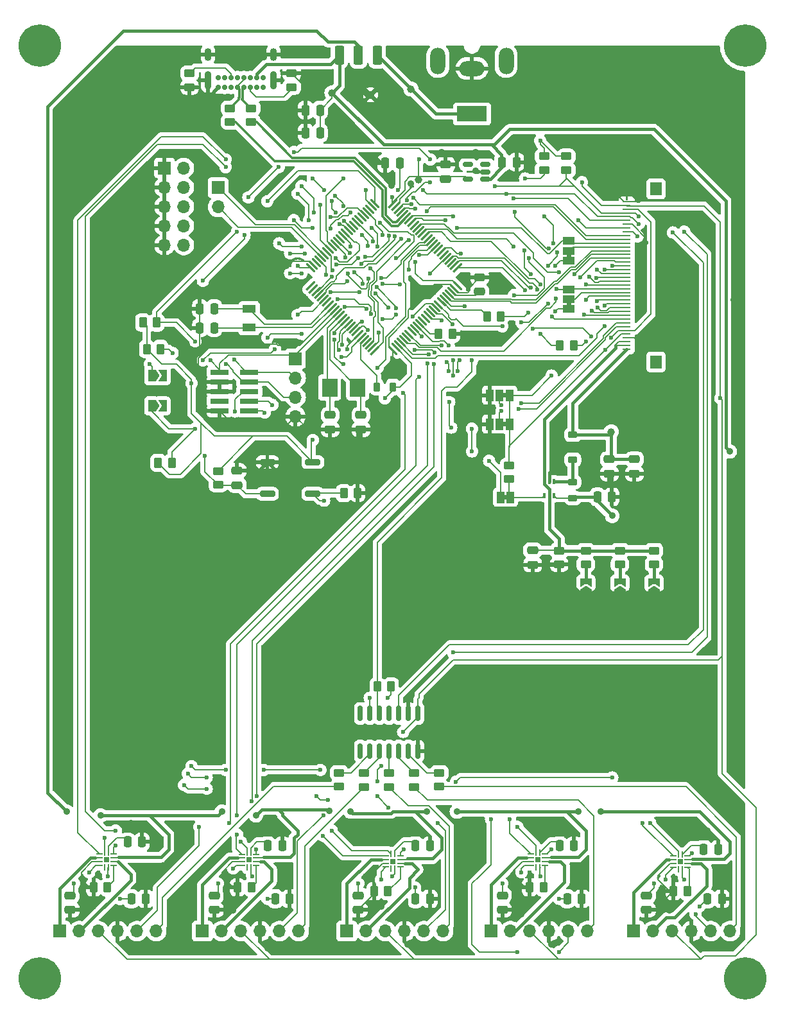
<source format=gbr>
G04 #@! TF.GenerationSoftware,KiCad,Pcbnew,8.0.2*
G04 #@! TF.CreationDate,2024-05-15T00:12:31-07:00*
G04 #@! TF.ProjectId,Flying_Fader,466c7969-6e67-45f4-9661-6465722e6b69,1*
G04 #@! TF.SameCoordinates,Original*
G04 #@! TF.FileFunction,Copper,L1,Top*
G04 #@! TF.FilePolarity,Positive*
%FSLAX46Y46*%
G04 Gerber Fmt 4.6, Leading zero omitted, Abs format (unit mm)*
G04 Created by KiCad (PCBNEW 8.0.2) date 2024-05-15 00:12:31*
%MOMM*%
%LPD*%
G01*
G04 APERTURE LIST*
G04 Aperture macros list*
%AMRoundRect*
0 Rectangle with rounded corners*
0 $1 Rounding radius*
0 $2 $3 $4 $5 $6 $7 $8 $9 X,Y pos of 4 corners*
0 Add a 4 corners polygon primitive as box body*
4,1,4,$2,$3,$4,$5,$6,$7,$8,$9,$2,$3,0*
0 Add four circle primitives for the rounded corners*
1,1,$1+$1,$2,$3*
1,1,$1+$1,$4,$5*
1,1,$1+$1,$6,$7*
1,1,$1+$1,$8,$9*
0 Add four rect primitives between the rounded corners*
20,1,$1+$1,$2,$3,$4,$5,0*
20,1,$1+$1,$4,$5,$6,$7,0*
20,1,$1+$1,$6,$7,$8,$9,0*
20,1,$1+$1,$8,$9,$2,$3,0*%
%AMFreePoly0*
4,1,6,1.000000,0.000000,0.500000,-0.750000,-0.500000,-0.750000,-0.500000,0.750000,0.500000,0.750000,1.000000,0.000000,1.000000,0.000000,$1*%
%AMFreePoly1*
4,1,6,0.500000,-0.750000,-0.650000,-0.750000,-0.150000,0.000000,-0.650000,0.750000,0.500000,0.750000,0.500000,-0.750000,0.500000,-0.750000,$1*%
G04 Aperture macros list end*
G04 #@! TA.AperFunction,EtchedComponent*
%ADD10C,0.000000*%
G04 #@! TD*
G04 #@! TA.AperFunction,ComponentPad*
%ADD11C,5.600000*%
G04 #@! TD*
G04 #@! TA.AperFunction,SMDPad,CuDef*
%ADD12RoundRect,0.250000X-0.475000X0.250000X-0.475000X-0.250000X0.475000X-0.250000X0.475000X0.250000X0*%
G04 #@! TD*
G04 #@! TA.AperFunction,SMDPad,CuDef*
%ADD13RoundRect,0.250000X0.375000X1.000000X-0.375000X1.000000X-0.375000X-1.000000X0.375000X-1.000000X0*%
G04 #@! TD*
G04 #@! TA.AperFunction,SMDPad,CuDef*
%ADD14RoundRect,0.250000X-0.250000X-0.475000X0.250000X-0.475000X0.250000X0.475000X-0.250000X0.475000X0*%
G04 #@! TD*
G04 #@! TA.AperFunction,ComponentPad*
%ADD15R,1.700000X1.700000*%
G04 #@! TD*
G04 #@! TA.AperFunction,ComponentPad*
%ADD16O,1.700000X1.700000*%
G04 #@! TD*
G04 #@! TA.AperFunction,ComponentPad*
%ADD17R,4.000000X2.000000*%
G04 #@! TD*
G04 #@! TA.AperFunction,ComponentPad*
%ADD18O,3.300000X2.000000*%
G04 #@! TD*
G04 #@! TA.AperFunction,ComponentPad*
%ADD19O,2.000000X3.500000*%
G04 #@! TD*
G04 #@! TA.AperFunction,SMDPad,CuDef*
%ADD20RoundRect,0.218750X0.218750X0.381250X-0.218750X0.381250X-0.218750X-0.381250X0.218750X-0.381250X0*%
G04 #@! TD*
G04 #@! TA.AperFunction,SMDPad,CuDef*
%ADD21RoundRect,0.250000X0.262500X0.450000X-0.262500X0.450000X-0.262500X-0.450000X0.262500X-0.450000X0*%
G04 #@! TD*
G04 #@! TA.AperFunction,SMDPad,CuDef*
%ADD22RoundRect,0.150000X-0.150000X0.825000X-0.150000X-0.825000X0.150000X-0.825000X0.150000X0.825000X0*%
G04 #@! TD*
G04 #@! TA.AperFunction,SMDPad,CuDef*
%ADD23RoundRect,0.250000X-0.450000X0.262500X-0.450000X-0.262500X0.450000X-0.262500X0.450000X0.262500X0*%
G04 #@! TD*
G04 #@! TA.AperFunction,SMDPad,CuDef*
%ADD24C,1.000000*%
G04 #@! TD*
G04 #@! TA.AperFunction,SMDPad,CuDef*
%ADD25RoundRect,0.250000X0.250000X0.475000X-0.250000X0.475000X-0.250000X-0.475000X0.250000X-0.475000X0*%
G04 #@! TD*
G04 #@! TA.AperFunction,SMDPad,CuDef*
%ADD26RoundRect,0.200000X0.800000X-0.200000X0.800000X0.200000X-0.800000X0.200000X-0.800000X-0.200000X0*%
G04 #@! TD*
G04 #@! TA.AperFunction,SMDPad,CuDef*
%ADD27RoundRect,0.250000X0.475000X-0.250000X0.475000X0.250000X-0.475000X0.250000X-0.475000X-0.250000X0*%
G04 #@! TD*
G04 #@! TA.AperFunction,HeatsinkPad*
%ADD28R,0.700000X0.700000*%
G04 #@! TD*
G04 #@! TA.AperFunction,SMDPad,CuDef*
%ADD29RoundRect,0.062500X-0.062500X-0.350000X0.062500X-0.350000X0.062500X0.350000X-0.062500X0.350000X0*%
G04 #@! TD*
G04 #@! TA.AperFunction,SMDPad,CuDef*
%ADD30RoundRect,0.062500X-0.350000X-0.062500X0.350000X-0.062500X0.350000X0.062500X-0.350000X0.062500X0*%
G04 #@! TD*
G04 #@! TA.AperFunction,SMDPad,CuDef*
%ADD31RoundRect,0.225000X-0.375000X0.225000X-0.375000X-0.225000X0.375000X-0.225000X0.375000X0.225000X0*%
G04 #@! TD*
G04 #@! TA.AperFunction,SMDPad,CuDef*
%ADD32RoundRect,0.250000X-0.262500X-0.450000X0.262500X-0.450000X0.262500X0.450000X-0.262500X0.450000X0*%
G04 #@! TD*
G04 #@! TA.AperFunction,SMDPad,CuDef*
%ADD33R,1.500000X1.000000*%
G04 #@! TD*
G04 #@! TA.AperFunction,SMDPad,CuDef*
%ADD34FreePoly0,0.000000*%
G04 #@! TD*
G04 #@! TA.AperFunction,SMDPad,CuDef*
%ADD35FreePoly1,0.000000*%
G04 #@! TD*
G04 #@! TA.AperFunction,SMDPad,CuDef*
%ADD36R,1.000000X1.500000*%
G04 #@! TD*
G04 #@! TA.AperFunction,SMDPad,CuDef*
%ADD37R,2.400000X0.740000*%
G04 #@! TD*
G04 #@! TA.AperFunction,SMDPad,CuDef*
%ADD38R,1.800000X1.000000*%
G04 #@! TD*
G04 #@! TA.AperFunction,SMDPad,CuDef*
%ADD39RoundRect,0.150000X0.512500X0.150000X-0.512500X0.150000X-0.512500X-0.150000X0.512500X-0.150000X0*%
G04 #@! TD*
G04 #@! TA.AperFunction,SMDPad,CuDef*
%ADD40RoundRect,0.250000X0.450000X-0.262500X0.450000X0.262500X-0.450000X0.262500X-0.450000X-0.262500X0*%
G04 #@! TD*
G04 #@! TA.AperFunction,SMDPad,CuDef*
%ADD41RoundRect,0.075000X-0.459619X-0.565685X0.565685X0.459619X0.459619X0.565685X-0.565685X-0.459619X0*%
G04 #@! TD*
G04 #@! TA.AperFunction,SMDPad,CuDef*
%ADD42RoundRect,0.075000X0.459619X-0.565685X0.565685X-0.459619X-0.459619X0.565685X-0.565685X0.459619X0*%
G04 #@! TD*
G04 #@! TA.AperFunction,SMDPad,CuDef*
%ADD43FreePoly0,90.000000*%
G04 #@! TD*
G04 #@! TA.AperFunction,SMDPad,CuDef*
%ADD44FreePoly1,90.000000*%
G04 #@! TD*
G04 #@! TA.AperFunction,SMDPad,CuDef*
%ADD45R,1.100000X0.250000*%
G04 #@! TD*
G04 #@! TA.AperFunction,SMDPad,CuDef*
%ADD46R,1.500000X1.700000*%
G04 #@! TD*
G04 #@! TA.AperFunction,SMDPad,CuDef*
%ADD47RoundRect,0.218750X0.381250X-0.218750X0.381250X0.218750X-0.381250X0.218750X-0.381250X-0.218750X0*%
G04 #@! TD*
G04 #@! TA.AperFunction,ComponentPad*
%ADD48C,0.700000*%
G04 #@! TD*
G04 #@! TA.AperFunction,ComponentPad*
%ADD49O,0.900000X2.400000*%
G04 #@! TD*
G04 #@! TA.AperFunction,ComponentPad*
%ADD50O,0.900000X1.700000*%
G04 #@! TD*
G04 #@! TA.AperFunction,SMDPad,CuDef*
%ADD51R,2.000000X2.400000*%
G04 #@! TD*
G04 #@! TA.AperFunction,SMDPad,CuDef*
%ADD52RoundRect,0.100000X-0.100000X0.225000X-0.100000X-0.225000X0.100000X-0.225000X0.100000X0.225000X0*%
G04 #@! TD*
G04 #@! TA.AperFunction,ViaPad*
%ADD53C,0.600000*%
G04 #@! TD*
G04 #@! TA.AperFunction,ViaPad*
%ADD54C,0.900000*%
G04 #@! TD*
G04 #@! TA.AperFunction,Conductor*
%ADD55C,0.150000*%
G04 #@! TD*
G04 #@! TA.AperFunction,Conductor*
%ADD56C,0.300000*%
G04 #@! TD*
G04 #@! TA.AperFunction,Conductor*
%ADD57C,0.400000*%
G04 #@! TD*
G04 #@! TA.AperFunction,Conductor*
%ADD58C,0.127000*%
G04 #@! TD*
G04 #@! TA.AperFunction,Conductor*
%ADD59C,0.200000*%
G04 #@! TD*
G04 #@! TA.AperFunction,Conductor*
%ADD60C,0.152400*%
G04 #@! TD*
G04 APERTURE END LIST*
D10*
G04 #@! TA.AperFunction,EtchedComponent*
G36*
X113584000Y-73320000D02*
G01*
X112984000Y-73320000D01*
X112984000Y-72820000D01*
X113584000Y-72820000D01*
X113584000Y-73320000D01*
G37*
G04 #@! TD.AperFunction*
G04 #@! TA.AperFunction,EtchedComponent*
G36*
X105152000Y-98852000D02*
G01*
X104652000Y-98852000D01*
X104652000Y-98252000D01*
X105152000Y-98252000D01*
X105152000Y-98852000D01*
G37*
G04 #@! TD.AperFunction*
G04 #@! TA.AperFunction,EtchedComponent*
G36*
X105040000Y-89200000D02*
G01*
X104540000Y-89200000D01*
X104540000Y-88600000D01*
X105040000Y-88600000D01*
X105040000Y-89200000D01*
G37*
G04 #@! TD.AperFunction*
G04 #@! TA.AperFunction,EtchedComponent*
G36*
X105040000Y-85390000D02*
G01*
X104540000Y-85390000D01*
X104540000Y-84790000D01*
X105040000Y-84790000D01*
X105040000Y-85390000D01*
G37*
G04 #@! TD.AperFunction*
G04 #@! TA.AperFunction,EtchedComponent*
G36*
X113584000Y-66940000D02*
G01*
X112984000Y-66940000D01*
X112984000Y-66440000D01*
X113584000Y-66440000D01*
X113584000Y-66940000D01*
G37*
G04 #@! TD.AperFunction*
D11*
X136500000Y-162000000D03*
X43500000Y-162000000D03*
X136500000Y-39000000D03*
X43500000Y-39000000D03*
D12*
X104500000Y-152950000D03*
X104500000Y-151050000D03*
D13*
X88000000Y-40250000D03*
X85500000Y-40250000D03*
X83000000Y-40250000D03*
D14*
X113950000Y-144500000D03*
X112050000Y-144500000D03*
D15*
X59939000Y-55123000D03*
D16*
X62479000Y-55123000D03*
X59939000Y-57663000D03*
X62479000Y-57663000D03*
X59939000Y-60203000D03*
X62479000Y-60203000D03*
X59939000Y-62743000D03*
X62479000Y-62743000D03*
X59939000Y-65283000D03*
X62479000Y-65283000D03*
D17*
X100500000Y-48000000D03*
D18*
X100500000Y-42000000D03*
D19*
X105000000Y-41000000D03*
X96000000Y-41000000D03*
D16*
X115736500Y-155760000D03*
X113196500Y-155760000D03*
X110656500Y-155760000D03*
X108116500Y-155760000D03*
X105576500Y-155760000D03*
D15*
X103036500Y-155760000D03*
D20*
X90062500Y-84000000D03*
X87937500Y-84000000D03*
D12*
X108500000Y-105550000D03*
X108500000Y-107450000D03*
X123500000Y-152950000D03*
X123500000Y-151050000D03*
D21*
X104290500Y-74676000D03*
X102465500Y-74676000D03*
D22*
X93384500Y-132008000D03*
X92114500Y-132008000D03*
X90844500Y-132008000D03*
X89574500Y-132008000D03*
X88304500Y-132008000D03*
X87034500Y-132008000D03*
X85764500Y-132008000D03*
X85764500Y-127058000D03*
X87034500Y-127058000D03*
X88304500Y-127058000D03*
X89574500Y-127058000D03*
X90844500Y-127058000D03*
X92114500Y-127058000D03*
X93384500Y-127058000D03*
D21*
X127087500Y-150500000D03*
X128912500Y-150500000D03*
D14*
X93050000Y-151500000D03*
X94950000Y-151500000D03*
D23*
X112000000Y-105587500D03*
X112000000Y-107412500D03*
X86272500Y-136757000D03*
X86272500Y-134932000D03*
D24*
X82042000Y-45212000D03*
D25*
X66482000Y-73660000D03*
X64582000Y-73660000D03*
D12*
X66500000Y-152950000D03*
X66500000Y-151050000D03*
D23*
X67000000Y-95087500D03*
X67000000Y-96912500D03*
D14*
X75450000Y-144500000D03*
X73550000Y-144500000D03*
X104460000Y-54356000D03*
X106360000Y-54356000D03*
D25*
X80450000Y-50500000D03*
X78550000Y-50500000D03*
D26*
X79500000Y-98100000D03*
X79500000Y-93900000D03*
D23*
X124500000Y-105587500D03*
X124500000Y-107412500D03*
D21*
X108087500Y-150000000D03*
X109912500Y-150000000D03*
D14*
X76450000Y-151500000D03*
X74550000Y-151500000D03*
D21*
X69587500Y-150000000D03*
X71412500Y-150000000D03*
D27*
X97028000Y-56576000D03*
X97028000Y-54676000D03*
D26*
X73500000Y-98100000D03*
X73500000Y-93900000D03*
D24*
X93472000Y-56642000D03*
D28*
X52290000Y-146366000D03*
D29*
X52040000Y-145403500D03*
X52540000Y-145403500D03*
D30*
X53252500Y-145616000D03*
X53252500Y-146116000D03*
X53252500Y-146616000D03*
X53252500Y-147116000D03*
D29*
X52540000Y-147328500D03*
X52040000Y-147328500D03*
D30*
X51327500Y-147116000D03*
X51327500Y-146616000D03*
X51327500Y-146116000D03*
X51327500Y-145616000D03*
D12*
X47500000Y-152950000D03*
X47500000Y-151050000D03*
D31*
X113792000Y-90298000D03*
X113792000Y-93598000D03*
D32*
X83587500Y-98000000D03*
X85412500Y-98000000D03*
D16*
X77636500Y-155760000D03*
X75096500Y-155760000D03*
X72556500Y-155760000D03*
X70016500Y-155760000D03*
X67476500Y-155760000D03*
D15*
X64936500Y-155760000D03*
D24*
X87122000Y-45466000D03*
D33*
X113284000Y-73720000D03*
X113284000Y-72420000D03*
X113284000Y-71120000D03*
D21*
X50587500Y-150000000D03*
X52412500Y-150000000D03*
D23*
X89574500Y-136757000D03*
X89574500Y-134932000D03*
X115500000Y-105587500D03*
X115500000Y-107412500D03*
D12*
X85500000Y-152950000D03*
X85500000Y-151050000D03*
D34*
X58275000Y-86500000D03*
D35*
X59725000Y-86500000D03*
D23*
X105410000Y-94337500D03*
X105410000Y-96162500D03*
D25*
X66482000Y-76200000D03*
X64582000Y-76200000D03*
D36*
X104252000Y-98552000D03*
X105552000Y-98552000D03*
D16*
X96686500Y-155760000D03*
X94146500Y-155760000D03*
X91606500Y-155760000D03*
X89066500Y-155760000D03*
X86526500Y-155760000D03*
D15*
X83986500Y-155760000D03*
D37*
X67220000Y-82042000D03*
X71120000Y-82042000D03*
X67220000Y-83312000D03*
X71120000Y-83312000D03*
X67220000Y-84582000D03*
X71120000Y-84582000D03*
X67220000Y-85852000D03*
X71120000Y-85852000D03*
X67220000Y-87122000D03*
X71120000Y-87122000D03*
D21*
X88000000Y-123500000D03*
X89825000Y-123500000D03*
D23*
X68580000Y-47244000D03*
X68580000Y-49069000D03*
D38*
X71120000Y-76180000D03*
X71120000Y-73680000D03*
D32*
X59087500Y-94000000D03*
X60912500Y-94000000D03*
D23*
X120000000Y-105587500D03*
X120000000Y-107412500D03*
D14*
X117050000Y-98500000D03*
X118950000Y-98500000D03*
D12*
X81788000Y-87696000D03*
X81788000Y-89596000D03*
D28*
X71086000Y-146374000D03*
D29*
X70836000Y-145411500D03*
X71336000Y-145411500D03*
D30*
X72048500Y-145624000D03*
X72048500Y-146124000D03*
X72048500Y-146624000D03*
X72048500Y-147124000D03*
D29*
X71336000Y-147336500D03*
X70836000Y-147336500D03*
D30*
X70123500Y-147124000D03*
X70123500Y-146624000D03*
X70123500Y-146124000D03*
X70123500Y-145624000D03*
D32*
X57587500Y-79000000D03*
X59412500Y-79000000D03*
D23*
X110000000Y-53587500D03*
X110000000Y-55412500D03*
D39*
X102229500Y-56576000D03*
X102229500Y-55626000D03*
X102229500Y-54676000D03*
X99954500Y-54676000D03*
X99954500Y-56576000D03*
D16*
X134532500Y-155760000D03*
X131992500Y-155760000D03*
X129452500Y-155760000D03*
X126912500Y-155760000D03*
X124372500Y-155760000D03*
D15*
X121832500Y-155760000D03*
D40*
X76708000Y-44450000D03*
X76708000Y-42625000D03*
D23*
X96178500Y-136710000D03*
X96178500Y-134885000D03*
D41*
X79230315Y-70684404D03*
X79583868Y-71037957D03*
X79937422Y-71391511D03*
X80290975Y-71745064D03*
X80644528Y-72098617D03*
X80998082Y-72452171D03*
X81351635Y-72805724D03*
X81705189Y-73159278D03*
X82058742Y-73512831D03*
X82412295Y-73866384D03*
X82765849Y-74219938D03*
X83119402Y-74573491D03*
X83472955Y-74927045D03*
X83826509Y-75280598D03*
X84180062Y-75634151D03*
X84533616Y-75987705D03*
X84887169Y-76341258D03*
X85240722Y-76694811D03*
X85594276Y-77048365D03*
X85947829Y-77401918D03*
X86301383Y-77755472D03*
X86654936Y-78109025D03*
X87008489Y-78462578D03*
X87362043Y-78816132D03*
X87715596Y-79169685D03*
D42*
X90084404Y-79169685D03*
X90437957Y-78816132D03*
X90791511Y-78462578D03*
X91145064Y-78109025D03*
X91498617Y-77755472D03*
X91852171Y-77401918D03*
X92205724Y-77048365D03*
X92559278Y-76694811D03*
X92912831Y-76341258D03*
X93266384Y-75987705D03*
X93619938Y-75634151D03*
X93973491Y-75280598D03*
X94327045Y-74927045D03*
X94680598Y-74573491D03*
X95034151Y-74219938D03*
X95387705Y-73866384D03*
X95741258Y-73512831D03*
X96094811Y-73159278D03*
X96448365Y-72805724D03*
X96801918Y-72452171D03*
X97155472Y-72098617D03*
X97509025Y-71745064D03*
X97862578Y-71391511D03*
X98216132Y-71037957D03*
X98569685Y-70684404D03*
D41*
X98569685Y-68315596D03*
X98216132Y-67962043D03*
X97862578Y-67608489D03*
X97509025Y-67254936D03*
X97155472Y-66901383D03*
X96801918Y-66547829D03*
X96448365Y-66194276D03*
X96094811Y-65840722D03*
X95741258Y-65487169D03*
X95387705Y-65133616D03*
X95034151Y-64780062D03*
X94680598Y-64426509D03*
X94327045Y-64072955D03*
X93973491Y-63719402D03*
X93619938Y-63365849D03*
X93266384Y-63012295D03*
X92912831Y-62658742D03*
X92559278Y-62305189D03*
X92205724Y-61951635D03*
X91852171Y-61598082D03*
X91498617Y-61244528D03*
X91145064Y-60890975D03*
X90791511Y-60537422D03*
X90437957Y-60183868D03*
X90084404Y-59830315D03*
D42*
X87715596Y-59830315D03*
X87362043Y-60183868D03*
X87008489Y-60537422D03*
X86654936Y-60890975D03*
X86301383Y-61244528D03*
X85947829Y-61598082D03*
X85594276Y-61951635D03*
X85240722Y-62305189D03*
X84887169Y-62658742D03*
X84533616Y-63012295D03*
X84180062Y-63365849D03*
X83826509Y-63719402D03*
X83472955Y-64072955D03*
X83119402Y-64426509D03*
X82765849Y-64780062D03*
X82412295Y-65133616D03*
X82058742Y-65487169D03*
X81705189Y-65840722D03*
X81351635Y-66194276D03*
X80998082Y-66547829D03*
X80644528Y-66901383D03*
X80290975Y-67254936D03*
X79937422Y-67608489D03*
X79583868Y-67962043D03*
X79230315Y-68315596D03*
D27*
X118618000Y-95438000D03*
X118618000Y-93538000D03*
D14*
X131550000Y-151500000D03*
X133450000Y-151500000D03*
D43*
X120000000Y-111225000D03*
D44*
X120000000Y-109775000D03*
D36*
X105440000Y-88900000D03*
X104140000Y-88900000D03*
X102840000Y-88900000D03*
D21*
X87587500Y-150500000D03*
X89412500Y-150500000D03*
X113912500Y-78500000D03*
X112087500Y-78500000D03*
D43*
X124500000Y-111225000D03*
D44*
X124500000Y-109775000D03*
D32*
X57087500Y-75500000D03*
X58912500Y-75500000D03*
D14*
X114950000Y-151500000D03*
X113050000Y-151500000D03*
D36*
X105440000Y-85090000D03*
X104140000Y-85090000D03*
X102840000Y-85090000D03*
D45*
X120886000Y-79040000D03*
X120886000Y-78540000D03*
X120886000Y-78040000D03*
X120886000Y-77540000D03*
X120886000Y-77040000D03*
X120886000Y-76540000D03*
X120886000Y-76040000D03*
X120886000Y-75540000D03*
X120886000Y-75040000D03*
X120886000Y-74540000D03*
X120886000Y-74040000D03*
X120886000Y-73540000D03*
X120886000Y-73040000D03*
X120886000Y-72540000D03*
X120886000Y-72040000D03*
X120886000Y-71540000D03*
X120886000Y-71040000D03*
X120886000Y-70540000D03*
X120886000Y-70040000D03*
X120886000Y-69540000D03*
X120886000Y-69040000D03*
X120886000Y-68540000D03*
X120886000Y-68040000D03*
X120886000Y-67540000D03*
X120886000Y-67040000D03*
X120886000Y-66540000D03*
X120886000Y-66040000D03*
X120886000Y-65540000D03*
X120886000Y-65040000D03*
X120886000Y-64540000D03*
X120886000Y-64040000D03*
X120886000Y-63540000D03*
X120886000Y-63040000D03*
X120886000Y-62540000D03*
X120886000Y-62040000D03*
X120886000Y-61540000D03*
X120886000Y-61040000D03*
X120886000Y-60540000D03*
X120886000Y-60040000D03*
X120886000Y-59540000D03*
D46*
X124786000Y-80690000D03*
X124786000Y-57890000D03*
D28*
X90086500Y-146562500D03*
D29*
X89836500Y-145600000D03*
X90336500Y-145600000D03*
D30*
X91049000Y-145812500D03*
X91049000Y-146312500D03*
X91049000Y-146812500D03*
X91049000Y-147312500D03*
D29*
X90336500Y-147525000D03*
X89836500Y-147525000D03*
D30*
X89124000Y-147312500D03*
X89124000Y-146812500D03*
X89124000Y-146312500D03*
X89124000Y-145812500D03*
D47*
X113792000Y-98645000D03*
X113792000Y-96520000D03*
D14*
X94950000Y-144500000D03*
X93050000Y-144500000D03*
D40*
X71374000Y-49069000D03*
X71374000Y-47244000D03*
D43*
X115500000Y-111225000D03*
D44*
X115500000Y-109775000D03*
D48*
X72975000Y-44525000D03*
X72125000Y-44525000D03*
X71275000Y-44525000D03*
X70425000Y-44525000D03*
X69575000Y-44525000D03*
X68725000Y-44525000D03*
X67875000Y-44525000D03*
X67025000Y-44525000D03*
X67025000Y-43175000D03*
X67875000Y-43175000D03*
X68725000Y-43175000D03*
X69575000Y-43175000D03*
X70425000Y-43175000D03*
X71275000Y-43175000D03*
X72125000Y-43175000D03*
X72975000Y-43175000D03*
D49*
X74325000Y-43545000D03*
D50*
X74325000Y-40165000D03*
D49*
X65675000Y-43545000D03*
D50*
X65675000Y-40165000D03*
D24*
X118872000Y-89916000D03*
D33*
X113284000Y-67340000D03*
X113284000Y-66040000D03*
X113284000Y-64740000D03*
D23*
X112950000Y-53587500D03*
X112950000Y-55412500D03*
D24*
X92456000Y-44704000D03*
D51*
X81716000Y-84074000D03*
X85416000Y-84074000D03*
D15*
X67000000Y-57725000D03*
D16*
X67000000Y-60265000D03*
D28*
X127982000Y-146616000D03*
D29*
X127732000Y-145653500D03*
X128232000Y-145653500D03*
D30*
X128944500Y-145866000D03*
X128944500Y-146366000D03*
X128944500Y-146866000D03*
X128944500Y-147366000D03*
D29*
X128232000Y-147578500D03*
X127732000Y-147578500D03*
D30*
X127019500Y-147366000D03*
X127019500Y-146866000D03*
X127019500Y-146366000D03*
X127019500Y-145866000D03*
D32*
X96087500Y-77000000D03*
X97912500Y-77000000D03*
D25*
X90950000Y-54500000D03*
X89050000Y-54500000D03*
D34*
X58275000Y-82500000D03*
D35*
X59725000Y-82500000D03*
D25*
X80450000Y-47500000D03*
X78550000Y-47500000D03*
D14*
X57450000Y-151500000D03*
X55550000Y-151500000D03*
D23*
X82970500Y-136710000D03*
X82970500Y-134885000D03*
D14*
X56950000Y-144000000D03*
X55050000Y-144000000D03*
D27*
X121920000Y-95438000D03*
X121920000Y-93538000D03*
D16*
X58840500Y-155760000D03*
X56300500Y-155760000D03*
X53760500Y-155760000D03*
X51220500Y-155760000D03*
X48680500Y-155760000D03*
D15*
X46140500Y-155760000D03*
D23*
X63246000Y-42625000D03*
X63246000Y-44450000D03*
D27*
X101500000Y-71450000D03*
X101500000Y-69550000D03*
D14*
X132950000Y-145000000D03*
X131050000Y-145000000D03*
D15*
X77216000Y-80264000D03*
D16*
X77216000Y-82804000D03*
X77216000Y-85344000D03*
X77216000Y-87884000D03*
D52*
X111328000Y-96444000D03*
X110678000Y-96444000D03*
X110028000Y-96444000D03*
X110028000Y-98344000D03*
X111328000Y-98344000D03*
D27*
X69500000Y-96950000D03*
X69500000Y-95050000D03*
D23*
X92876500Y-136757000D03*
X92876500Y-134932000D03*
D28*
X109186000Y-146366000D03*
D29*
X108936000Y-145403500D03*
X109436000Y-145403500D03*
D30*
X110148500Y-145616000D03*
X110148500Y-146116000D03*
X110148500Y-146616000D03*
X110148500Y-147116000D03*
D29*
X109436000Y-147328500D03*
X108936000Y-147328500D03*
D30*
X108223500Y-147116000D03*
X108223500Y-146616000D03*
X108223500Y-146116000D03*
X108223500Y-145616000D03*
D12*
X85852000Y-87696000D03*
X85852000Y-89596000D03*
D53*
X90000000Y-59000000D03*
X88370297Y-62382533D03*
X90500000Y-67000000D03*
X93000000Y-67500000D03*
D54*
X112000000Y-141500000D03*
X121500000Y-54500000D03*
X123500000Y-52000000D03*
X116500000Y-52000000D03*
X118500000Y-58500000D03*
D53*
X122500000Y-59500000D03*
X125000000Y-75000000D03*
X125000000Y-71000000D03*
X125000000Y-67000000D03*
X125000000Y-65500000D03*
X123500000Y-65000000D03*
X123000000Y-78000000D03*
X90000000Y-148500000D03*
X93000000Y-150000000D03*
X98500000Y-87500000D03*
X91500000Y-81500000D03*
X89000000Y-83000000D03*
X84000000Y-79000000D03*
D54*
X107500000Y-83000000D03*
X102000000Y-82500000D03*
X103500000Y-81000000D03*
X102000000Y-78000000D03*
X134500000Y-92500000D03*
X119000000Y-101000000D03*
X95500000Y-132500000D03*
X97500000Y-122500000D03*
X96000000Y-125000000D03*
X89500000Y-119500000D03*
X92500000Y-119500000D03*
X92000000Y-125000000D03*
X76000000Y-78000000D03*
X105000000Y-56500000D03*
X106000000Y-51500000D03*
X96500000Y-53000000D03*
X101000000Y-53000000D03*
X101000000Y-55500000D03*
X72500000Y-142500000D03*
X66500000Y-146000000D03*
X74000000Y-141500000D03*
X86500000Y-143500000D03*
X89500000Y-142000000D03*
X83500000Y-142000000D03*
X128500000Y-142000000D03*
X126000000Y-141500000D03*
X131500000Y-142500000D03*
X69000000Y-153000000D03*
X68000000Y-150500000D03*
X86500000Y-148500000D03*
X88500000Y-152500000D03*
X126500000Y-153000000D03*
X125500000Y-151000000D03*
X107000000Y-153500000D03*
X106500000Y-150000000D03*
X49000000Y-150500000D03*
X50500000Y-152500000D03*
X55500000Y-141500000D03*
X59000000Y-144000000D03*
X62000000Y-143000000D03*
X57500000Y-148500000D03*
X54000000Y-153500000D03*
X54500000Y-157500000D03*
X62000000Y-158000000D03*
X62000000Y-152000000D03*
X68000000Y-158000000D03*
X80500000Y-148500000D03*
X76000000Y-148500000D03*
X72500000Y-153000000D03*
X73500000Y-158000000D03*
X85500000Y-158500000D03*
X99000000Y-152000000D03*
X95000000Y-148500000D03*
X91000000Y-154000000D03*
X92000000Y-157500000D03*
X111000000Y-157500000D03*
X133500000Y-148500000D03*
X133000000Y-153500000D03*
X134500000Y-158000000D03*
X131000000Y-158000000D03*
X114500000Y-153500000D03*
X110500000Y-153500000D03*
X115000000Y-88000000D03*
X112000000Y-88500000D03*
X111500000Y-94500000D03*
D53*
X108000000Y-67000000D03*
X106000000Y-65500000D03*
D54*
X67500000Y-40500000D03*
X73000000Y-40500000D03*
X128000000Y-46500000D03*
X110500000Y-48500000D03*
X110500000Y-42000000D03*
X100500000Y-45000000D03*
X92500000Y-41000000D03*
X75000000Y-48500000D03*
X77000000Y-40000000D03*
X61000000Y-47000000D03*
X61500000Y-40000000D03*
X53500000Y-47500000D03*
X46500000Y-57500000D03*
X46500000Y-69500000D03*
X46500000Y-87000000D03*
X46500000Y-103500000D03*
X46500000Y-122500000D03*
X46500000Y-136500000D03*
X51000000Y-138000000D03*
X51000000Y-127000000D03*
X51000000Y-113000000D03*
X51000000Y-95500000D03*
X51000000Y-76500000D03*
X51000000Y-62500000D03*
X57000000Y-56500000D03*
X67000000Y-70500000D03*
X75500000Y-74000000D03*
X69000000Y-77500000D03*
X63500000Y-81500000D03*
X61500000Y-85500000D03*
X59000000Y-90500000D03*
X59000000Y-99000000D03*
X59000000Y-110000000D03*
X64500000Y-121500000D03*
X60500000Y-128500000D03*
X57500000Y-137500000D03*
X135000000Y-72500000D03*
X135000000Y-95500000D03*
X135000000Y-130000000D03*
X133000000Y-138000000D03*
X125000000Y-135000000D03*
X110500000Y-133000000D03*
X111500000Y-116000000D03*
X111500000Y-122500000D03*
X84000000Y-109000000D03*
X72000000Y-111000000D03*
X77500000Y-115500000D03*
X80500000Y-102500000D03*
X92500000Y-104500000D03*
X96500000Y-103000000D03*
X106000000Y-103000000D03*
X122000000Y-102500000D03*
X113500000Y-102500000D03*
X127500000Y-86500000D03*
X121000000Y-86500000D03*
X128500000Y-74500000D03*
X128500000Y-69000000D03*
X91000000Y-49500000D03*
X87500000Y-53500000D03*
X86000000Y-51000000D03*
X89907037Y-57411300D03*
X92432744Y-57224626D03*
X76000000Y-68000000D03*
D53*
X92691943Y-74691943D03*
X100500000Y-80500000D03*
X93000000Y-60500000D03*
X91898957Y-59398957D03*
X95000000Y-54000000D03*
X95000000Y-57000000D03*
X77000000Y-53000000D03*
X75000000Y-55000000D03*
X71000000Y-59000000D03*
X69500000Y-63500000D03*
X73500000Y-59500000D03*
X70500000Y-64000000D03*
X65000000Y-70000000D03*
X68000000Y-81000000D03*
X65000000Y-80500000D03*
X74500000Y-79000000D03*
X69234999Y-87234999D03*
X64000000Y-89500000D03*
X58000000Y-81000000D03*
X61000000Y-79500000D03*
X64000000Y-78000000D03*
X69101043Y-80398957D03*
X130000000Y-153500000D03*
X98000000Y-82500000D03*
X96500000Y-78500000D03*
X98000000Y-80500000D03*
X112000000Y-158500000D03*
X106500000Y-158500000D03*
X103000000Y-141000000D03*
X86782055Y-76468377D03*
X86015455Y-75375000D03*
X88000000Y-136000000D03*
X88000000Y-138000000D03*
X89500000Y-139500000D03*
X88500000Y-134000000D03*
X96000000Y-141500000D03*
X95000000Y-69000000D03*
X91000000Y-70500000D03*
X88664975Y-70398714D03*
X86573258Y-73705636D03*
X83723355Y-73410457D03*
X78000000Y-69000000D03*
X76500000Y-69000000D03*
X63500000Y-134000000D03*
X73000000Y-134500000D03*
X80500000Y-134500000D03*
X98375000Y-136078776D03*
X124000000Y-141500000D03*
X119000000Y-135500000D03*
X68000000Y-134500000D03*
X111500000Y-74000000D03*
X110500000Y-73000000D03*
X107000000Y-75500000D03*
X88655606Y-75013832D03*
X82733846Y-72449980D03*
X87151293Y-74405447D03*
X82000000Y-69500000D03*
X90500000Y-74500000D03*
X111629123Y-71081177D03*
X110500000Y-68000000D03*
X111215772Y-65090677D03*
X110000000Y-61500000D03*
X111750000Y-66250000D03*
X98000000Y-61500000D03*
X81211949Y-69181443D03*
X81875000Y-71500000D03*
X85613500Y-71500000D03*
X111500000Y-68000000D03*
X88191942Y-76808058D03*
X86447824Y-66869926D03*
X89504246Y-64051802D03*
X98500000Y-63000000D03*
X84500000Y-65500000D03*
X85500000Y-67000000D03*
X82562323Y-67896128D03*
X78473872Y-66375000D03*
X76500000Y-66375000D03*
X63000000Y-135000000D03*
X65500000Y-135500000D03*
X80000000Y-138000000D03*
X81500000Y-138500000D03*
X106500000Y-142000000D03*
X79500000Y-63000000D03*
X77000000Y-62000000D03*
X82500000Y-67000000D03*
X65500000Y-137000000D03*
X62500000Y-136500000D03*
X82000000Y-142500000D03*
X80879442Y-140495558D03*
X83398978Y-78471180D03*
X70000000Y-144000000D03*
X75058058Y-65058058D03*
X78000000Y-65500000D03*
X82000000Y-59500000D03*
X82500000Y-61000000D03*
X83000000Y-62500000D03*
X83618381Y-62073651D03*
X83492731Y-60144504D03*
X82427484Y-58765315D03*
X81000000Y-58000000D03*
X79500000Y-56500000D03*
X52000000Y-143500000D03*
X82898957Y-79101043D03*
X64500000Y-142000000D03*
X97426810Y-78542925D03*
X98850003Y-80500000D03*
X98601043Y-81898957D03*
X93884897Y-77375000D03*
X92924605Y-79075394D03*
X97180927Y-80727208D03*
X95544047Y-79425000D03*
X97398957Y-81898957D03*
X123000000Y-141500000D03*
X84125000Y-69000000D03*
X83750000Y-66903806D03*
X86837604Y-69754406D03*
X87940599Y-70843444D03*
X90500000Y-73649997D03*
X100500000Y-89500000D03*
X100500000Y-92500000D03*
X84403098Y-66349292D03*
X86032861Y-70427944D03*
X87760005Y-71635005D03*
X89500000Y-73500000D03*
X97500000Y-86000000D03*
X97754442Y-89370558D03*
X84957275Y-68828894D03*
X105500000Y-141000000D03*
X133250000Y-85500000D03*
X111000000Y-82500000D03*
X97903806Y-75750000D03*
X95500000Y-81000000D03*
X96503333Y-75233411D03*
X94629442Y-80875000D03*
X88500000Y-69649997D03*
X93515460Y-82631575D03*
X88055111Y-81444892D03*
X91367611Y-84757392D03*
D54*
X117500000Y-140000000D03*
X114500000Y-140000000D03*
X94500000Y-140000000D03*
X98500000Y-140000000D03*
X84500000Y-140000000D03*
X81660858Y-139871544D03*
X72000000Y-140500000D03*
X67500000Y-140000000D03*
X51500000Y-140500000D03*
X47000000Y-140000014D03*
D53*
X72125000Y-138000000D03*
X71398957Y-138601043D03*
X80808058Y-143191942D03*
X69500000Y-140500000D03*
X68500000Y-141500000D03*
X69500000Y-143000000D03*
X92125000Y-68500000D03*
X86768845Y-65384961D03*
X86000000Y-64000000D03*
X84500000Y-61000000D03*
X81849292Y-63096902D03*
X79000000Y-62000000D03*
X77500000Y-58500000D03*
X68000000Y-55000000D03*
X53500000Y-142500000D03*
X93500000Y-66625000D03*
X88000000Y-65500000D03*
X87256981Y-63000000D03*
X79625000Y-61000000D03*
X78000000Y-57500000D03*
X68000000Y-54000000D03*
X98000000Y-119000000D03*
X128500000Y-63500000D03*
X122500000Y-61500000D03*
X87000000Y-125000000D03*
X122500000Y-62500000D03*
X127000000Y-63625000D03*
X128500000Y-149000000D03*
X130500000Y-152500000D03*
X109500000Y-148500000D03*
X112000000Y-151500000D03*
X71500000Y-148500000D03*
X73500000Y-151500000D03*
X67000000Y-149500000D03*
X69000000Y-147500000D03*
X52500000Y-148500000D03*
X54042244Y-151542252D03*
X53500000Y-144500000D03*
X72000000Y-145000000D03*
X91500000Y-145000000D03*
X129500000Y-145500000D03*
X111000000Y-145000000D03*
X126000000Y-149000000D03*
X124500000Y-149500000D03*
X50000000Y-148000000D03*
X48000000Y-149500000D03*
X88500000Y-149000000D03*
X85500000Y-149500000D03*
X107000000Y-148000000D03*
X104500000Y-149500000D03*
X89412500Y-125000000D03*
X91412500Y-129500000D03*
X82361357Y-77741032D03*
X82125000Y-68625000D03*
X83500000Y-81000000D03*
X81000000Y-99000000D03*
X82377707Y-76891187D03*
X78000000Y-77000000D03*
X73500000Y-77500000D03*
X65270032Y-93096688D03*
D54*
X80000000Y-43500000D03*
X85000000Y-44000000D03*
D53*
X92542850Y-59881070D03*
X90767394Y-57999626D03*
X118100500Y-79100500D03*
X115500000Y-78000000D03*
X109500000Y-77000000D03*
X89000000Y-85500000D03*
X77500000Y-68023441D03*
X77500000Y-74500000D03*
X83245786Y-80013555D03*
X79500000Y-91000000D03*
X102750000Y-93750000D03*
X81875000Y-61620558D03*
X107500000Y-56500000D03*
X105000000Y-58500000D03*
X109500000Y-51500000D03*
X115000000Y-57000000D03*
X93500000Y-54000000D03*
X83500000Y-56500000D03*
X103500000Y-57500000D03*
X80500000Y-60000000D03*
X94000000Y-58000024D03*
X63500000Y-83500000D03*
X66000000Y-80500000D03*
X108230973Y-69114858D03*
X99500000Y-73375000D03*
X110618746Y-65751124D03*
X107385192Y-66001308D03*
X106125000Y-60875000D03*
X106000000Y-59125000D03*
X114500000Y-62000000D03*
X97000000Y-62000000D03*
X94775669Y-79675137D03*
X122334588Y-64147472D03*
X86500000Y-58000000D03*
X92750000Y-59056695D03*
X87063654Y-68375000D03*
X94500000Y-60813034D03*
X84038917Y-70086083D03*
X85886500Y-67768613D03*
X119000000Y-68000000D03*
X90335198Y-64145968D03*
X91133497Y-64437897D03*
X118000000Y-68500000D03*
X92140921Y-64625000D03*
X117000000Y-68500000D03*
X88654564Y-63999996D03*
X116898957Y-69601043D03*
X99000000Y-66384690D03*
X116000000Y-69500000D03*
X87392839Y-64807783D03*
X115500000Y-70499998D03*
X118000000Y-76000000D03*
X117000000Y-72665000D03*
X104500000Y-76000000D03*
X118000000Y-73290000D03*
X73152000Y-87376000D03*
X74168000Y-86360000D03*
X106680000Y-86868000D03*
X104394000Y-87122000D03*
X116243696Y-77372420D03*
X118872000Y-77470000D03*
X108524664Y-76279901D03*
X106019897Y-71895444D03*
X109097570Y-71147623D03*
X111069335Y-74732824D03*
X115316000Y-74422000D03*
X108276250Y-70928677D03*
X114025136Y-69154701D03*
X112014000Y-68834000D03*
X116332000Y-73914000D03*
X107500000Y-71275000D03*
X107000000Y-86106000D03*
X104394000Y-86360000D03*
X107950000Y-74168000D03*
X117094000Y-73515000D03*
X114766618Y-69570285D03*
X111584599Y-72317566D03*
X115500000Y-72500000D03*
X109500000Y-70500000D03*
D55*
X105410000Y-98410000D02*
X105552000Y-98552000D01*
X105410000Y-96162500D02*
X105410000Y-98410000D01*
X90000000Y-59745911D02*
X90084404Y-59830315D01*
X90000000Y-59000000D02*
X90000000Y-59745911D01*
X90084404Y-59618183D02*
X90084404Y-59830315D01*
X91657744Y-58044843D02*
X90084404Y-59618183D01*
X91657744Y-56903610D02*
X91657744Y-58044843D01*
X92285353Y-56276001D02*
X91657744Y-56903610D01*
X99654501Y-56276001D02*
X92285353Y-56276001D01*
X99954500Y-56576000D02*
X99654501Y-56276001D01*
X90950000Y-55000000D02*
X90950000Y-57817020D01*
D56*
X90713753Y-62736500D02*
X91852171Y-61598082D01*
X88659594Y-58002335D02*
X88659594Y-61494054D01*
D55*
X90437957Y-60183868D02*
X91001559Y-59620266D01*
X90950000Y-57817020D02*
X90767394Y-57999626D01*
D56*
X84893759Y-54236500D02*
X88659594Y-58002335D01*
X90088436Y-62286500D02*
X90508265Y-62286500D01*
D55*
X92598781Y-57598780D02*
X92598781Y-57390663D01*
X91001559Y-59196002D02*
X92598781Y-57598780D01*
D56*
X68580000Y-49069000D02*
X69280000Y-49069000D01*
X89109594Y-57815939D02*
X89109594Y-61307658D01*
D55*
X92598781Y-57390663D02*
X92432744Y-57224626D01*
D56*
X76791500Y-53786500D02*
X85080155Y-53786500D01*
X90817508Y-61977257D02*
X90817508Y-61925637D01*
X90508265Y-62286500D02*
X90817508Y-61977257D01*
X85080155Y-53786500D02*
X89109594Y-57815939D01*
X72074000Y-49069000D02*
X76791500Y-53786500D01*
X71374000Y-49069000D02*
X72074000Y-49069000D01*
D55*
X91001559Y-59620266D02*
X91001559Y-59196002D01*
D57*
X89050000Y-56554263D02*
X89907037Y-57411300D01*
D56*
X89902040Y-62736500D02*
X90713753Y-62736500D01*
X89109594Y-61307658D02*
X90088436Y-62286500D01*
D57*
X89050000Y-54500000D02*
X89050000Y-56554263D01*
D56*
X90817508Y-61925637D02*
X91498617Y-61244528D01*
X74447500Y-54236500D02*
X84893759Y-54236500D01*
X88659594Y-61494054D02*
X89902040Y-62736500D01*
X69280000Y-49069000D02*
X74447500Y-54236500D01*
D55*
X88487764Y-62500000D02*
X88370297Y-62382533D01*
X88500000Y-62500000D02*
X88487764Y-62500000D01*
X88654564Y-63550684D02*
X88654564Y-63999996D01*
X87745297Y-61981336D02*
X87745297Y-62641417D01*
X86654936Y-60890975D02*
X87745297Y-61981336D01*
X87745297Y-62641417D02*
X88654564Y-63550684D01*
X87581981Y-63325000D02*
X87256981Y-63000000D01*
X87581981Y-63351677D02*
X87581981Y-63325000D01*
X88000000Y-63769696D02*
X87581981Y-63351677D01*
X88000000Y-65500000D02*
X88000000Y-63769696D01*
X89520968Y-63520968D02*
X88500000Y-62500000D01*
X87821394Y-67750000D02*
X91133497Y-64437897D01*
X86804770Y-67750000D02*
X87821394Y-67750000D01*
X82625000Y-69758884D02*
X82625000Y-69411039D01*
X92020968Y-63520968D02*
X89520968Y-63520968D01*
X80290975Y-71745064D02*
X81911039Y-70125000D01*
X92500000Y-64000000D02*
X92020968Y-63520968D01*
X85886500Y-67768613D02*
X86205113Y-67450000D01*
X86205113Y-67450000D02*
X87433884Y-67450000D01*
X90335198Y-64548686D02*
X90335198Y-64145968D01*
X82625000Y-69411039D02*
X83736039Y-68300000D01*
X87433884Y-67450000D02*
X90335198Y-64548686D01*
X82258884Y-70125000D02*
X82625000Y-69758884D01*
D58*
X86447824Y-66869926D02*
X87356273Y-66869926D01*
X87356273Y-66869926D02*
X89504246Y-64721953D01*
D55*
X86254770Y-68300000D02*
X86804770Y-67750000D01*
X90649805Y-67000000D02*
X92804519Y-64845286D01*
X83736039Y-68300000D02*
X86254770Y-68300000D01*
X90500000Y-67000000D02*
X90649805Y-67000000D01*
X92804519Y-64845286D02*
X92804519Y-64000000D01*
X92027475Y-64625000D02*
X92140921Y-64625000D01*
X87898305Y-68754170D02*
X92027475Y-64625000D01*
D58*
X89504246Y-64721953D02*
X89504246Y-64051802D01*
D55*
X87257861Y-70642297D02*
X87898305Y-70001853D01*
X87257861Y-71253265D02*
X87257861Y-70642297D01*
X87135005Y-71376121D02*
X87257861Y-71253265D01*
X87135005Y-71893889D02*
X87135005Y-71376121D01*
X88076293Y-72835177D02*
X87135005Y-71893889D01*
X88816942Y-76200826D02*
X88076293Y-75460177D01*
X81911039Y-70125000D02*
X82258884Y-70125000D01*
X87715596Y-79169685D02*
X88816942Y-78068339D01*
X87898305Y-70001853D02*
X87898305Y-68754170D01*
X88076293Y-75460177D02*
X88076293Y-72835177D01*
X88816942Y-78068339D02*
X88816942Y-76200826D01*
X92804519Y-64000000D02*
X92500000Y-64000000D01*
X91125000Y-67758884D02*
X89233887Y-69649997D01*
X91125000Y-67375000D02*
X91125000Y-67758884D01*
X93559890Y-64940110D02*
X91125000Y-67375000D01*
X89233887Y-69649997D02*
X88500000Y-69649997D01*
X94680598Y-64426509D02*
X94166997Y-64940110D01*
X93000000Y-69000000D02*
X93000000Y-67500000D01*
X94000000Y-70000000D02*
X93000000Y-69000000D01*
X92125000Y-67491116D02*
X92125000Y-68500000D01*
X92500000Y-67116116D02*
X92125000Y-67491116D01*
X92500000Y-66848528D02*
X92500000Y-67116116D01*
X94521321Y-66000000D02*
X93348528Y-66000000D01*
X95387705Y-65133616D02*
X94521321Y-66000000D01*
X94166997Y-64940110D02*
X93559890Y-64940110D01*
X93348528Y-66000000D02*
X92500000Y-66848528D01*
X97885281Y-70000000D02*
X94000000Y-70000000D01*
X98569685Y-70684404D02*
X97885281Y-70000000D01*
X97652531Y-70474356D02*
X98216132Y-71037957D01*
X95525644Y-70474356D02*
X97652531Y-70474356D01*
X92116943Y-74883057D02*
X92116943Y-73883057D01*
X92116943Y-73883057D02*
X95525644Y-70474356D01*
X89520802Y-78606083D02*
X89520802Y-77479198D01*
X89520802Y-77479198D02*
X92116943Y-74883057D01*
X90084404Y-79169685D02*
X89520802Y-78606083D01*
X89116942Y-80383061D02*
X88055111Y-81444892D01*
X89116942Y-77383058D02*
X89116942Y-80383061D01*
X91766943Y-70383059D02*
X91766943Y-74733057D01*
X91500000Y-67424264D02*
X91500000Y-70116116D01*
X93630600Y-65293664D02*
X91500000Y-67424264D01*
X91500000Y-70116116D02*
X91766943Y-70383059D01*
X95034151Y-64780062D02*
X94520549Y-65293664D01*
X94520549Y-65293664D02*
X93630600Y-65293664D01*
X91766943Y-74733057D02*
X89116942Y-77383058D01*
X88655606Y-75013832D02*
X89986168Y-75013832D01*
X87940599Y-70843444D02*
X90500000Y-73402845D01*
X89986168Y-75013832D02*
X90500000Y-74500000D01*
X95227656Y-72999229D02*
X94384657Y-72999229D01*
X95741258Y-73512831D02*
X95227656Y-72999229D01*
X90500000Y-73402845D02*
X90500000Y-73649997D01*
X94384657Y-72999229D02*
X92691943Y-74691943D01*
X120540000Y-59540000D02*
X119500000Y-58500000D01*
X120886000Y-59540000D02*
X120540000Y-59540000D01*
X119500000Y-58500000D02*
X118500000Y-58500000D01*
X120886000Y-59540000D02*
X122460000Y-59540000D01*
X131125000Y-60125000D02*
X133250000Y-62250000D01*
X120971000Y-60125000D02*
X131125000Y-60125000D01*
X122460000Y-59540000D02*
X122500000Y-59500000D01*
X120886000Y-60040000D02*
X120971000Y-60125000D01*
X133250000Y-62250000D02*
X133250000Y-85500000D01*
X121611000Y-62540000D02*
X123500000Y-64429000D01*
X123500000Y-64429000D02*
X123500000Y-65000000D01*
X120886000Y-62540000D02*
X121611000Y-62540000D01*
X121960000Y-76540000D02*
X120886000Y-76540000D01*
X124125000Y-74375000D02*
X121960000Y-76540000D01*
X124125000Y-62241116D02*
X124125000Y-74375000D01*
X122423884Y-60540000D02*
X124125000Y-62241116D01*
X121727116Y-63540000D02*
X122334588Y-64147472D01*
X120886000Y-63540000D02*
X121727116Y-63540000D01*
X120886000Y-60540000D02*
X122423884Y-60540000D01*
X122540000Y-77540000D02*
X123000000Y-78000000D01*
X120886000Y-77540000D02*
X122540000Y-77540000D01*
X90336500Y-148163500D02*
X90336500Y-147525000D01*
X90000000Y-148500000D02*
X90336500Y-148163500D01*
X93050000Y-150050000D02*
X93000000Y-150000000D01*
D57*
X92565000Y-146812500D02*
X91617306Y-146812500D01*
D55*
X93050000Y-151500000D02*
X93050000Y-150050000D01*
D57*
X93384500Y-147632000D02*
X92565000Y-146812500D01*
X92250000Y-150036500D02*
X92250000Y-148766500D01*
X92250000Y-148766500D02*
X93384500Y-147632000D01*
X86526500Y-155760000D02*
X92250000Y-150036500D01*
D55*
X93112922Y-83034113D02*
X93515460Y-82631575D01*
X69500000Y-118000000D02*
X93112922Y-94387078D01*
X69500000Y-140500000D02*
X69500000Y-118000000D01*
X93112922Y-94387078D02*
X93112922Y-83034113D01*
X90084404Y-80084404D02*
X91500000Y-81500000D01*
X90084404Y-81915596D02*
X90084404Y-79169685D01*
X89000000Y-83000000D02*
X90084404Y-81915596D01*
X84000000Y-78642641D02*
X84000000Y-79000000D01*
X85594276Y-77048365D02*
X84000000Y-78642641D01*
X83348347Y-81000000D02*
X82361357Y-80013010D01*
X83500000Y-81000000D02*
X83348347Y-81000000D01*
D58*
X83965156Y-80013555D02*
X83245786Y-80013555D01*
X85947829Y-77401918D02*
X84608684Y-78741063D01*
X84608684Y-79370027D02*
X83965156Y-80013555D01*
X82377707Y-76729400D02*
X82377707Y-76891187D01*
X83826509Y-75280598D02*
X82377707Y-76729400D01*
D55*
X82361357Y-80013010D02*
X82361357Y-77741032D01*
X82773978Y-78976064D02*
X82898957Y-79101043D01*
X82773978Y-78212296D02*
X82773978Y-78976064D01*
X83048978Y-76977368D02*
X83048978Y-77937296D01*
X84533616Y-75987705D02*
X83398978Y-77122343D01*
X83398978Y-77122343D02*
X83398978Y-78471180D01*
X84180062Y-75634151D02*
X83137553Y-76676660D01*
X83137553Y-76676660D02*
X83137553Y-76888794D01*
X81450000Y-76242893D02*
X83119402Y-74573491D01*
X81716000Y-84074000D02*
X81450000Y-83808000D01*
X81750000Y-76650000D02*
X83472955Y-74927045D01*
X81750000Y-80408000D02*
X81750000Y-76650000D01*
X85416000Y-84074000D02*
X81750000Y-80408000D01*
X81450000Y-83808000D02*
X81450000Y-76242893D01*
D57*
X101000000Y-77000000D02*
X102000000Y-78000000D01*
X97912500Y-77000000D02*
X101000000Y-77000000D01*
X117050000Y-99050000D02*
X119000000Y-101000000D01*
X134000000Y-92000000D02*
X134500000Y-92500000D01*
X134000000Y-59500000D02*
X134000000Y-92000000D01*
D55*
X133500000Y-85750000D02*
X133250000Y-85500000D01*
X133500000Y-119500000D02*
X133500000Y-85750000D01*
D57*
X124500000Y-50000000D02*
X134000000Y-59500000D01*
X105500000Y-50000000D02*
X124500000Y-50000000D01*
X103463500Y-52036500D02*
X105500000Y-50000000D01*
D55*
X75514000Y-78486000D02*
X74869884Y-78486000D01*
X76000000Y-78000000D02*
X75514000Y-78486000D01*
X76486000Y-78486000D02*
X76000000Y-78000000D01*
D57*
X87187500Y-146312500D02*
X88555694Y-146312500D01*
X83986500Y-155760000D02*
X83986500Y-149513500D01*
X83986500Y-149513500D02*
X87187500Y-146312500D01*
X110678000Y-95322000D02*
X111500000Y-94500000D01*
X110678000Y-96444000D02*
X110678000Y-95322000D01*
D55*
X110025000Y-69525000D02*
X108000000Y-67500000D01*
X110025000Y-70975000D02*
X110025000Y-69525000D01*
X106024453Y-71900000D02*
X109100000Y-71900000D01*
X104817966Y-67010000D02*
X108111643Y-70303677D01*
X98713659Y-67010000D02*
X104817966Y-67010000D01*
X106019897Y-71895444D02*
X106024453Y-71900000D01*
X109097570Y-70866113D02*
X109097570Y-71147623D01*
X98022627Y-66741334D02*
X98444993Y-66741334D01*
X104375502Y-67310000D02*
X107994179Y-70928677D01*
X107994179Y-70928677D02*
X108276250Y-70928677D01*
X98569685Y-68315596D02*
X104540596Y-68315596D01*
X98868175Y-67310000D02*
X104375502Y-67310000D01*
X98216132Y-67962043D02*
X98868175Y-67310000D01*
X104540596Y-68315596D02*
X107500000Y-71275000D01*
X97509025Y-67254936D02*
X98022627Y-66741334D01*
X108000000Y-67500000D02*
X108000000Y-67000000D01*
X108535134Y-70303677D02*
X109097570Y-70866113D01*
X108937968Y-72910560D02*
X105726865Y-72910560D01*
X111473528Y-70375000D02*
X108937968Y-72910560D01*
X116208264Y-66540000D02*
X114218563Y-68529701D01*
X120886000Y-66540000D02*
X116208264Y-66540000D01*
X98153961Y-72390000D02*
X97509025Y-71745064D01*
X105630569Y-72390000D02*
X98153961Y-72390000D01*
X105506305Y-72690000D02*
X97746855Y-72690000D01*
X111349264Y-70075000D02*
X108903820Y-72520444D01*
X113462151Y-68229701D02*
X111616852Y-70075000D01*
X120886000Y-66040000D02*
X116284000Y-66040000D01*
X108903820Y-72520444D02*
X105761013Y-72520444D01*
X116284000Y-66040000D02*
X114094299Y-68229701D01*
X113586415Y-68529701D02*
X111741116Y-70375000D01*
X97746855Y-72690000D02*
X97155472Y-72098617D01*
X111667946Y-71120000D02*
X111629123Y-71081177D01*
X113284000Y-71120000D02*
X111667946Y-71120000D01*
X94840646Y-63559354D02*
X94327045Y-64072955D01*
X96467354Y-63559354D02*
X94840646Y-63559354D01*
X97708000Y-64800000D02*
X96467354Y-63559354D01*
X103032231Y-64800000D02*
X97708000Y-64800000D01*
X107972089Y-69739858D02*
X103032231Y-64800000D01*
X109500000Y-70500000D02*
X108739858Y-69739858D01*
X107385192Y-68269077D02*
X108230973Y-69114858D01*
X107385192Y-66001308D02*
X107385192Y-68269077D01*
X93779985Y-62498694D02*
X93266384Y-63012295D01*
X105967768Y-63700000D02*
X98124264Y-63700000D01*
X108625000Y-66357232D02*
X105967768Y-63700000D01*
X110450116Y-68834000D02*
X108625000Y-67008884D01*
X96806842Y-62498694D02*
X93779985Y-62498694D01*
X112014000Y-68834000D02*
X110450116Y-68834000D01*
X94487093Y-63205800D02*
X97205800Y-63205800D01*
X93973491Y-63719402D02*
X94487093Y-63205800D01*
X98124264Y-63700000D02*
X97330064Y-62905800D01*
X97213948Y-62905800D02*
X96806842Y-62498694D01*
X98500000Y-64500000D02*
X105000000Y-64500000D01*
X105000000Y-64500000D02*
X106000000Y-65500000D01*
D57*
X75500000Y-140245558D02*
X75000000Y-139745558D01*
X75000000Y-139745558D02*
X81534872Y-139745558D01*
X72754442Y-139745558D02*
X75000000Y-139745558D01*
X88500000Y-54500000D02*
X87500000Y-53500000D01*
X89050000Y-54500000D02*
X88500000Y-54500000D01*
D58*
X91898957Y-59040117D02*
X91898957Y-59398957D01*
X92675574Y-58263500D02*
X91898957Y-59040117D01*
X94273000Y-57000000D02*
X93009500Y-58263500D01*
X95000000Y-57000000D02*
X94273000Y-57000000D01*
D55*
X94500000Y-58500000D02*
X94000024Y-58000024D01*
D58*
X92796971Y-60494570D02*
X92288729Y-60494570D01*
X93000000Y-60500000D02*
X92895770Y-60395770D01*
D55*
X94000024Y-58000024D02*
X94000000Y-58000024D01*
D58*
X92183032Y-60388873D02*
X91647166Y-60388873D01*
D55*
X90791511Y-60537422D02*
X91404976Y-59923957D01*
X93643305Y-59950000D02*
X92750000Y-59056695D01*
X111450000Y-59950000D02*
X93643305Y-59950000D01*
X92499963Y-59923957D02*
X92542850Y-59881070D01*
X120886000Y-64040000D02*
X115540000Y-64040000D01*
X105000000Y-58500000D02*
X94500000Y-58500000D01*
D58*
X91647166Y-60388873D02*
X91145064Y-60890975D01*
D55*
X91404976Y-59923957D02*
X92499963Y-59923957D01*
X115540000Y-64040000D02*
X111450000Y-59950000D01*
X79230315Y-68315596D02*
X77792155Y-68315596D01*
X79583868Y-67962043D02*
X79020266Y-67398441D01*
X76601559Y-67398441D02*
X76000000Y-68000000D01*
X79020266Y-67398441D02*
X76601559Y-67398441D01*
X77792155Y-68315596D02*
X77500000Y-68023441D01*
X78473872Y-66375000D02*
X76500000Y-66375000D01*
D57*
X115500000Y-109775000D02*
X115500000Y-107412500D01*
X115500000Y-105587500D02*
X112000000Y-105587500D01*
X120000000Y-105587500D02*
X115500000Y-105587500D01*
X126132500Y-154000000D02*
X124372500Y-155760000D01*
X131484500Y-149770743D02*
X127255243Y-154000000D01*
X131484500Y-147632000D02*
X131484500Y-149770743D01*
X129512806Y-146866000D02*
X130718500Y-146866000D01*
D58*
X114080000Y-72420000D02*
X113284000Y-72420000D01*
X115000000Y-71500000D02*
X114080000Y-72420000D01*
X120886000Y-71540000D02*
X115040000Y-71540000D01*
D55*
X101693484Y-73903984D02*
X102465500Y-74676000D01*
X97712132Y-73903984D02*
X101693484Y-73903984D01*
X96613872Y-72805724D02*
X97712132Y-73903984D01*
X96448365Y-72805724D02*
X96613872Y-72805724D01*
X94680598Y-74573491D02*
X95194200Y-75087093D01*
X95387705Y-73866384D02*
X95901307Y-74379986D01*
X95194200Y-75087093D02*
X96357015Y-75087093D01*
X96533792Y-74379986D02*
X97903806Y-75750000D01*
X98258884Y-75125000D02*
X97741116Y-75125000D01*
X97741116Y-75125000D02*
X97375000Y-74758884D01*
X104500000Y-76000000D02*
X99383884Y-76000000D01*
X99383884Y-76000000D02*
X98383884Y-75000000D01*
X97375000Y-74439467D02*
X96094811Y-73159278D01*
X96357015Y-75087093D02*
X96503333Y-75233411D01*
X98500000Y-84000000D02*
X100500000Y-82000000D01*
X100500000Y-82000000D02*
X100500000Y-80500000D01*
X97000000Y-84000000D02*
X98500000Y-84000000D01*
X96500000Y-96000000D02*
X96500000Y-84500000D01*
X88000000Y-104500000D02*
X96500000Y-96000000D01*
X88000000Y-123500000D02*
X88000000Y-104500000D01*
D58*
X93500000Y-52500000D02*
X95000000Y-54000000D01*
X91000000Y-52500000D02*
X93500000Y-52500000D01*
D57*
X102891999Y-56576000D02*
X102229500Y-56576000D01*
X104394000Y-55073999D02*
X102891999Y-56576000D01*
X103090500Y-52036500D02*
X104394000Y-53340000D01*
X88866500Y-52036500D02*
X103090500Y-52036500D01*
D58*
X87000000Y-52500000D02*
X91000000Y-52500000D01*
D57*
X82042000Y-45212000D02*
X88866500Y-52036500D01*
D58*
X78000000Y-52500000D02*
X87000000Y-52500000D01*
X77500000Y-53000000D02*
X78000000Y-52500000D01*
X77000000Y-53000000D02*
X77500000Y-53000000D01*
X71000000Y-59000000D02*
X75000000Y-55000000D01*
X58912500Y-74087500D02*
X69500000Y-63500000D01*
X58912500Y-75500000D02*
X58912500Y-74087500D01*
X85500000Y-55500000D02*
X87715596Y-57715596D01*
X77500000Y-55500000D02*
X85500000Y-55500000D01*
X87715596Y-57715596D02*
X87715596Y-59830315D01*
X73500000Y-59500000D02*
X77500000Y-55500000D01*
X70500000Y-64500000D02*
X70500000Y-64000000D01*
X65000000Y-70000000D02*
X70500000Y-64500000D01*
X68175000Y-81000000D02*
X68000000Y-81000000D01*
X69000000Y-81825000D02*
X68175000Y-81000000D01*
X70290000Y-83312000D02*
X69000000Y-82022000D01*
X67220000Y-80912379D02*
X67220000Y-82042000D01*
X76737457Y-79785457D02*
X68346922Y-79785457D01*
X70744086Y-82042000D02*
X69101043Y-80398957D01*
X68346922Y-79785457D02*
X67220000Y-80912379D01*
X77216000Y-80264000D02*
X76737457Y-79785457D01*
D55*
X64750000Y-92750000D02*
X64750000Y-88750000D01*
X62000000Y-95500000D02*
X64750000Y-92750000D01*
X66500000Y-90500000D02*
X64750000Y-88750000D01*
X67000000Y-96912500D02*
X65270032Y-95182532D01*
X59087500Y-94000000D02*
X60587500Y-95500000D01*
X65270032Y-95182532D02*
X65270032Y-93096688D01*
X60912500Y-92587500D02*
X60912500Y-94000000D01*
X64000000Y-89500000D02*
X60912500Y-92587500D01*
D58*
X66000000Y-79500000D02*
X65000000Y-80500000D01*
X74000000Y-79500000D02*
X66000000Y-79500000D01*
D55*
X64375000Y-83425000D02*
X65024000Y-84074000D01*
X64375000Y-80217000D02*
X64375000Y-83425000D01*
X66217000Y-78375000D02*
X64582000Y-80010000D01*
X74758884Y-78375000D02*
X66217000Y-78375000D01*
X77792679Y-78486000D02*
X76486000Y-78486000D01*
X82412295Y-73866384D02*
X77792679Y-78486000D01*
D58*
X74500000Y-79000000D02*
X74000000Y-79500000D01*
D55*
X70290000Y-84582000D02*
X69234999Y-85637001D01*
X71120000Y-84582000D02*
X70290000Y-84582000D01*
X69234999Y-85637001D02*
X69234999Y-87234999D01*
X60520000Y-89500000D02*
X64000000Y-89500000D01*
X58275000Y-87255000D02*
X60520000Y-89500000D01*
X58275000Y-86500000D02*
X58275000Y-87255000D01*
X58275000Y-81275000D02*
X58275000Y-82500000D01*
X58000000Y-81000000D02*
X58275000Y-81275000D01*
X59412500Y-79000000D02*
X60500000Y-79000000D01*
X60500000Y-79000000D02*
X61000000Y-79500000D01*
X63500000Y-83000000D02*
X61500000Y-81000000D01*
X63500000Y-83500000D02*
X63500000Y-83000000D01*
X59587500Y-81000000D02*
X57587500Y-79000000D01*
X57587500Y-79000000D02*
X57587500Y-76000000D01*
X57587500Y-76000000D02*
X57087500Y-75500000D01*
D58*
X61500000Y-75500000D02*
X58912500Y-75500000D01*
X64000000Y-78000000D02*
X61500000Y-75500000D01*
D55*
X130000000Y-153767500D02*
X131992500Y-155760000D01*
X98000000Y-80500000D02*
X98000000Y-82500000D01*
X97398957Y-80945238D02*
X97398957Y-81898957D01*
X97180927Y-80727208D02*
X97398957Y-80945238D01*
X98601043Y-80748960D02*
X98601043Y-81898957D01*
X96808885Y-77925000D02*
X97426810Y-78542925D01*
X93266384Y-75987705D02*
X95278679Y-78000000D01*
X93657359Y-78500000D02*
X96500000Y-78500000D01*
X91498617Y-77755472D02*
X92043145Y-78300000D01*
X92043145Y-78300000D02*
X93033095Y-78300000D01*
X96370932Y-79254683D02*
X104669581Y-79254683D01*
X92578933Y-80250000D02*
X90791511Y-78462578D01*
X117000000Y-77500000D02*
X114616116Y-79883884D01*
X98850003Y-80500000D02*
X98601043Y-80748960D01*
X114616116Y-79883884D02*
X95969047Y-79883884D01*
X118000000Y-76000000D02*
X117000000Y-77000000D01*
X111584599Y-72799285D02*
X111584599Y-72317566D01*
X93408831Y-79100000D02*
X95219047Y-79100000D01*
X93533095Y-78800000D02*
X95916249Y-78800000D01*
X110758884Y-73625000D02*
X111584599Y-72799285D01*
X92205724Y-77048365D02*
X93657359Y-78500000D01*
X95278679Y-78000000D02*
X96116116Y-78000000D01*
X95219047Y-79100000D02*
X95544047Y-79425000D01*
X96191116Y-77925000D02*
X96808885Y-77925000D01*
X104669581Y-79254683D02*
X110299264Y-73625000D01*
X95602931Y-80250000D02*
X92578933Y-80250000D01*
X92924605Y-79075394D02*
X93384225Y-79075394D01*
X130000000Y-153500000D02*
X130000000Y-153767500D01*
X93884897Y-77313324D02*
X93884897Y-77375000D01*
X92912831Y-76341258D02*
X93884897Y-77313324D01*
X113196500Y-157303500D02*
X113196500Y-155760000D01*
X112000000Y-158500000D02*
X113196500Y-157303500D01*
X101500000Y-158500000D02*
X106500000Y-158500000D01*
X100500000Y-149500000D02*
X100500000Y-157500000D01*
X103000000Y-147000000D02*
X101500000Y-148500000D01*
X103000000Y-141000000D02*
X103000000Y-147000000D01*
X119000000Y-135500000D02*
X98953776Y-135500000D01*
X97500000Y-89116116D02*
X97754442Y-89370558D01*
X98953776Y-135500000D02*
X98375000Y-136078776D01*
X97500000Y-86000000D02*
X97500000Y-89116116D01*
X85240722Y-76694811D02*
X85975468Y-75960065D01*
X86273743Y-75960065D02*
X86782055Y-76468377D01*
X85853427Y-75375000D02*
X86015455Y-75375000D01*
X84887169Y-76341258D02*
X85853427Y-75375000D01*
X87093185Y-74405447D02*
X87151293Y-74405447D01*
X87035811Y-74348073D02*
X87093185Y-74405447D01*
X87035811Y-74126967D02*
X87035811Y-74348073D01*
X87198258Y-73964520D02*
X87035811Y-74126967D01*
X86314374Y-73080636D02*
X86832142Y-73080636D01*
X85610457Y-73110457D02*
X86284553Y-73110457D01*
X84949980Y-72449980D02*
X85610457Y-73110457D01*
X82733846Y-72449980D02*
X84949980Y-72449980D01*
X83723355Y-73410457D02*
X86278079Y-73410457D01*
X86278079Y-73410457D02*
X86573258Y-73705636D01*
X87198258Y-73446752D02*
X87198258Y-73964520D01*
X88766261Y-70500000D02*
X88664975Y-70398714D01*
X86957861Y-71129001D02*
X86957861Y-70518033D01*
X87575000Y-72758148D02*
X86835005Y-72018153D01*
X87575000Y-73945270D02*
X87575000Y-72758148D01*
X91000000Y-70500000D02*
X88766261Y-70500000D01*
X87776293Y-74664331D02*
X87776293Y-74146563D01*
X87522091Y-77948976D02*
X87522091Y-74918533D01*
X87008489Y-78462578D02*
X87522091Y-77948976D01*
X87598305Y-68909651D02*
X87063654Y-68375000D01*
X86835005Y-72018153D02*
X86835005Y-71251857D01*
X88000000Y-71875000D02*
X87760005Y-71635005D01*
X87598305Y-69877589D02*
X87598305Y-68909651D01*
X89500000Y-73500000D02*
X88000000Y-72000000D01*
X86957861Y-70518033D02*
X87598305Y-69877589D01*
D58*
X87362043Y-78816132D02*
X88191942Y-77986233D01*
X88191942Y-77986233D02*
X88191942Y-76808058D01*
D55*
X91625000Y-85014781D02*
X91367611Y-84757392D01*
X91625000Y-94875000D02*
X91625000Y-85014781D01*
X68625000Y-117875000D02*
X91625000Y-94875000D01*
X68500000Y-141500000D02*
X68625000Y-141375000D01*
X68625000Y-141375000D02*
X68625000Y-117875000D01*
X88000000Y-134500000D02*
X88500000Y-134000000D01*
X88000000Y-136000000D02*
X88000000Y-134500000D01*
X89500000Y-139500000D02*
X88000000Y-138000000D01*
D57*
X90060661Y-140000000D02*
X94500000Y-140000000D01*
X84500000Y-140000000D02*
X84750000Y-140250000D01*
X84750000Y-140250000D02*
X89810661Y-140250000D01*
D55*
X97000000Y-142500000D02*
X96000000Y-141500000D01*
X97000000Y-152906500D02*
X97000000Y-142500000D01*
X94146500Y-155760000D02*
X97000000Y-152906500D01*
X97098617Y-66901383D02*
X97155472Y-66901383D01*
X86032861Y-69904480D02*
X86032861Y-70427944D01*
X84957275Y-68828894D02*
X86032861Y-69904480D01*
X86837604Y-70143164D02*
X86837604Y-69754406D01*
X86863500Y-70169060D02*
X86837604Y-70143164D01*
X86657861Y-70892467D02*
X86657861Y-70393769D01*
X85889662Y-71052944D02*
X86497384Y-71052944D01*
X84125000Y-69288282D02*
X85889662Y-71052944D01*
X84125000Y-69000000D02*
X84125000Y-69288282D01*
X86657861Y-70393769D02*
X86863500Y-70188130D01*
X95000000Y-69000000D02*
X97098617Y-66901383D01*
X81875000Y-71500000D02*
X85613500Y-71500000D01*
X76500000Y-69000000D02*
X78000000Y-69000000D01*
X64000000Y-134500000D02*
X63500000Y-134000000D01*
X65500000Y-134500000D02*
X64000000Y-134500000D01*
X68000000Y-134500000D02*
X65500000Y-134500000D01*
X80500000Y-134500000D02*
X73000000Y-134500000D01*
X127732000Y-145232000D02*
X124000000Y-141500000D01*
X127732000Y-145653500D02*
X127732000Y-145232000D01*
X111780000Y-73720000D02*
X113284000Y-73720000D01*
X120886000Y-75040000D02*
X111376511Y-75040000D01*
X107000000Y-75500000D02*
X108000000Y-75500000D01*
X108604565Y-76200000D02*
X108524664Y-76279901D01*
X115071276Y-76200000D02*
X108604565Y-76200000D01*
X116243696Y-77372420D02*
X115071276Y-76200000D01*
X111500000Y-74000000D02*
X111780000Y-73720000D01*
X111376511Y-75040000D02*
X111069335Y-74732824D01*
X108000000Y-75500000D02*
X110500000Y-73000000D01*
X82066116Y-70425000D02*
X83700000Y-70425000D01*
X80644528Y-72098617D02*
X81250000Y-71493145D01*
X80108489Y-71391511D02*
X82000000Y-69500000D01*
X83700000Y-70425000D02*
X84038917Y-70086083D01*
X79937422Y-71391511D02*
X80108489Y-71391511D01*
X81250000Y-71241116D02*
X82066116Y-70425000D01*
X80290975Y-67254936D02*
X81211949Y-68175910D01*
X81211949Y-68175910D02*
X81211949Y-69181443D01*
X110251124Y-65751124D02*
X110618746Y-65751124D01*
X106125000Y-61625000D02*
X110251124Y-65751124D01*
X106125000Y-60875000D02*
X106125000Y-61625000D01*
X111215772Y-62715772D02*
X111215772Y-65090677D01*
X110000000Y-61500000D02*
X111215772Y-62715772D01*
X111750000Y-66750000D02*
X111750000Y-66250000D01*
X110500000Y-68000000D02*
X111750000Y-66750000D01*
X120886000Y-64540000D02*
X115540000Y-64540000D01*
X115540000Y-64540000D02*
X111250000Y-60250000D01*
X97938034Y-61438034D02*
X98000000Y-61500000D01*
X92719325Y-61438034D02*
X97938034Y-61438034D01*
X92205724Y-61951635D02*
X92719325Y-61438034D01*
X93867323Y-61791587D02*
X93072880Y-61791587D01*
X93072880Y-61791587D02*
X92559278Y-62305189D01*
X97000000Y-62000000D02*
X94075736Y-62000000D01*
X111250000Y-60250000D02*
X95063034Y-60250000D01*
X95063034Y-60250000D02*
X94500000Y-60813034D01*
X98476689Y-66384690D02*
X99000000Y-66384690D01*
X97772673Y-65680674D02*
X98476689Y-66384690D01*
X96448365Y-66194276D02*
X96961967Y-65680674D01*
X96961967Y-65680674D02*
X97772673Y-65680674D01*
X84603872Y-67896128D02*
X82562323Y-67896128D01*
X85500000Y-67000000D02*
X84603872Y-67896128D01*
X81886737Y-68386737D02*
X82125000Y-68625000D01*
X81351635Y-66194276D02*
X81886737Y-66729378D01*
X81886737Y-66729378D02*
X81886737Y-68386737D01*
X112160000Y-67340000D02*
X111500000Y-68000000D01*
X113284000Y-67340000D02*
X112160000Y-67340000D01*
X87392839Y-64392839D02*
X87392839Y-64807783D01*
X85240722Y-62305189D02*
X85305189Y-62305189D01*
X86768845Y-64768845D02*
X86768845Y-65384961D01*
X85305189Y-62305189D02*
X87392839Y-64392839D01*
X86000000Y-64000000D02*
X86768845Y-64768845D01*
X84500000Y-65100000D02*
X83472955Y-64072955D01*
X84500000Y-65500000D02*
X84500000Y-65100000D01*
X84982107Y-64875000D02*
X83826509Y-63719402D01*
X85625000Y-65241116D02*
X85258884Y-64875000D01*
X85625000Y-65950736D02*
X85625000Y-65241116D01*
X84075736Y-67500000D02*
X85625000Y-65950736D01*
X83000000Y-67500000D02*
X84075736Y-67500000D01*
X82500000Y-67000000D02*
X83000000Y-67500000D01*
X82765849Y-64780062D02*
X82833868Y-64780062D01*
X82833868Y-64780062D02*
X84403098Y-66349292D01*
X63500000Y-135500000D02*
X63000000Y-135000000D01*
X65500000Y-135500000D02*
X63500000Y-135500000D01*
X80500000Y-138500000D02*
X80000000Y-138000000D01*
X81500000Y-138500000D02*
X80500000Y-138500000D01*
X108936000Y-144436000D02*
X106500000Y-142000000D01*
X108936000Y-145403500D02*
X108936000Y-144436000D01*
X83750000Y-66471321D02*
X83750000Y-66903806D01*
X82412295Y-65133616D02*
X83750000Y-66471321D01*
X78000000Y-63000000D02*
X79500000Y-63000000D01*
X77000000Y-62000000D02*
X78000000Y-63000000D01*
X76668145Y-62925000D02*
X80644528Y-66901383D01*
X69660000Y-62925000D02*
X76668145Y-62925000D01*
X71900000Y-62625000D02*
X77075253Y-62625000D01*
X67000000Y-60265000D02*
X69660000Y-62925000D01*
X77075253Y-62625000D02*
X80998082Y-66547829D01*
X67000000Y-57725000D02*
X71900000Y-62625000D01*
X75500000Y-65500000D02*
X75058058Y-65058058D01*
X78000000Y-65500000D02*
X75500000Y-65500000D01*
X63000000Y-137000000D02*
X62500000Y-136500000D01*
X65500000Y-137000000D02*
X63000000Y-137000000D01*
D57*
X72000000Y-140500000D02*
X72754442Y-139745558D01*
D55*
X77475000Y-153381500D02*
X77475000Y-143900000D01*
X75096500Y-155760000D02*
X77475000Y-153381500D01*
X77475000Y-143900000D02*
X80879442Y-140495558D01*
D57*
X81534872Y-139745558D02*
X81660858Y-139871544D01*
D55*
X89365680Y-145129180D02*
X84629180Y-145129180D01*
X89836500Y-145600000D02*
X89365680Y-145129180D01*
X84629180Y-145129180D02*
X82000000Y-142500000D01*
X78486500Y-154910000D02*
X77636500Y-155760000D01*
X78486500Y-144543000D02*
X78486500Y-154910000D01*
X86272500Y-136757000D02*
X78486500Y-144543000D01*
X70836000Y-144836000D02*
X70836000Y-145411500D01*
X70000000Y-144000000D02*
X70836000Y-144836000D01*
X69375000Y-143125000D02*
X69500000Y-143000000D01*
X70123500Y-145624000D02*
X69375000Y-144875500D01*
X69375000Y-144875500D02*
X69375000Y-143125000D01*
X82500000Y-61000000D02*
X82000000Y-60500000D01*
X83492731Y-59830562D02*
X83492731Y-60144504D01*
X82000000Y-60500000D02*
X82000000Y-59500000D01*
X83160846Y-62500000D02*
X83000000Y-62500000D01*
X83359497Y-62698651D02*
X83160846Y-62500000D01*
X84180062Y-63365849D02*
X83512864Y-62698651D01*
X84533616Y-63012295D02*
X83618381Y-62097060D01*
X81849292Y-62650708D02*
X81849292Y-63096902D01*
X83425000Y-61383148D02*
X82883148Y-61925000D01*
X82236674Y-61620558D02*
X81875000Y-61620558D01*
X82758884Y-61625000D02*
X82241116Y-61625000D01*
X84008884Y-60375000D02*
X82758884Y-61625000D01*
X85431855Y-60375000D02*
X84008884Y-60375000D01*
X86301383Y-61244528D02*
X85431855Y-60375000D01*
X84500000Y-61000000D02*
X84116852Y-61383148D01*
X84116852Y-61383148D02*
X83425000Y-61383148D01*
X81375000Y-64803427D02*
X82058742Y-65487169D01*
X81375000Y-63506494D02*
X81375000Y-64803427D01*
X82575000Y-61925000D02*
X81849292Y-62650708D01*
X81224292Y-58775708D02*
X81224292Y-63355786D01*
X83500000Y-56500000D02*
X81224292Y-58775708D01*
X83618381Y-62097060D02*
X83618381Y-62073651D01*
X82427484Y-58765315D02*
X83492731Y-59830562D01*
X79500000Y-56500000D02*
X81000000Y-58000000D01*
X52040000Y-145403500D02*
X52040000Y-143540000D01*
X52040000Y-143540000D02*
X52000000Y-143500000D01*
X59000000Y-150000000D02*
X64500000Y-144500000D01*
X59690500Y-151309500D02*
X59690500Y-154910000D01*
X74290000Y-136710000D02*
X59690500Y-151309500D01*
X82970500Y-136710000D02*
X74290000Y-136710000D01*
X56300500Y-155760000D02*
X59000000Y-153060500D01*
X64500000Y-144500000D02*
X64500000Y-142000000D01*
X59690500Y-154910000D02*
X58840500Y-155760000D01*
X92711176Y-79675137D02*
X94775669Y-79675137D01*
X91145064Y-78109025D02*
X92711176Y-79675137D01*
X94629442Y-94370558D02*
X94629442Y-80875000D01*
X71500000Y-117500000D02*
X94629442Y-94370558D01*
X71398957Y-138601043D02*
X71500000Y-138500000D01*
X71500000Y-138500000D02*
X71500000Y-117500000D01*
X123000000Y-141846500D02*
X123000000Y-141500000D01*
X127019500Y-145866000D02*
X123000000Y-141846500D01*
D56*
X68580000Y-47244000D02*
X69763500Y-46060500D01*
X70213500Y-44736500D02*
X70425000Y-44525000D01*
X69786500Y-44736500D02*
X69575000Y-44525000D01*
X70213500Y-45977000D02*
X70213500Y-44736500D01*
X69763500Y-46060500D02*
X69763500Y-45836596D01*
X69786500Y-45813596D02*
X69786500Y-44736500D01*
X70190500Y-46060500D02*
X70190500Y-46000000D01*
X71374000Y-47244000D02*
X70190500Y-46060500D01*
D55*
X100500000Y-92500000D02*
X100500000Y-89500000D01*
X105500000Y-142892500D02*
X105500000Y-141000000D01*
X108223500Y-145616000D02*
X105500000Y-142892500D01*
X108410000Y-85090000D02*
X111000000Y-82500000D01*
X105440000Y-85090000D02*
X108410000Y-85090000D01*
X95500000Y-94000000D02*
X95500000Y-81000000D01*
X72500000Y-117500000D02*
X95500000Y-94500000D01*
X72125000Y-138000000D02*
X72125000Y-117875000D01*
X104252000Y-95252000D02*
X102750000Y-93750000D01*
X104252000Y-98552000D02*
X104252000Y-95252000D01*
D57*
X133734000Y-146266000D02*
X129612806Y-146266000D01*
X134500000Y-144000000D02*
X134500000Y-145500000D01*
X130500000Y-140000000D02*
X134500000Y-144000000D01*
X117500000Y-140000000D02*
X130500000Y-140000000D01*
D55*
X135382500Y-154910000D02*
X134532500Y-155760000D01*
X135382500Y-143382500D02*
X135382500Y-154910000D01*
X128710000Y-136710000D02*
X135382500Y-143382500D01*
X96178500Y-136710000D02*
X128710000Y-136710000D01*
D59*
X128944500Y-146366000D02*
X129512806Y-146366000D01*
D57*
X113000000Y-140000000D02*
X114500000Y-140000000D01*
D59*
X116586500Y-140586500D02*
X116586500Y-154910000D01*
X116586500Y-154910000D02*
X115736500Y-155760000D01*
X92876500Y-136757000D02*
X94619500Y-138500000D01*
X94619500Y-138500000D02*
X114500000Y-138500000D01*
X110148500Y-146116000D02*
X110884000Y-146116000D01*
D57*
X114500000Y-146000000D02*
X111000000Y-146000000D01*
X115500000Y-142500000D02*
X115500000Y-145000000D01*
X113000000Y-140000000D02*
X115500000Y-142500000D01*
X98500000Y-140000000D02*
X113000000Y-140000000D01*
D55*
X97536500Y-141940484D02*
X97536500Y-154910000D01*
X97536500Y-154910000D02*
X96686500Y-155760000D01*
X89574500Y-136757000D02*
X92042500Y-139225000D01*
X94821016Y-139225000D02*
X97536500Y-141940484D01*
D59*
X91049000Y-146312500D02*
X91900000Y-146312500D01*
D57*
X95287500Y-146212500D02*
X92000000Y-146212500D01*
X96500000Y-145000000D02*
X95287500Y-146212500D01*
X93000000Y-140000000D02*
X96500000Y-143500000D01*
D59*
X72048500Y-146124000D02*
X72876000Y-146124000D01*
D57*
X76500000Y-146000000D02*
X73000000Y-146000000D01*
X77000000Y-143500000D02*
X77000000Y-145500000D01*
X77500000Y-143000000D02*
X77000000Y-143500000D01*
X75500000Y-140500000D02*
X77500000Y-142500000D01*
X67000000Y-140500000D02*
X67500000Y-140000000D01*
X57500000Y-140500000D02*
X67000000Y-140500000D01*
X51500000Y-140500000D02*
X57500000Y-140500000D01*
X59484000Y-146016000D02*
X53920806Y-146016000D01*
X60500000Y-143000000D02*
X60500000Y-145000000D01*
X58000000Y-140500000D02*
X60500000Y-143000000D01*
D59*
X53252500Y-146116000D02*
X53820806Y-146116000D01*
D55*
X83428616Y-145812500D02*
X80808058Y-143191942D01*
X89124000Y-145812500D02*
X83428616Y-145812500D01*
X59500000Y-51000000D02*
X65000000Y-51000000D01*
X48500000Y-62000000D02*
X59500000Y-51000000D01*
X51327500Y-145616000D02*
X48500000Y-142788500D01*
X48500000Y-142788500D02*
X48500000Y-62000000D01*
X65000000Y-51000000D02*
X68000000Y-54000000D01*
X138000000Y-139500000D02*
X138000000Y-156250000D01*
X135250000Y-159000000D02*
X131152500Y-159000000D01*
X133500000Y-135000000D02*
X138000000Y-139500000D01*
X133500000Y-119500000D02*
X133500000Y-135000000D01*
X54960500Y-159500000D02*
X51220500Y-155760000D01*
X73756500Y-159500000D02*
X54960500Y-159500000D01*
X73756500Y-159500000D02*
X70016500Y-155760000D01*
X93000000Y-159500000D02*
X73756500Y-159500000D01*
X111856500Y-159500000D02*
X93000000Y-159500000D01*
X92806500Y-159500000D02*
X89066500Y-155760000D01*
X111856500Y-159500000D02*
X108116500Y-155760000D01*
X130652500Y-159500000D02*
X111856500Y-159500000D01*
X130652500Y-159500000D02*
X126912500Y-155760000D01*
X93384500Y-125115500D02*
X93384500Y-127058000D01*
X93500000Y-124500000D02*
X93500000Y-125000000D01*
X133000000Y-120000000D02*
X98000000Y-120000000D01*
X98000000Y-120000000D02*
X93500000Y-124500000D01*
X94603427Y-66625000D02*
X93500000Y-66625000D01*
X95741258Y-65487169D02*
X94603427Y-66625000D01*
X77500000Y-58500000D02*
X79000000Y-60000000D01*
X79625000Y-59125000D02*
X79625000Y-61000000D01*
X78000000Y-57500000D02*
X79625000Y-59125000D01*
X59000000Y-52000000D02*
X65000000Y-52000000D01*
X49500000Y-140000000D02*
X49500000Y-61500000D01*
X52000000Y-142500000D02*
X49500000Y-140000000D01*
X79000000Y-60000000D02*
X79000000Y-62000000D01*
X65000000Y-52000000D02*
X68000000Y-55000000D01*
X49500000Y-61500000D02*
X59000000Y-52000000D01*
X53500000Y-142500000D02*
X52000000Y-142500000D01*
X131000000Y-67625000D02*
X127000000Y-63625000D01*
X131000000Y-116000000D02*
X131000000Y-67625000D01*
X97500000Y-118000000D02*
X129000000Y-118000000D01*
X90844500Y-124655500D02*
X97500000Y-118000000D01*
X90844500Y-127058000D02*
X90844500Y-124655500D01*
X87000000Y-125000000D02*
X87034500Y-125034500D01*
X131500000Y-66500000D02*
X131500000Y-117000000D01*
X128500000Y-63500000D02*
X131500000Y-66500000D01*
X87034500Y-125034500D02*
X87034500Y-127058000D01*
X122040000Y-61040000D02*
X122500000Y-61500000D01*
X129500000Y-119000000D02*
X98000000Y-119000000D01*
X121300863Y-61540000D02*
X120886000Y-61540000D01*
X120886000Y-61040000D02*
X122040000Y-61040000D01*
X121665001Y-61665001D02*
X121425864Y-61665001D01*
X122500000Y-62500000D02*
X121665001Y-61665001D01*
X54084496Y-151500000D02*
X54042244Y-151542252D01*
X55550000Y-151500000D02*
X54084496Y-151500000D01*
D57*
X55500000Y-148295194D02*
X53820806Y-146616000D01*
X48763834Y-155760000D02*
X55500000Y-149023834D01*
X48680500Y-155760000D02*
X48763834Y-155760000D01*
D55*
X128232000Y-148732000D02*
X128500000Y-149000000D01*
X128232000Y-147578500D02*
X128232000Y-148732000D01*
X129125000Y-147546500D02*
X128944500Y-147366000D01*
X129125000Y-150287500D02*
X129125000Y-147546500D01*
X128912500Y-150500000D02*
X129125000Y-150287500D01*
X131500000Y-151500000D02*
X130500000Y-152500000D01*
X131550000Y-151500000D02*
X131500000Y-151500000D01*
X109436000Y-148436000D02*
X109500000Y-148500000D01*
X109436000Y-147328500D02*
X109436000Y-148436000D01*
X109500000Y-147392500D02*
X109436000Y-147328500D01*
X110148500Y-149764000D02*
X109912500Y-150000000D01*
X110148500Y-147116000D02*
X110148500Y-149764000D01*
X113050000Y-151500000D02*
X112000000Y-151500000D01*
X71336000Y-148336000D02*
X71500000Y-148500000D01*
X71336000Y-147336500D02*
X71336000Y-148336000D01*
X74550000Y-151500000D02*
X73500000Y-151500000D01*
X69376000Y-147124000D02*
X69000000Y-147500000D01*
X70123500Y-147124000D02*
X69376000Y-147124000D01*
X67000000Y-150550000D02*
X67000000Y-149500000D01*
X66500000Y-151050000D02*
X67000000Y-150550000D01*
X69587500Y-150912500D02*
X69587500Y-150000000D01*
X67550000Y-152950000D02*
X69587500Y-150912500D01*
X66500000Y-152950000D02*
X67550000Y-152950000D01*
X52500000Y-147368500D02*
X52540000Y-147328500D01*
X52500000Y-148500000D02*
X52500000Y-147368500D01*
X53252500Y-144747500D02*
X53500000Y-144500000D01*
X53252500Y-145616000D02*
X53252500Y-144747500D01*
X52540000Y-144576116D02*
X52540000Y-145403500D01*
X54550062Y-143500062D02*
X53616054Y-143500062D01*
X55050000Y-144000000D02*
X54550062Y-143500062D01*
X53616054Y-143500062D02*
X52540000Y-144576116D01*
X72048500Y-145624000D02*
X72048500Y-145048500D01*
X71336000Y-144780116D02*
X71336000Y-145411500D01*
X72116054Y-144000062D02*
X71336000Y-144780116D01*
X73050062Y-144000062D02*
X72116054Y-144000062D01*
X73550000Y-144500000D02*
X73050062Y-144000062D01*
X72048500Y-145048500D02*
X72000000Y-145000000D01*
X91049000Y-145451000D02*
X91500000Y-145000000D01*
X91049000Y-145812500D02*
X91049000Y-145451000D01*
X91523939Y-144000062D02*
X90336500Y-145187501D01*
X92550062Y-144000062D02*
X91523939Y-144000062D01*
X93050000Y-144500000D02*
X92550062Y-144000062D01*
X90336500Y-145187501D02*
X90336500Y-145600000D01*
X129134000Y-145866000D02*
X129500000Y-145500000D01*
X129385438Y-144500062D02*
X128232000Y-145653500D01*
X130550062Y-144500062D02*
X129385438Y-144500062D01*
X128944500Y-145866000D02*
X129134000Y-145866000D01*
X131050000Y-145000000D02*
X130550062Y-144500062D01*
X110384000Y-145616000D02*
X111000000Y-145000000D01*
X111550062Y-144000062D02*
X110839438Y-144000062D01*
X110148500Y-145616000D02*
X110384000Y-145616000D01*
X110839438Y-144000062D02*
X109436000Y-145403500D01*
X112050000Y-144500000D02*
X111550062Y-144000062D01*
X126000000Y-148385500D02*
X127019500Y-147366000D01*
X126000000Y-149000000D02*
X126000000Y-148385500D01*
X124500000Y-150050000D02*
X124500000Y-149500000D01*
X123500000Y-151050000D02*
X124500000Y-150050000D01*
X123500000Y-152950000D02*
X124637500Y-152950000D01*
X124637500Y-152950000D02*
X127087500Y-150500000D01*
X50884000Y-147116000D02*
X51327500Y-147116000D01*
X50000000Y-148000000D02*
X50884000Y-147116000D01*
X48000000Y-150550000D02*
X48000000Y-149500000D01*
X47500000Y-151050000D02*
X48000000Y-150550000D01*
X50587500Y-151412500D02*
X50587500Y-150000000D01*
X47500000Y-152950000D02*
X49050000Y-152950000D01*
X49050000Y-152950000D02*
X50587500Y-151412500D01*
X88500000Y-147936500D02*
X89124000Y-147312500D01*
X88500000Y-149000000D02*
X88500000Y-147936500D01*
X85500000Y-151050000D02*
X85500000Y-149500000D01*
X85500000Y-152950000D02*
X87587500Y-150862500D01*
X107384000Y-147116000D02*
X108223500Y-147116000D01*
X107000000Y-147500000D02*
X107384000Y-147116000D01*
X107000000Y-148000000D02*
X107000000Y-147500000D01*
X104500000Y-151050000D02*
X104500000Y-149500000D01*
X108087500Y-151412500D02*
X108087500Y-150000000D01*
X106550000Y-152950000D02*
X108087500Y-151412500D01*
X104500000Y-152950000D02*
X106550000Y-152950000D01*
X125000000Y-148473001D02*
X126607001Y-146866000D01*
X126607001Y-146866000D02*
X127019500Y-146866000D01*
X126500000Y-150500000D02*
X125000000Y-149000000D01*
X127087500Y-150500000D02*
X126500000Y-150500000D01*
X107134000Y-146616000D02*
X108223500Y-146616000D01*
X106000000Y-147750000D02*
X107134000Y-146616000D01*
X107500000Y-150000000D02*
X106000000Y-148500000D01*
X108087500Y-150000000D02*
X107500000Y-150000000D01*
D57*
X112180500Y-146616000D02*
X110716806Y-146616000D01*
X112688500Y-149311500D02*
X112688500Y-147124000D01*
X106240000Y-155760000D02*
X112688500Y-149311500D01*
X105576500Y-155760000D02*
X106240000Y-155760000D01*
D55*
X67500000Y-148000000D02*
X68876000Y-146624000D01*
X69000000Y-150000000D02*
X67500000Y-148500000D01*
X68876000Y-146624000D02*
X70123500Y-146624000D01*
X72048500Y-149364000D02*
X72048500Y-147124000D01*
X71412500Y-150000000D02*
X72048500Y-149364000D01*
X49000000Y-148000000D02*
X50384000Y-146616000D01*
X50384000Y-146616000D02*
X51327500Y-146616000D01*
X50000000Y-150000000D02*
X49000000Y-149000000D01*
X50587500Y-150000000D02*
X50000000Y-150000000D01*
X53252500Y-149160000D02*
X53252500Y-147116000D01*
X52412500Y-150000000D02*
X53252500Y-149160000D01*
X87587500Y-147957470D02*
X87587500Y-150500000D01*
X88732470Y-146812500D02*
X87587500Y-147957470D01*
X89124000Y-146812500D02*
X88732470Y-146812500D01*
X91049000Y-148863500D02*
X91049000Y-147312500D01*
X89412500Y-150500000D02*
X91049000Y-148863500D01*
X91412500Y-129500000D02*
X93384500Y-127528000D01*
X89825000Y-124587500D02*
X89412500Y-125000000D01*
X89825000Y-123500000D02*
X89825000Y-124587500D01*
X88000000Y-126753500D02*
X88304500Y-127058000D01*
X88000000Y-123500000D02*
X88000000Y-126753500D01*
X80975000Y-98975000D02*
X81000000Y-99000000D01*
X79500000Y-98100000D02*
X80375000Y-98975000D01*
X80375000Y-98975000D02*
X80975000Y-98975000D01*
D58*
X74000000Y-77000000D02*
X73500000Y-77500000D01*
X78000000Y-77000000D02*
X74000000Y-77000000D01*
D55*
X67000000Y-95087500D02*
X71587500Y-90500000D01*
X73000000Y-90500000D02*
X66500000Y-90500000D01*
X76100000Y-90500000D02*
X73000000Y-90500000D01*
X69500000Y-96950000D02*
X67037500Y-96950000D01*
X70650000Y-98100000D02*
X69500000Y-96950000D01*
X73500000Y-98100000D02*
X70650000Y-98100000D01*
D57*
X69500000Y-95050000D02*
X72350000Y-95050000D01*
X72350000Y-95050000D02*
X73500000Y-93900000D01*
X73500000Y-93900000D02*
X76100000Y-96500000D01*
X76100000Y-96500000D02*
X83912500Y-96500000D01*
X85412500Y-95000000D02*
X85412500Y-90035500D01*
X85412500Y-98000000D02*
X85412500Y-95000000D01*
D55*
X83587500Y-98000000D02*
X79600000Y-98000000D01*
D57*
X117050000Y-98500000D02*
X113937000Y-98500000D01*
X118950000Y-98500000D02*
X118950000Y-95770000D01*
X80000000Y-43500000D02*
X78550000Y-44950000D01*
D55*
X78550000Y-45500000D02*
X78550000Y-44467000D01*
X78550000Y-47500000D02*
X78550000Y-45500000D01*
D57*
X86466000Y-45466000D02*
X85000000Y-44000000D01*
X87122000Y-45466000D02*
X86466000Y-45466000D01*
D55*
X78550000Y-44467000D02*
X76708000Y-42625000D01*
X78550000Y-50500000D02*
X78550000Y-47500000D01*
X80450000Y-50500000D02*
X80450000Y-47500000D01*
X80450000Y-47500000D02*
X82042000Y-45908000D01*
X98779734Y-71601559D02*
X98216132Y-71037957D01*
X99898441Y-71601559D02*
X98779734Y-71601559D01*
X100000000Y-71050000D02*
X100000000Y-71500000D01*
X101500000Y-69550000D02*
X100000000Y-71050000D01*
X100994888Y-71955112D02*
X101500000Y-71450000D01*
X98426179Y-71955112D02*
X100994888Y-71955112D01*
X97862578Y-71391511D02*
X98426179Y-71955112D01*
X118100500Y-79100500D02*
X105410000Y-91791000D01*
D57*
X119434000Y-78827661D02*
X119434000Y-78540000D01*
D55*
X120161000Y-77040000D02*
X118100500Y-79100500D01*
D57*
X110028000Y-88233661D02*
X119434000Y-78827661D01*
D55*
X115000000Y-78500000D02*
X115500000Y-78000000D01*
D57*
X110028000Y-96444000D02*
X110028000Y-88233661D01*
D55*
X113912500Y-78500000D02*
X115000000Y-78500000D01*
X111000000Y-78500000D02*
X109500000Y-77000000D01*
X112087500Y-78500000D02*
X111000000Y-78500000D01*
X94985787Y-77000000D02*
X93619938Y-75634151D01*
X96087500Y-77000000D02*
X94985787Y-77000000D01*
X92500000Y-80878175D02*
X90437957Y-78816132D01*
X91000000Y-84000000D02*
X92500000Y-82500000D01*
X90062500Y-84000000D02*
X91000000Y-84000000D01*
X90062500Y-84437500D02*
X89000000Y-85500000D01*
X87937500Y-82500000D02*
X85787781Y-80350281D01*
X87937500Y-84000000D02*
X87937500Y-82500000D01*
X85787781Y-78269074D02*
X86301383Y-77755472D01*
X85787781Y-80350281D02*
X85787781Y-78269074D01*
D58*
X79450253Y-74000000D02*
X80998082Y-72452171D01*
X77500000Y-74500000D02*
X78000000Y-74000000D01*
X78000000Y-74000000D02*
X79450253Y-74000000D01*
D55*
X79300000Y-93700000D02*
X79300000Y-91200000D01*
X79300000Y-91200000D02*
X79500000Y-91000000D01*
D57*
X108500000Y-107450000D02*
X111962500Y-107450000D01*
D55*
X108500000Y-105550000D02*
X111962500Y-105550000D01*
D57*
X114745000Y-111225000D02*
X112000000Y-108480000D01*
X112000000Y-108480000D02*
X112000000Y-107412500D01*
X115500000Y-111225000D02*
X114745000Y-111225000D01*
X120000000Y-111225000D02*
X115500000Y-111225000D01*
X124500000Y-111225000D02*
X120000000Y-111225000D01*
X120000000Y-105587500D02*
X124500000Y-105587500D01*
X112000000Y-105587500D02*
X112000000Y-104000000D01*
X120000000Y-109775000D02*
X120000000Y-107412500D01*
X124500000Y-109775000D02*
X124500000Y-107412500D01*
X110699122Y-102699122D02*
X112000000Y-104000000D01*
X110699122Y-97500000D02*
X110699122Y-102699122D01*
X110028000Y-96828878D02*
X110699122Y-97500000D01*
D55*
X110000000Y-56000000D02*
X110000000Y-55412500D01*
X109500000Y-56500000D02*
X110000000Y-56000000D01*
X107500000Y-56500000D02*
X109500000Y-56500000D01*
X114000000Y-58500000D02*
X105000000Y-58500000D01*
X113125000Y-59125000D02*
X106000000Y-59125000D01*
X120886000Y-61540000D02*
X117040000Y-61540000D01*
X120886000Y-62040000D02*
X116040000Y-62040000D01*
X117040000Y-61540000D02*
X114000000Y-58500000D01*
X114000000Y-57500000D02*
X111500000Y-57500000D01*
X113000000Y-56500000D02*
X112000000Y-57500000D01*
X113000000Y-56500000D02*
X114000000Y-57500000D01*
X111500000Y-57500000D02*
X103500000Y-57500000D01*
X112950000Y-55412500D02*
X112950000Y-56450000D01*
X111587500Y-53587500D02*
X109500000Y-51500000D01*
X112950000Y-53587500D02*
X111587500Y-53587500D01*
X110000000Y-52500000D02*
X110000000Y-53587500D01*
X109500000Y-52000000D02*
X110000000Y-52500000D01*
X109500000Y-51500000D02*
X109500000Y-52000000D01*
X117540000Y-60040000D02*
X120886000Y-60040000D01*
X115000000Y-57500000D02*
X117540000Y-60040000D01*
X115000000Y-57000000D02*
X115000000Y-57500000D01*
X93472000Y-56642000D02*
X93472000Y-54028000D01*
X93472000Y-54028000D02*
X93500000Y-54000000D01*
X117540000Y-61040000D02*
X114000000Y-57500000D01*
X120886000Y-61040000D02*
X117540000Y-61040000D01*
X80500000Y-60000000D02*
X80500000Y-64635533D01*
X80500000Y-64635533D02*
X81705189Y-65840722D01*
X66000000Y-80500000D02*
X67220000Y-81720000D01*
X63500000Y-87500000D02*
X63500000Y-83500000D01*
X79500000Y-93900000D02*
X76100000Y-90500000D01*
X115540000Y-63040000D02*
X114500000Y-62000000D01*
X120886000Y-63040000D02*
X115540000Y-63040000D01*
X86500000Y-59321825D02*
X86500000Y-58000000D01*
X87362043Y-60183868D02*
X86500000Y-59321825D01*
X119040000Y-68040000D02*
X119000000Y-68000000D01*
X119258884Y-67375000D02*
X116961903Y-67375000D01*
X120886000Y-68040000D02*
X119040000Y-68040000D01*
X116961903Y-67375000D02*
X114766618Y-69570285D01*
X120886000Y-67540000D02*
X119423884Y-67540000D01*
X118040000Y-68540000D02*
X118000000Y-68500000D01*
X120886000Y-68540000D02*
X118040000Y-68540000D01*
X120886000Y-69040000D02*
X117540000Y-69040000D01*
X117540000Y-69040000D02*
X117000000Y-68500000D01*
X117157841Y-70226043D02*
X116726043Y-70226043D01*
X116726043Y-70226043D02*
X116000000Y-69500000D01*
X120886000Y-69540000D02*
X116960000Y-69540000D01*
X116960000Y-69540000D02*
X116898957Y-69601043D01*
X120886000Y-70040000D02*
X117343884Y-70040000D01*
X116139837Y-67040000D02*
X114025136Y-69154701D01*
X120886000Y-67040000D02*
X116139837Y-67040000D01*
X115540002Y-70540000D02*
X115500000Y-70499998D01*
X120886000Y-70540000D02*
X115540002Y-70540000D01*
X108980528Y-86868000D02*
X106680000Y-86868000D01*
X118100000Y-77748528D02*
X108980528Y-86868000D01*
X120886000Y-76040000D02*
X119540000Y-76040000D01*
X109318264Y-86106000D02*
X107000000Y-86106000D01*
X117800000Y-77624264D02*
X109318264Y-86106000D01*
X119532000Y-75540000D02*
X117800000Y-77272000D01*
X119540000Y-76040000D02*
X118100000Y-77480000D01*
X120886000Y-75540000D02*
X119532000Y-75540000D01*
D58*
X69506000Y-89408000D02*
X67220000Y-87122000D01*
D57*
X102840000Y-85090000D02*
X102840000Y-88900000D01*
D58*
X67220000Y-83312000D02*
X65532000Y-83312000D01*
D57*
X59939000Y-62743000D02*
X59939000Y-65283000D01*
D55*
X64582000Y-73660000D02*
X64582000Y-76200000D01*
D58*
X67220000Y-84582000D02*
X65532000Y-84582000D01*
X78928000Y-89596000D02*
X81788000Y-89596000D01*
D57*
X59939000Y-57663000D02*
X59939000Y-60203000D01*
D58*
X65532000Y-83312000D02*
X65024000Y-83820000D01*
X65024000Y-84074000D02*
X65024000Y-85090000D01*
X65024000Y-85090000D02*
X65024000Y-86360000D01*
X75692000Y-89408000D02*
X69506000Y-89408000D01*
X81788000Y-89596000D02*
X85852000Y-89596000D01*
D57*
X59939000Y-55123000D02*
X59939000Y-57663000D01*
D55*
X64582000Y-76200000D02*
X64582000Y-80010000D01*
D58*
X77216000Y-87884000D02*
X78928000Y-89596000D01*
D57*
X59939000Y-60203000D02*
X59939000Y-62743000D01*
X118618000Y-95438000D02*
X121920000Y-95438000D01*
D58*
X65786000Y-87122000D02*
X67220000Y-87122000D01*
D55*
X81788000Y-87696000D02*
X81788000Y-84146000D01*
X85852000Y-87696000D02*
X85852000Y-84510000D01*
X66482000Y-76200000D02*
X71100000Y-76200000D01*
X71120000Y-76180000D02*
X79391573Y-76180000D01*
X79391573Y-76180000D02*
X82058742Y-73512831D01*
X73132000Y-75692000D02*
X79172467Y-75692000D01*
X71120000Y-73680000D02*
X73132000Y-75692000D01*
X66482000Y-73660000D02*
X71100000Y-73660000D01*
X79172467Y-75692000D02*
X81705189Y-73159278D01*
D58*
X111629000Y-98645000D02*
X113792000Y-98645000D01*
D57*
X83000000Y-40250000D02*
X83000000Y-44254000D01*
X72125000Y-43175000D02*
X72125000Y-42680026D01*
D58*
X111328000Y-98344000D02*
X111629000Y-98645000D01*
D57*
X81835000Y-41415000D02*
X83000000Y-40250000D01*
X83000000Y-44254000D02*
X82042000Y-45212000D01*
X73390026Y-41415000D02*
X81835000Y-41415000D01*
X72125000Y-42680026D02*
X73390026Y-41415000D01*
D55*
X105410000Y-91948000D02*
X105410000Y-94337500D01*
X105440000Y-88900000D02*
X105440000Y-91918000D01*
X105440000Y-88900000D02*
X105440000Y-85090000D01*
X105410000Y-91791000D02*
X105410000Y-91948000D01*
X120886000Y-77040000D02*
X120161000Y-77040000D01*
X82765849Y-74219938D02*
X77216000Y-79769787D01*
D57*
X113792000Y-90298000D02*
X118490000Y-90298000D01*
X113792000Y-86159000D02*
X120886000Y-79065000D01*
X118872000Y-89916000D02*
X118872000Y-93284000D01*
X118618000Y-93538000D02*
X121920000Y-93538000D01*
X113792000Y-90298000D02*
X113792000Y-86159000D01*
D55*
X120886000Y-78040000D02*
X119826000Y-78040000D01*
X119826000Y-78040000D02*
X119380000Y-78486000D01*
X119434000Y-78540000D02*
X120886000Y-78540000D01*
D58*
X72898000Y-87122000D02*
X73152000Y-87376000D01*
X71120000Y-87122000D02*
X72898000Y-87122000D01*
X113792000Y-96520000D02*
X113284000Y-96520000D01*
D57*
X113792000Y-93598000D02*
X113792000Y-96520000D01*
D58*
X113284000Y-96520000D02*
X113208000Y-96444000D01*
D57*
X111328000Y-96444000D02*
X113716000Y-96444000D01*
D58*
X71120000Y-85852000D02*
X73660000Y-85852000D01*
X73660000Y-85852000D02*
X74168000Y-86360000D01*
X76454000Y-82042000D02*
X71120000Y-82042000D01*
X77216000Y-82804000D02*
X76454000Y-82042000D01*
X73660000Y-83312000D02*
X71120000Y-83312000D01*
X77216000Y-85344000D02*
X75692000Y-85344000D01*
X75692000Y-85344000D02*
X73660000Y-83312000D01*
D55*
X104140000Y-88900000D02*
X104140000Y-87376000D01*
X104140000Y-87376000D02*
X104394000Y-87122000D01*
X120886000Y-76540000D02*
X119802000Y-76540000D01*
X119802000Y-76540000D02*
X118872000Y-77470000D01*
D58*
X113584000Y-65040000D02*
X120886000Y-65040000D01*
X113872000Y-71040000D02*
X120886000Y-71040000D01*
X113284000Y-71120000D02*
X113792000Y-71120000D01*
D55*
X120886000Y-74540000D02*
X115434000Y-74540000D01*
X115434000Y-74540000D02*
X115316000Y-74422000D01*
X104140000Y-86106000D02*
X104394000Y-86360000D01*
X104140000Y-85090000D02*
X104140000Y-86106000D01*
X104290500Y-74676000D02*
X107442000Y-74676000D01*
X107442000Y-74676000D02*
X107950000Y-74168000D01*
D58*
X113784000Y-65540000D02*
X120886000Y-65540000D01*
X113284000Y-66040000D02*
X113784000Y-65540000D01*
D55*
X63961000Y-41910000D02*
X63246000Y-42625000D01*
X68725000Y-43175000D02*
X68725000Y-42680026D01*
X67954974Y-41910000D02*
X63961000Y-41910000D01*
X68725000Y-42680026D02*
X67954974Y-41910000D01*
D60*
X69575000Y-44293200D02*
X70425000Y-43443200D01*
X70425000Y-43443200D02*
X70425000Y-43175000D01*
D55*
X76708000Y-44704000D02*
X76708000Y-44450000D01*
X71275000Y-45019974D02*
X71975026Y-45720000D01*
X71275000Y-44525000D02*
X71275000Y-45019974D01*
X75692000Y-45720000D02*
X76708000Y-44704000D01*
X71975026Y-45720000D02*
X75692000Y-45720000D01*
D57*
X100500000Y-48000000D02*
X95750000Y-48000000D01*
X95750000Y-48000000D02*
X88000000Y-40250000D01*
D55*
X105552000Y-98552000D02*
X109820000Y-98552000D01*
X109820000Y-98552000D02*
X110028000Y-98344000D01*
X92114500Y-132482098D02*
X92114500Y-132008000D01*
X94517402Y-134885000D02*
X92114500Y-132482098D01*
X96178500Y-134885000D02*
X94517402Y-134885000D01*
X92876500Y-134932000D02*
X90844500Y-132900000D01*
X90844500Y-132900000D02*
X90844500Y-132008000D01*
X89574500Y-134932000D02*
X89574500Y-132008000D01*
X86272500Y-134932000D02*
X88304500Y-132900000D01*
X88304500Y-132900000D02*
X88304500Y-132008000D01*
X87034500Y-132392000D02*
X87034500Y-132008000D01*
X82970500Y-134885000D02*
X84541500Y-134885000D01*
X84541500Y-134885000D02*
X87034500Y-132392000D01*
D57*
X50196500Y-146116000D02*
X50759194Y-146116000D01*
X46140500Y-155760000D02*
X46140500Y-150172000D01*
X46140500Y-150172000D02*
X50196500Y-146116000D01*
X73072500Y-146624000D02*
X72616806Y-146624000D01*
X67476500Y-155760000D02*
X74080500Y-149156000D01*
X74080500Y-147632000D02*
X73072500Y-146624000D01*
X74080500Y-149156000D02*
X74080500Y-147632000D01*
X64936500Y-149664000D02*
X68476500Y-146124000D01*
X68476500Y-146124000D02*
X69555194Y-146124000D01*
X64936500Y-155760000D02*
X64936500Y-149664000D01*
X103036500Y-155760000D02*
X103036500Y-149664000D01*
X103036500Y-149664000D02*
X106584500Y-146116000D01*
X106584500Y-146116000D02*
X107655194Y-146116000D01*
X126146500Y-146366000D02*
X126451194Y-146366000D01*
X121832500Y-155760000D02*
X121832500Y-150680000D01*
X121832500Y-150680000D02*
X126146500Y-146366000D01*
D55*
X118258884Y-73915000D02*
X117494000Y-73915000D01*
X120886000Y-73040000D02*
X118250000Y-73040000D01*
X118250000Y-73040000D02*
X118000000Y-73290000D01*
X120886000Y-72540000D02*
X117125000Y-72540000D01*
X120886000Y-74040000D02*
X118558148Y-74040000D01*
X117125000Y-72540000D02*
X117000000Y-72665000D01*
X118383148Y-74215000D02*
X116633000Y-74215000D01*
X116633000Y-74215000D02*
X116332000Y-73914000D01*
X120886000Y-73540000D02*
X118633884Y-73540000D01*
X117494000Y-73915000D02*
X117094000Y-73515000D01*
X120886000Y-72040000D02*
X115960000Y-72040000D01*
X115960000Y-72040000D02*
X115500000Y-72500000D01*
D57*
X44500000Y-137500000D02*
X47000000Y-140000000D01*
X44500000Y-47000000D02*
X44500000Y-137500000D01*
X80000000Y-37000000D02*
X54500000Y-37000000D01*
X85000000Y-38500000D02*
X81500000Y-38500000D01*
X85500000Y-40250000D02*
X85500000Y-39000000D01*
X54500000Y-37000000D02*
X44500000Y-47000000D01*
D55*
X96801918Y-72452171D02*
X97724747Y-73375000D01*
X97724747Y-73375000D02*
X99500000Y-73375000D01*
D58*
X107000000Y-63000000D02*
X98500000Y-63000000D01*
X110417836Y-66417836D02*
X107000000Y-63000000D01*
X112392379Y-64740000D02*
X110714543Y-66417836D01*
X113284000Y-64740000D02*
X112392379Y-64740000D01*
X110714543Y-66417836D02*
X110417836Y-66417836D01*
D57*
X81500000Y-38500000D02*
X80000000Y-37000000D01*
X85500000Y-39000000D02*
X85000000Y-38500000D01*
D55*
X118633884Y-73540000D02*
X118258884Y-73915000D01*
X118558148Y-74040000D02*
X118383148Y-74215000D01*
D60*
X69575000Y-44525000D02*
X69575000Y-44293200D01*
D58*
X113792000Y-71120000D02*
X113872000Y-71040000D01*
X113284000Y-64740000D02*
X113584000Y-65040000D01*
D57*
X113716000Y-96444000D02*
X113792000Y-96520000D01*
D55*
X119380000Y-78486000D02*
X119434000Y-78540000D01*
D57*
X118872000Y-93284000D02*
X118618000Y-93538000D01*
X118490000Y-90298000D02*
X118872000Y-89916000D01*
D55*
X77216000Y-79769787D02*
X77216000Y-80264000D01*
X105440000Y-91918000D02*
X105410000Y-91948000D01*
X71100000Y-73660000D02*
X71120000Y-73680000D01*
X71100000Y-76200000D02*
X71120000Y-76180000D01*
X85852000Y-84510000D02*
X85416000Y-84074000D01*
X81788000Y-84146000D02*
X81716000Y-84074000D01*
D58*
X77216000Y-87884000D02*
X75692000Y-89408000D01*
X65024000Y-83820000D02*
X65024000Y-84074000D01*
X65532000Y-84582000D02*
X65024000Y-85090000D01*
X65024000Y-86360000D02*
X65786000Y-87122000D01*
D55*
X117800000Y-77272000D02*
X117800000Y-77624264D01*
X118100000Y-77480000D02*
X118100000Y-77748528D01*
X117343884Y-70040000D02*
X117157841Y-70226043D01*
X119423884Y-67540000D02*
X119258884Y-67375000D01*
X67220000Y-81720000D02*
X67220000Y-82042000D01*
X112950000Y-56450000D02*
X113000000Y-56500000D01*
X112000000Y-57500000D02*
X111500000Y-57500000D01*
X116040000Y-62040000D02*
X113125000Y-59125000D01*
D57*
X110028000Y-96444000D02*
X110028000Y-96828878D01*
D55*
X111962500Y-105550000D02*
X112000000Y-105587500D01*
D57*
X111962500Y-107450000D02*
X112000000Y-107412500D01*
D55*
X79500000Y-93900000D02*
X79300000Y-93700000D01*
X90062500Y-84000000D02*
X90062500Y-84437500D01*
X92500000Y-82500000D02*
X92500000Y-80878175D01*
X100000000Y-71500000D02*
X99898441Y-71601559D01*
X82042000Y-45908000D02*
X82042000Y-45212000D01*
D57*
X78550000Y-44950000D02*
X78550000Y-45500000D01*
X118950000Y-95770000D02*
X118618000Y-95438000D01*
X113937000Y-98500000D02*
X113792000Y-98645000D01*
D55*
X79600000Y-98000000D02*
X79500000Y-98100000D01*
D57*
X85412500Y-90035500D02*
X85852000Y-89596000D01*
X83912500Y-96500000D02*
X85412500Y-95000000D01*
D55*
X67037500Y-96950000D02*
X67000000Y-96912500D01*
X71587500Y-90500000D02*
X73000000Y-90500000D01*
X93384500Y-127528000D02*
X93384500Y-127058000D01*
X49000000Y-149000000D02*
X49000000Y-148000000D01*
X69587500Y-150000000D02*
X69000000Y-150000000D01*
X67500000Y-148500000D02*
X67500000Y-148000000D01*
D57*
X112688500Y-147124000D02*
X112180500Y-146616000D01*
D55*
X106000000Y-148500000D02*
X106000000Y-147750000D01*
X125000000Y-149000000D02*
X125000000Y-148473001D01*
X87587500Y-150862500D02*
X87587500Y-150500000D01*
D57*
X55500000Y-149023834D02*
X55500000Y-148295194D01*
D55*
X121425864Y-61665001D02*
X121300863Y-61540000D01*
X131500000Y-117000000D02*
X129500000Y-119000000D01*
X129000000Y-118000000D02*
X131000000Y-116000000D01*
X133500000Y-119500000D02*
X133000000Y-120000000D01*
X93500000Y-125000000D02*
X93384500Y-125115500D01*
X93000000Y-159500000D02*
X92806500Y-159500000D01*
X138000000Y-156250000D02*
X135250000Y-159000000D01*
X131152500Y-159000000D02*
X130652500Y-159500000D01*
D59*
X53820806Y-146116000D02*
X53920806Y-146016000D01*
D57*
X60500000Y-145000000D02*
X59484000Y-146016000D01*
X77500000Y-142500000D02*
X77500000Y-143000000D01*
X77000000Y-145500000D02*
X76500000Y-146000000D01*
D59*
X72876000Y-146124000D02*
X73000000Y-146000000D01*
D57*
X96500000Y-143500000D02*
X96500000Y-145000000D01*
D59*
X91900000Y-146312500D02*
X92000000Y-146212500D01*
D55*
X92042500Y-139225000D02*
X94821016Y-139225000D01*
D57*
X115500000Y-145000000D02*
X114500000Y-146000000D01*
D59*
X110884000Y-146116000D02*
X111000000Y-146000000D01*
X114500000Y-138500000D02*
X116586500Y-140586500D01*
X129512806Y-146366000D02*
X129612806Y-146266000D01*
D57*
X134500000Y-145500000D02*
X133734000Y-146266000D01*
D55*
X72125000Y-117875000D02*
X72500000Y-117500000D01*
X95500000Y-94500000D02*
X95500000Y-94000000D01*
D56*
X70190500Y-46000000D02*
X70213500Y-45977000D01*
X69763500Y-45836596D02*
X69786500Y-45813596D01*
D55*
X59000000Y-153060500D02*
X59000000Y-150000000D01*
X81224292Y-63355786D02*
X81375000Y-63506494D01*
X82241116Y-61625000D02*
X82236674Y-61620558D01*
X82883148Y-61925000D02*
X82575000Y-61925000D01*
X83512864Y-62698651D02*
X83359497Y-62698651D01*
X85258884Y-64875000D02*
X84982107Y-64875000D01*
X94075736Y-62000000D02*
X93867323Y-61791587D01*
X81250000Y-71493145D02*
X81250000Y-71241116D01*
X86863500Y-70188130D02*
X86863500Y-70169060D01*
X86497384Y-71052944D02*
X86657861Y-70892467D01*
D57*
X89810661Y-140250000D02*
X90060661Y-140000000D01*
D55*
X88000000Y-72000000D02*
X88000000Y-71875000D01*
X87522091Y-74918533D02*
X87776293Y-74664331D01*
X87776293Y-74146563D02*
X87575000Y-73945270D01*
X86835005Y-71251857D02*
X86957861Y-71129001D01*
X86284553Y-73110457D02*
X86314374Y-73080636D01*
X86832142Y-73080636D02*
X87198258Y-73446752D01*
X85975468Y-75960065D02*
X86273743Y-75960065D01*
X101500000Y-148500000D02*
X100500000Y-149500000D01*
X100500000Y-157500000D02*
X101500000Y-158500000D01*
X93384225Y-79075394D02*
X93408831Y-79100000D01*
X110299264Y-73625000D02*
X110758884Y-73625000D01*
X117000000Y-77000000D02*
X117000000Y-77500000D01*
X95969047Y-79883884D02*
X95602931Y-80250000D01*
X96116116Y-78000000D02*
X96191116Y-77925000D01*
X93033095Y-78300000D02*
X93533095Y-78800000D01*
X95916249Y-78800000D02*
X96370932Y-79254683D01*
X61500000Y-81000000D02*
X59587500Y-81000000D01*
X74869884Y-78486000D02*
X74758884Y-78375000D01*
X64582000Y-80010000D02*
X64375000Y-80217000D01*
X60587500Y-95500000D02*
X62000000Y-95500000D01*
X64750000Y-88750000D02*
X63500000Y-87500000D01*
D58*
X71120000Y-82042000D02*
X70744086Y-82042000D01*
X71120000Y-83312000D02*
X70290000Y-83312000D01*
X69000000Y-82022000D02*
X69000000Y-81825000D01*
D57*
X104394000Y-53340000D02*
X104394000Y-55073999D01*
D55*
X96500000Y-84500000D02*
X97000000Y-84000000D01*
X97375000Y-74758884D02*
X97375000Y-74439467D01*
X98383884Y-75000000D02*
X98258884Y-75125000D01*
X95901307Y-74379986D02*
X96533792Y-74379986D01*
D58*
X115040000Y-71540000D02*
X115000000Y-71500000D01*
D57*
X130718500Y-146866000D02*
X131484500Y-147632000D01*
X127255243Y-154000000D02*
X126132500Y-154000000D01*
D58*
X92895770Y-60395770D02*
X92796971Y-60494570D01*
X92288729Y-60494570D02*
X92183032Y-60388873D01*
X93009500Y-58263500D02*
X92675574Y-58263500D01*
D57*
X75500000Y-140500000D02*
X75500000Y-140245558D01*
D55*
X97205800Y-63205800D02*
X98500000Y-64500000D01*
X108625000Y-67008884D02*
X108625000Y-66357232D01*
X97330064Y-62905800D02*
X97213948Y-62905800D01*
X108739858Y-69739858D02*
X107972089Y-69739858D01*
X105726865Y-72910560D02*
X105506305Y-72690000D01*
X114094299Y-68229701D02*
X113462151Y-68229701D01*
X105761013Y-72520444D02*
X105630569Y-72390000D01*
X111616852Y-70075000D02*
X111349264Y-70075000D01*
X114218563Y-68529701D02*
X113586415Y-68529701D01*
X111741116Y-70375000D02*
X111473528Y-70375000D01*
X98444993Y-66741334D02*
X98713659Y-67010000D01*
X108111643Y-70303677D02*
X108535134Y-70303677D01*
X109100000Y-71900000D02*
X110025000Y-70975000D01*
D57*
X103090500Y-52036500D02*
X103463500Y-52036500D01*
X117050000Y-98500000D02*
X117050000Y-99050000D01*
D55*
X83137553Y-76888794D02*
X83048978Y-76977368D01*
X83048978Y-77937296D02*
X82773978Y-78212296D01*
D58*
X84608684Y-78741063D02*
X84608684Y-79370027D01*
D55*
X90084404Y-79169685D02*
X90084404Y-80084404D01*
G04 #@! TA.AperFunction,Conductor*
G36*
X68682018Y-143245688D02*
G01*
X68737951Y-143287560D01*
X68755723Y-143320911D01*
X68766957Y-143353015D01*
X68766958Y-143353016D01*
X68772492Y-143361823D01*
X68791500Y-143427798D01*
X68791500Y-144952319D01*
X68831265Y-145100723D01*
X68851697Y-145136111D01*
X68864623Y-145158500D01*
X68864623Y-145158501D01*
X68905614Y-145229500D01*
X68922087Y-145297401D01*
X68899234Y-145363427D01*
X68844313Y-145406618D01*
X68798227Y-145415500D01*
X68406716Y-145415500D01*
X68363892Y-145424018D01*
X68342479Y-145428278D01*
X68300846Y-145436559D01*
X68269835Y-145442727D01*
X68232073Y-145458368D01*
X68232072Y-145458369D01*
X68160205Y-145488138D01*
X68140894Y-145496137D01*
X68024861Y-145573668D01*
X68024853Y-145573674D01*
X64386171Y-149212356D01*
X64308638Y-149328393D01*
X64308633Y-149328402D01*
X64275401Y-149408634D01*
X64255228Y-149457335D01*
X64255225Y-149457345D01*
X64243105Y-149518276D01*
X64243106Y-149518277D01*
X64232188Y-149573170D01*
X64231991Y-149574158D01*
X64231990Y-149574162D01*
X64228000Y-149594218D01*
X64228000Y-154277500D01*
X64208315Y-154344539D01*
X64155511Y-154390294D01*
X64104000Y-154401500D01*
X64037845Y-154401500D01*
X63977297Y-154408011D01*
X63977295Y-154408011D01*
X63840295Y-154459111D01*
X63723239Y-154546739D01*
X63635611Y-154663795D01*
X63584511Y-154800795D01*
X63584511Y-154800797D01*
X63578000Y-154861345D01*
X63578000Y-156658654D01*
X63584511Y-156719202D01*
X63584511Y-156719204D01*
X63635611Y-156856204D01*
X63723239Y-156973261D01*
X63840296Y-157060889D01*
X63920042Y-157090633D01*
X63976931Y-157111852D01*
X63977299Y-157111989D01*
X64004550Y-157114918D01*
X64037845Y-157118499D01*
X64037862Y-157118500D01*
X65835138Y-157118500D01*
X65835154Y-157118499D01*
X65862192Y-157115591D01*
X65895701Y-157111989D01*
X65896069Y-157111852D01*
X65941590Y-157094873D01*
X66032704Y-157060889D01*
X66149761Y-156973261D01*
X66237389Y-156856204D01*
X66282638Y-156734887D01*
X66324509Y-156678956D01*
X66389974Y-156654539D01*
X66458246Y-156669391D01*
X66490045Y-156694236D01*
X66553260Y-156762906D01*
X66730924Y-156901189D01*
X66730925Y-156901189D01*
X66730927Y-156901191D01*
X66790814Y-156933600D01*
X66928926Y-157008342D01*
X67141865Y-157081444D01*
X67363931Y-157118500D01*
X67589069Y-157118500D01*
X67811135Y-157081444D01*
X68024074Y-157008342D01*
X68222076Y-156901189D01*
X68399740Y-156762906D01*
X68521094Y-156631082D01*
X68552215Y-156597276D01*
X68552215Y-156597275D01*
X68552222Y-156597268D01*
X68642693Y-156458790D01*
X68695838Y-156413437D01*
X68765069Y-156404013D01*
X68828405Y-156433515D01*
X68850304Y-156458787D01*
X68940778Y-156597268D01*
X68940783Y-156597273D01*
X68940784Y-156597276D01*
X69067468Y-156734889D01*
X69093260Y-156762906D01*
X69270924Y-156901189D01*
X69270925Y-156901189D01*
X69270927Y-156901191D01*
X69330814Y-156933600D01*
X69468926Y-157008342D01*
X69681865Y-157081444D01*
X69903931Y-157118500D01*
X70129069Y-157118500D01*
X70351135Y-157081444D01*
X70398239Y-157065272D01*
X70468033Y-157062123D01*
X70526180Y-157094873D01*
X72136126Y-158704819D01*
X72169611Y-158766142D01*
X72164627Y-158835834D01*
X72122755Y-158891767D01*
X72057291Y-158916184D01*
X72048445Y-158916500D01*
X55253555Y-158916500D01*
X55186516Y-158896815D01*
X55165874Y-158880181D01*
X53534563Y-157248870D01*
X53501078Y-157187547D01*
X53506062Y-157117855D01*
X53510500Y-157111852D01*
X53510500Y-156193012D01*
X53567507Y-156225925D01*
X53694674Y-156260000D01*
X53826326Y-156260000D01*
X53953493Y-156225925D01*
X54010500Y-156193012D01*
X54010500Y-157090633D01*
X54223983Y-157033433D01*
X54223992Y-157033429D01*
X54438078Y-156933600D01*
X54631582Y-156798105D01*
X54798605Y-156631082D01*
X54925368Y-156450048D01*
X54979945Y-156406423D01*
X55049444Y-156399231D01*
X55111798Y-156430753D01*
X55130751Y-156453350D01*
X55224776Y-156597265D01*
X55224784Y-156597276D01*
X55351468Y-156734889D01*
X55377260Y-156762906D01*
X55554924Y-156901189D01*
X55554925Y-156901189D01*
X55554927Y-156901191D01*
X55614814Y-156933600D01*
X55752926Y-157008342D01*
X55965865Y-157081444D01*
X56187931Y-157118500D01*
X56413069Y-157118500D01*
X56635135Y-157081444D01*
X56848074Y-157008342D01*
X57046076Y-156901189D01*
X57223740Y-156762906D01*
X57345094Y-156631082D01*
X57376215Y-156597276D01*
X57376215Y-156597275D01*
X57376222Y-156597268D01*
X57466693Y-156458790D01*
X57519838Y-156413437D01*
X57589069Y-156404013D01*
X57652405Y-156433515D01*
X57674304Y-156458787D01*
X57764778Y-156597268D01*
X57764783Y-156597273D01*
X57764784Y-156597276D01*
X57891468Y-156734889D01*
X57917260Y-156762906D01*
X58094924Y-156901189D01*
X58094925Y-156901189D01*
X58094927Y-156901191D01*
X58154814Y-156933600D01*
X58292926Y-157008342D01*
X58505865Y-157081444D01*
X58727931Y-157118500D01*
X58953069Y-157118500D01*
X59175135Y-157081444D01*
X59388074Y-157008342D01*
X59586076Y-156901189D01*
X59763740Y-156762906D01*
X59885094Y-156631082D01*
X59916215Y-156597276D01*
X59916217Y-156597273D01*
X59916222Y-156597268D01*
X60039360Y-156408791D01*
X60129796Y-156202616D01*
X60185064Y-155984368D01*
X60192741Y-155891723D01*
X60203656Y-155760005D01*
X60203656Y-155759994D01*
X60185065Y-155535640D01*
X60185064Y-155535637D01*
X60185064Y-155535632D01*
X60141936Y-155365323D01*
X60144561Y-155295505D01*
X60154755Y-155272884D01*
X60157413Y-155268279D01*
X60157416Y-155268277D01*
X60234236Y-155135222D01*
X60274000Y-154986819D01*
X60274000Y-154833180D01*
X60274000Y-151602555D01*
X60293685Y-151535516D01*
X60310314Y-151514879D01*
X68551005Y-143274187D01*
X68612326Y-143240704D01*
X68682018Y-143245688D01*
G37*
G04 #@! TD.AperFunction*
G04 #@! TA.AperFunction,Conductor*
G36*
X80207041Y-143750164D02*
G01*
X80251389Y-143778665D01*
X80300777Y-143828053D01*
X80455043Y-143924985D01*
X80627011Y-143985159D01*
X80627014Y-143985160D01*
X80751892Y-143999229D01*
X80816306Y-144026295D01*
X80825691Y-144034768D01*
X83070339Y-146279416D01*
X83203394Y-146356236D01*
X83351797Y-146396000D01*
X85802668Y-146396000D01*
X85869707Y-146415685D01*
X85915462Y-146468489D01*
X85925406Y-146537647D01*
X85896381Y-146601203D01*
X85890349Y-146607681D01*
X83436174Y-149061853D01*
X83436171Y-149061857D01*
X83358638Y-149177892D01*
X83358633Y-149177901D01*
X83321745Y-149266959D01*
X83307191Y-149302099D01*
X83307185Y-149302113D01*
X83305227Y-149306837D01*
X83305226Y-149306840D01*
X83294765Y-149359435D01*
X83284979Y-149408635D01*
X83282085Y-149423183D01*
X83278000Y-149443719D01*
X83278000Y-154277500D01*
X83258315Y-154344539D01*
X83205511Y-154390294D01*
X83154000Y-154401500D01*
X83087845Y-154401500D01*
X83027297Y-154408011D01*
X83027295Y-154408011D01*
X82890295Y-154459111D01*
X82773239Y-154546739D01*
X82685611Y-154663795D01*
X82634511Y-154800795D01*
X82634511Y-154800797D01*
X82628000Y-154861345D01*
X82628000Y-156658654D01*
X82634511Y-156719202D01*
X82634511Y-156719204D01*
X82685611Y-156856204D01*
X82773239Y-156973261D01*
X82890296Y-157060889D01*
X82970042Y-157090633D01*
X83026931Y-157111852D01*
X83027299Y-157111989D01*
X83054550Y-157114918D01*
X83087845Y-157118499D01*
X83087862Y-157118500D01*
X84885138Y-157118500D01*
X84885154Y-157118499D01*
X84912192Y-157115591D01*
X84945701Y-157111989D01*
X84946069Y-157111852D01*
X84991590Y-157094873D01*
X85082704Y-157060889D01*
X85199761Y-156973261D01*
X85287389Y-156856204D01*
X85332638Y-156734887D01*
X85374509Y-156678956D01*
X85439974Y-156654539D01*
X85508246Y-156669391D01*
X85540045Y-156694236D01*
X85603260Y-156762906D01*
X85780924Y-156901189D01*
X85780925Y-156901189D01*
X85780927Y-156901191D01*
X85840814Y-156933600D01*
X85978926Y-157008342D01*
X86191865Y-157081444D01*
X86413931Y-157118500D01*
X86639069Y-157118500D01*
X86861135Y-157081444D01*
X87074074Y-157008342D01*
X87272076Y-156901189D01*
X87449740Y-156762906D01*
X87571094Y-156631082D01*
X87602215Y-156597276D01*
X87602215Y-156597275D01*
X87602222Y-156597268D01*
X87692693Y-156458790D01*
X87745838Y-156413437D01*
X87815069Y-156404013D01*
X87878405Y-156433515D01*
X87900304Y-156458787D01*
X87990778Y-156597268D01*
X87990783Y-156597273D01*
X87990784Y-156597276D01*
X88117468Y-156734889D01*
X88143260Y-156762906D01*
X88320924Y-156901189D01*
X88320925Y-156901189D01*
X88320927Y-156901191D01*
X88380814Y-156933600D01*
X88518926Y-157008342D01*
X88731865Y-157081444D01*
X88953931Y-157118500D01*
X89179069Y-157118500D01*
X89401135Y-157081444D01*
X89448239Y-157065272D01*
X89518033Y-157062123D01*
X89576180Y-157094873D01*
X91186126Y-158704819D01*
X91219611Y-158766142D01*
X91214627Y-158835834D01*
X91172755Y-158891767D01*
X91107291Y-158916184D01*
X91098445Y-158916500D01*
X74049555Y-158916500D01*
X73982516Y-158896815D01*
X73961874Y-158880181D01*
X72330563Y-157248870D01*
X72297078Y-157187547D01*
X72302062Y-157117855D01*
X72306500Y-157111852D01*
X72306500Y-156193012D01*
X72363507Y-156225925D01*
X72490674Y-156260000D01*
X72622326Y-156260000D01*
X72749493Y-156225925D01*
X72806500Y-156193012D01*
X72806500Y-157090633D01*
X73019983Y-157033433D01*
X73019992Y-157033429D01*
X73234078Y-156933600D01*
X73427582Y-156798105D01*
X73594605Y-156631082D01*
X73721368Y-156450048D01*
X73775945Y-156406423D01*
X73845444Y-156399231D01*
X73907798Y-156430753D01*
X73926751Y-156453350D01*
X74020776Y-156597265D01*
X74020784Y-156597276D01*
X74147468Y-156734889D01*
X74173260Y-156762906D01*
X74350924Y-156901189D01*
X74350925Y-156901189D01*
X74350927Y-156901191D01*
X74410814Y-156933600D01*
X74548926Y-157008342D01*
X74761865Y-157081444D01*
X74983931Y-157118500D01*
X75209069Y-157118500D01*
X75431135Y-157081444D01*
X75644074Y-157008342D01*
X75842076Y-156901189D01*
X76019740Y-156762906D01*
X76141094Y-156631082D01*
X76172215Y-156597276D01*
X76172215Y-156597275D01*
X76172222Y-156597268D01*
X76262693Y-156458790D01*
X76315838Y-156413437D01*
X76385069Y-156404013D01*
X76448405Y-156433515D01*
X76470304Y-156458787D01*
X76560778Y-156597268D01*
X76560783Y-156597273D01*
X76560784Y-156597276D01*
X76687468Y-156734889D01*
X76713260Y-156762906D01*
X76890924Y-156901189D01*
X76890925Y-156901189D01*
X76890927Y-156901191D01*
X76950814Y-156933600D01*
X77088926Y-157008342D01*
X77301865Y-157081444D01*
X77523931Y-157118500D01*
X77749069Y-157118500D01*
X77971135Y-157081444D01*
X78184074Y-157008342D01*
X78382076Y-156901189D01*
X78559740Y-156762906D01*
X78681094Y-156631082D01*
X78712215Y-156597276D01*
X78712217Y-156597273D01*
X78712222Y-156597268D01*
X78835360Y-156408791D01*
X78925796Y-156202616D01*
X78981064Y-155984368D01*
X78988741Y-155891723D01*
X78999656Y-155760005D01*
X78999656Y-155759994D01*
X78981065Y-155535640D01*
X78981064Y-155535637D01*
X78981064Y-155535632D01*
X78937936Y-155365323D01*
X78940561Y-155295505D01*
X78950755Y-155272884D01*
X78953413Y-155268279D01*
X78953416Y-155268277D01*
X79030236Y-155135222D01*
X79070000Y-154986819D01*
X79070000Y-154833180D01*
X79070000Y-144836055D01*
X79089685Y-144769016D01*
X79106319Y-144748374D01*
X79580711Y-144273982D01*
X80076029Y-143778663D01*
X80137350Y-143745180D01*
X80207041Y-143750164D01*
G37*
G04 #@! TD.AperFunction*
G04 #@! TA.AperFunction,Conductor*
G36*
X97797094Y-139128185D02*
G01*
X97842849Y-139180989D01*
X97852793Y-139250147D01*
X97823768Y-139313703D01*
X97819586Y-139318193D01*
X97699180Y-139464907D01*
X97699176Y-139464914D01*
X97610177Y-139631421D01*
X97555368Y-139812098D01*
X97536862Y-140000000D01*
X97555368Y-140187901D01*
X97610177Y-140368578D01*
X97699176Y-140535085D01*
X97699180Y-140535092D01*
X97818958Y-140681041D01*
X97964907Y-140800819D01*
X97964914Y-140800823D01*
X98092366Y-140868947D01*
X98131423Y-140889823D01*
X98312101Y-140944632D01*
X98500000Y-140963138D01*
X98687899Y-140944632D01*
X98868577Y-140889823D01*
X99035091Y-140800820D01*
X99113286Y-140736645D01*
X99177594Y-140709334D01*
X99191950Y-140708500D01*
X102080472Y-140708500D01*
X102147511Y-140728185D01*
X102193266Y-140780989D01*
X102203692Y-140846384D01*
X102186384Y-140999997D01*
X102186384Y-141000003D01*
X102206781Y-141181041D01*
X102206782Y-141181046D01*
X102236844Y-141266957D01*
X102265953Y-141350147D01*
X102266958Y-141353017D01*
X102363889Y-141507281D01*
X102380181Y-141523573D01*
X102413666Y-141584896D01*
X102416500Y-141611254D01*
X102416500Y-146706944D01*
X102396815Y-146773983D01*
X102380181Y-146794625D01*
X100033086Y-149141719D01*
X100033082Y-149141725D01*
X99995521Y-149206783D01*
X99956266Y-149274774D01*
X99956265Y-149274775D01*
X99941897Y-149328399D01*
X99916500Y-149423181D01*
X99916500Y-157576819D01*
X99939265Y-157661777D01*
X99956265Y-157725224D01*
X99956266Y-157725225D01*
X99980360Y-157766957D01*
X100033081Y-157858274D01*
X100033083Y-157858277D01*
X100033084Y-157858278D01*
X100554987Y-158380181D01*
X100879626Y-158704819D01*
X100913111Y-158766142D01*
X100908127Y-158835833D01*
X100866255Y-158891767D01*
X100800791Y-158916184D01*
X100791945Y-158916500D01*
X93099555Y-158916500D01*
X93032516Y-158896815D01*
X93011874Y-158880181D01*
X91380563Y-157248870D01*
X91347078Y-157187547D01*
X91352062Y-157117855D01*
X91356500Y-157111852D01*
X91356500Y-156193012D01*
X91413507Y-156225925D01*
X91540674Y-156260000D01*
X91672326Y-156260000D01*
X91799493Y-156225925D01*
X91856500Y-156193012D01*
X91856500Y-157090633D01*
X92069983Y-157033433D01*
X92069992Y-157033429D01*
X92284078Y-156933600D01*
X92477582Y-156798105D01*
X92644605Y-156631082D01*
X92771368Y-156450048D01*
X92825945Y-156406423D01*
X92895444Y-156399231D01*
X92957798Y-156430753D01*
X92976751Y-156453350D01*
X93070776Y-156597265D01*
X93070784Y-156597276D01*
X93197468Y-156734889D01*
X93223260Y-156762906D01*
X93400924Y-156901189D01*
X93400925Y-156901189D01*
X93400927Y-156901191D01*
X93460814Y-156933600D01*
X93598926Y-157008342D01*
X93811865Y-157081444D01*
X94033931Y-157118500D01*
X94259069Y-157118500D01*
X94481135Y-157081444D01*
X94694074Y-157008342D01*
X94892076Y-156901189D01*
X95069740Y-156762906D01*
X95191094Y-156631082D01*
X95222215Y-156597276D01*
X95222215Y-156597275D01*
X95222222Y-156597268D01*
X95312693Y-156458790D01*
X95365838Y-156413437D01*
X95435069Y-156404013D01*
X95498405Y-156433515D01*
X95520304Y-156458787D01*
X95610778Y-156597268D01*
X95610783Y-156597273D01*
X95610784Y-156597276D01*
X95737468Y-156734889D01*
X95763260Y-156762906D01*
X95940924Y-156901189D01*
X95940925Y-156901189D01*
X95940927Y-156901191D01*
X96000814Y-156933600D01*
X96138926Y-157008342D01*
X96351865Y-157081444D01*
X96573931Y-157118500D01*
X96799069Y-157118500D01*
X97021135Y-157081444D01*
X97234074Y-157008342D01*
X97432076Y-156901189D01*
X97609740Y-156762906D01*
X97731094Y-156631082D01*
X97762215Y-156597276D01*
X97762217Y-156597273D01*
X97762222Y-156597268D01*
X97885360Y-156408791D01*
X97975796Y-156202616D01*
X98031064Y-155984368D01*
X98038741Y-155891723D01*
X98049656Y-155760005D01*
X98049656Y-155759994D01*
X98031065Y-155535640D01*
X98031064Y-155535637D01*
X98031064Y-155535632D01*
X97987936Y-155365323D01*
X97990561Y-155295505D01*
X98000755Y-155272884D01*
X98003413Y-155268279D01*
X98003416Y-155268277D01*
X98080236Y-155135222D01*
X98120000Y-154986819D01*
X98120000Y-154833180D01*
X98120000Y-141863665D01*
X98080235Y-141715261D01*
X98013817Y-141600222D01*
X98013816Y-141600219D01*
X98003418Y-141582208D01*
X98003414Y-141582203D01*
X95741391Y-139320181D01*
X95707906Y-139258858D01*
X95712890Y-139189166D01*
X95754762Y-139133233D01*
X95820226Y-139108816D01*
X95829072Y-139108500D01*
X97730055Y-139108500D01*
X97797094Y-139128185D01*
G37*
G04 #@! TD.AperFunction*
G04 #@! TA.AperFunction,Conductor*
G36*
X95835834Y-95091874D02*
G01*
X95891767Y-95133746D01*
X95916184Y-95199210D01*
X95916500Y-95208056D01*
X95916500Y-95706944D01*
X95896815Y-95773983D01*
X95880181Y-95794625D01*
X87533085Y-104141720D01*
X87533083Y-104141722D01*
X87506730Y-104187367D01*
X87495592Y-104206661D01*
X87456265Y-104274777D01*
X87416500Y-104423181D01*
X87416500Y-104423183D01*
X87416500Y-122287606D01*
X87396815Y-122354645D01*
X87357597Y-122393144D01*
X87263851Y-122450967D01*
X87263847Y-122450970D01*
X87138471Y-122576346D01*
X87045386Y-122727259D01*
X87045384Y-122727264D01*
X86989613Y-122895572D01*
X86979000Y-122999447D01*
X86979000Y-124000537D01*
X86979002Y-124000558D01*
X86985536Y-124064527D01*
X86972766Y-124133220D01*
X86924884Y-124184103D01*
X86876063Y-124200347D01*
X86818957Y-124206781D01*
X86818953Y-124206782D01*
X86646982Y-124266958D01*
X86492718Y-124363889D01*
X86363889Y-124492718D01*
X86266958Y-124646982D01*
X86206782Y-124818953D01*
X86206781Y-124818958D01*
X86186384Y-124999996D01*
X86186384Y-125000003D01*
X86206781Y-125181041D01*
X86206782Y-125181046D01*
X86266958Y-125353017D01*
X86321572Y-125439934D01*
X86340572Y-125507170D01*
X86320204Y-125574006D01*
X86266937Y-125619220D01*
X86197680Y-125628458D01*
X86181984Y-125624983D01*
X86018329Y-125577437D01*
X85981007Y-125574500D01*
X85981002Y-125574500D01*
X85547998Y-125574500D01*
X85547992Y-125574500D01*
X85510670Y-125577437D01*
X85510664Y-125577438D01*
X85350903Y-125623853D01*
X85350898Y-125623855D01*
X85207696Y-125708544D01*
X85207687Y-125708551D01*
X85090051Y-125826187D01*
X85090044Y-125826196D01*
X85005355Y-125969398D01*
X85005353Y-125969403D01*
X84958938Y-126129164D01*
X84958937Y-126129170D01*
X84956000Y-126166492D01*
X84956000Y-127949507D01*
X84958937Y-127986829D01*
X84958938Y-127986835D01*
X85005353Y-128146596D01*
X85005355Y-128146601D01*
X85090044Y-128289803D01*
X85090051Y-128289812D01*
X85207687Y-128407448D01*
X85207691Y-128407451D01*
X85207693Y-128407453D01*
X85350899Y-128492145D01*
X85393030Y-128504385D01*
X85510664Y-128538561D01*
X85510667Y-128538561D01*
X85510669Y-128538562D01*
X85547998Y-128541500D01*
X85548004Y-128541500D01*
X85980996Y-128541500D01*
X85981002Y-128541500D01*
X86018331Y-128538562D01*
X86018333Y-128538561D01*
X86018335Y-128538561D01*
X86060462Y-128526321D01*
X86178101Y-128492145D01*
X86321307Y-128407453D01*
X86321312Y-128407448D01*
X86323495Y-128405755D01*
X86325529Y-128404956D01*
X86328022Y-128403482D01*
X86328259Y-128403883D01*
X86388530Y-128380217D01*
X86457048Y-128393894D01*
X86475505Y-128405755D01*
X86477697Y-128407456D01*
X86564798Y-128458967D01*
X86620899Y-128492145D01*
X86663030Y-128504385D01*
X86780664Y-128538561D01*
X86780667Y-128538561D01*
X86780669Y-128538562D01*
X86817998Y-128541500D01*
X86818004Y-128541500D01*
X87250996Y-128541500D01*
X87251002Y-128541500D01*
X87288331Y-128538562D01*
X87288333Y-128538561D01*
X87288335Y-128538561D01*
X87330462Y-128526321D01*
X87448101Y-128492145D01*
X87591307Y-128407453D01*
X87591312Y-128407448D01*
X87593495Y-128405755D01*
X87595529Y-128404956D01*
X87598022Y-128403482D01*
X87598259Y-128403883D01*
X87658530Y-128380217D01*
X87727048Y-128393894D01*
X87745505Y-128405755D01*
X87747697Y-128407456D01*
X87834798Y-128458967D01*
X87890899Y-128492145D01*
X87933030Y-128504385D01*
X88050664Y-128538561D01*
X88050667Y-128538561D01*
X88050669Y-128538562D01*
X88087998Y-128541500D01*
X88088004Y-128541500D01*
X88520996Y-128541500D01*
X88521002Y-128541500D01*
X88558331Y-128538562D01*
X88558333Y-128538561D01*
X88558335Y-128538561D01*
X88600462Y-128526321D01*
X88718101Y-128492145D01*
X88861307Y-128407453D01*
X88861312Y-128407448D01*
X88863495Y-128405755D01*
X88865529Y-128404956D01*
X88868022Y-128403482D01*
X88868259Y-128403883D01*
X88928530Y-128380217D01*
X88997048Y-128393894D01*
X89015505Y-128405755D01*
X89017697Y-128407456D01*
X89104798Y-128458967D01*
X89160899Y-128492145D01*
X89203030Y-128504385D01*
X89320664Y-128538561D01*
X89320667Y-128538561D01*
X89320669Y-128538562D01*
X89357998Y-128541500D01*
X89358004Y-128541500D01*
X89790996Y-128541500D01*
X89791002Y-128541500D01*
X89828331Y-128538562D01*
X89828333Y-128538561D01*
X89828335Y-128538561D01*
X89870462Y-128526321D01*
X89988101Y-128492145D01*
X90131307Y-128407453D01*
X90131312Y-128407448D01*
X90133495Y-128405755D01*
X90135529Y-128404956D01*
X90138022Y-128403482D01*
X90138259Y-128403883D01*
X90198530Y-128380217D01*
X90267048Y-128393894D01*
X90285505Y-128405755D01*
X90287697Y-128407456D01*
X90374798Y-128458967D01*
X90430899Y-128492145D01*
X90473030Y-128504385D01*
X90590664Y-128538561D01*
X90590667Y-128538561D01*
X90590669Y-128538562D01*
X90627998Y-128541500D01*
X90628004Y-128541500D01*
X90987884Y-128541500D01*
X91054923Y-128561185D01*
X91100678Y-128613989D01*
X91110622Y-128683147D01*
X91081597Y-128746703D01*
X91053856Y-128770494D01*
X90905218Y-128863889D01*
X90776389Y-128992718D01*
X90679458Y-129146982D01*
X90619282Y-129318953D01*
X90619281Y-129318958D01*
X90598884Y-129499996D01*
X90598884Y-129500003D01*
X90619281Y-129681041D01*
X90619282Y-129681046D01*
X90660449Y-129798693D01*
X90679457Y-129853015D01*
X90776389Y-130007281D01*
X90905219Y-130136111D01*
X91059485Y-130233043D01*
X91231453Y-130293217D01*
X91231458Y-130293218D01*
X91412496Y-130313616D01*
X91412500Y-130313616D01*
X91412504Y-130313616D01*
X91593541Y-130293218D01*
X91593544Y-130293217D01*
X91593547Y-130293217D01*
X91765515Y-130233043D01*
X91919781Y-130136111D01*
X92048611Y-130007281D01*
X92145543Y-129853015D01*
X92205717Y-129681047D01*
X92205717Y-129681046D01*
X92205718Y-129681044D01*
X92219787Y-129556165D01*
X92246853Y-129491751D01*
X92255316Y-129482376D01*
X93159875Y-128577819D01*
X93221198Y-128544334D01*
X93247556Y-128541500D01*
X93600996Y-128541500D01*
X93601002Y-128541500D01*
X93638331Y-128538562D01*
X93638333Y-128538561D01*
X93638335Y-128538561D01*
X93680462Y-128526321D01*
X93798101Y-128492145D01*
X93941307Y-128407453D01*
X94058953Y-128289807D01*
X94143645Y-128146601D01*
X94190062Y-127986831D01*
X94193000Y-127949502D01*
X94193000Y-126166498D01*
X94190062Y-126129169D01*
X94143645Y-125969399D01*
X94058953Y-125826193D01*
X94058951Y-125826191D01*
X94058948Y-125826187D01*
X94004319Y-125771558D01*
X93970834Y-125710235D01*
X93968000Y-125683877D01*
X93968000Y-125389625D01*
X93984613Y-125327624D01*
X94043735Y-125225223D01*
X94043736Y-125225222D01*
X94083500Y-125076819D01*
X94083500Y-124923180D01*
X94083500Y-124793056D01*
X94103185Y-124726017D01*
X94119819Y-124705375D01*
X98205375Y-120619819D01*
X98266698Y-120586334D01*
X98293056Y-120583500D01*
X132792500Y-120583500D01*
X132859539Y-120603185D01*
X132905294Y-120655989D01*
X132916500Y-120707500D01*
X132916500Y-135076819D01*
X132956265Y-135225223D01*
X132967714Y-135245053D01*
X132979323Y-135265160D01*
X132979323Y-135265161D01*
X133033081Y-135358274D01*
X133033085Y-135358279D01*
X136463681Y-138788875D01*
X136497166Y-138850198D01*
X136500000Y-138876556D01*
X136500000Y-156873444D01*
X136480315Y-156940483D01*
X136463681Y-156961125D01*
X135044625Y-158380181D01*
X134983302Y-158413666D01*
X134956944Y-158416500D01*
X131075681Y-158416500D01*
X130927276Y-158456264D01*
X130794221Y-158533085D01*
X130740180Y-158587126D01*
X130678856Y-158620610D01*
X130609164Y-158615625D01*
X130564818Y-158587125D01*
X129226563Y-157248870D01*
X129193078Y-157187547D01*
X129198062Y-157117855D01*
X129202500Y-157111852D01*
X129202500Y-156193012D01*
X129259507Y-156225925D01*
X129386674Y-156260000D01*
X129518326Y-156260000D01*
X129645493Y-156225925D01*
X129702500Y-156193012D01*
X129702500Y-157090633D01*
X129915983Y-157033433D01*
X129915992Y-157033429D01*
X130130078Y-156933600D01*
X130323582Y-156798105D01*
X130490605Y-156631082D01*
X130617368Y-156450048D01*
X130671945Y-156406423D01*
X130741444Y-156399231D01*
X130803798Y-156430753D01*
X130822751Y-156453350D01*
X130916776Y-156597265D01*
X130916784Y-156597276D01*
X131043468Y-156734889D01*
X131069260Y-156762906D01*
X131246924Y-156901189D01*
X131246925Y-156901189D01*
X131246927Y-156901191D01*
X131306814Y-156933600D01*
X131444926Y-157008342D01*
X131657865Y-157081444D01*
X131879931Y-157118500D01*
X132105069Y-157118500D01*
X132327135Y-157081444D01*
X132540074Y-157008342D01*
X132738076Y-156901189D01*
X132915740Y-156762906D01*
X133037094Y-156631082D01*
X133068215Y-156597276D01*
X133068215Y-156597275D01*
X133068222Y-156597268D01*
X133158693Y-156458790D01*
X133211838Y-156413437D01*
X133281069Y-156404013D01*
X133344405Y-156433515D01*
X133366304Y-156458787D01*
X133456778Y-156597268D01*
X133456783Y-156597273D01*
X133456784Y-156597276D01*
X133583468Y-156734889D01*
X133609260Y-156762906D01*
X133786924Y-156901189D01*
X133786925Y-156901189D01*
X133786927Y-156901191D01*
X133846814Y-156933600D01*
X133984926Y-157008342D01*
X134197865Y-157081444D01*
X134419931Y-157118500D01*
X134645069Y-157118500D01*
X134867135Y-157081444D01*
X135080074Y-157008342D01*
X135278076Y-156901189D01*
X135455740Y-156762906D01*
X135577094Y-156631082D01*
X135608215Y-156597276D01*
X135608217Y-156597273D01*
X135608222Y-156597268D01*
X135731360Y-156408791D01*
X135821796Y-156202616D01*
X135877064Y-155984368D01*
X135884741Y-155891723D01*
X135895656Y-155760005D01*
X135895656Y-155759994D01*
X135877065Y-155535640D01*
X135877064Y-155535637D01*
X135877064Y-155535632D01*
X135833936Y-155365323D01*
X135836561Y-155295505D01*
X135846755Y-155272884D01*
X135849413Y-155268279D01*
X135849416Y-155268277D01*
X135926236Y-155135222D01*
X135966000Y-154986819D01*
X135966000Y-154833180D01*
X135966000Y-143305681D01*
X135926235Y-143157277D01*
X135883640Y-143083500D01*
X135849416Y-143024222D01*
X129068278Y-136243084D01*
X128979333Y-136191732D01*
X128935223Y-136166265D01*
X128786819Y-136126500D01*
X128786816Y-136126500D01*
X119785562Y-136126500D01*
X119718523Y-136106815D01*
X119672768Y-136054011D01*
X119662824Y-135984853D01*
X119680569Y-135936528D01*
X119733039Y-135853022D01*
X119733041Y-135853019D01*
X119733041Y-135853017D01*
X119733043Y-135853015D01*
X119793217Y-135681047D01*
X119798280Y-135636111D01*
X119813616Y-135500003D01*
X119813616Y-135499996D01*
X119793218Y-135318958D01*
X119793217Y-135318953D01*
X119793216Y-135318950D01*
X119733043Y-135146985D01*
X119636111Y-134992719D01*
X119507281Y-134863889D01*
X119435766Y-134818953D01*
X119353017Y-134766958D01*
X119353016Y-134766957D01*
X119353015Y-134766957D01*
X119298693Y-134747949D01*
X119181046Y-134706782D01*
X119181041Y-134706781D01*
X119000004Y-134686384D01*
X118999996Y-134686384D01*
X118818958Y-134706781D01*
X118818953Y-134706782D01*
X118646982Y-134766958D01*
X118492718Y-134863889D01*
X118476427Y-134880181D01*
X118415104Y-134913666D01*
X118388746Y-134916500D01*
X98876957Y-134916500D01*
X98728552Y-134956264D01*
X98595499Y-135033084D01*
X98392633Y-135235949D01*
X98331310Y-135269433D01*
X98318836Y-135271487D01*
X98193957Y-135285557D01*
X98193953Y-135285558D01*
X98021982Y-135345734D01*
X97867718Y-135442665D01*
X97738889Y-135571494D01*
X97641958Y-135725758D01*
X97581782Y-135897729D01*
X97581781Y-135897733D01*
X97568413Y-136016384D01*
X97541346Y-136080798D01*
X97483751Y-136120353D01*
X97445193Y-136126500D01*
X97390893Y-136126500D01*
X97323854Y-136106815D01*
X97285357Y-136067600D01*
X97227530Y-135973848D01*
X97138863Y-135885181D01*
X97105378Y-135823858D01*
X97110362Y-135754166D01*
X97138863Y-135709819D01*
X97180530Y-135668152D01*
X97227530Y-135621152D01*
X97320615Y-135470238D01*
X97376387Y-135301926D01*
X97387000Y-135198045D01*
X97386999Y-134571956D01*
X97376387Y-134468074D01*
X97320615Y-134299762D01*
X97227530Y-134148848D01*
X97102152Y-134023470D01*
X96951238Y-133930385D01*
X96951235Y-133930384D01*
X96782927Y-133874613D01*
X96679046Y-133864000D01*
X95677962Y-133864000D01*
X95677946Y-133864001D01*
X95574072Y-133874613D01*
X95405764Y-133930384D01*
X95405759Y-133930386D01*
X95254846Y-134023471D01*
X95129471Y-134148846D01*
X95129470Y-134148848D01*
X95071643Y-134242599D01*
X95019698Y-134289321D01*
X94966107Y-134301500D01*
X94810457Y-134301500D01*
X94743418Y-134281815D01*
X94722776Y-134265181D01*
X93959848Y-133502253D01*
X93926363Y-133440930D01*
X93931347Y-133371238D01*
X93959848Y-133326890D01*
X94052181Y-133234557D01*
X94052185Y-133234552D01*
X94135782Y-133093196D01*
X94135783Y-133093193D01*
X94181599Y-132935495D01*
X94181600Y-132935489D01*
X94184499Y-132898649D01*
X94184500Y-132898634D01*
X94184500Y-132258000D01*
X93258500Y-132258000D01*
X93191461Y-132238315D01*
X93145706Y-132185511D01*
X93134500Y-132134000D01*
X93134500Y-131758000D01*
X93634500Y-131758000D01*
X94184500Y-131758000D01*
X94184500Y-131117365D01*
X94184499Y-131117350D01*
X94181600Y-131080510D01*
X94181599Y-131080504D01*
X94135783Y-130922806D01*
X94135782Y-130922803D01*
X94052185Y-130781447D01*
X94052178Y-130781438D01*
X93936061Y-130665321D01*
X93936052Y-130665314D01*
X93794696Y-130581717D01*
X93794693Y-130581716D01*
X93636994Y-130535900D01*
X93636997Y-130535900D01*
X93634500Y-130535703D01*
X93634500Y-131758000D01*
X93134500Y-131758000D01*
X93134500Y-130535703D01*
X93132003Y-130535900D01*
X92974306Y-130581716D01*
X92974303Y-130581717D01*
X92832939Y-130665319D01*
X92832102Y-130665969D01*
X92831326Y-130666273D01*
X92826229Y-130669288D01*
X92825742Y-130668465D01*
X92767064Y-130691500D01*
X92698547Y-130677816D01*
X92677972Y-130662685D01*
X92677473Y-130663330D01*
X92671303Y-130658544D01*
X92528101Y-130573855D01*
X92528096Y-130573853D01*
X92368335Y-130527438D01*
X92368329Y-130527437D01*
X92331007Y-130524500D01*
X92331002Y-130524500D01*
X91897998Y-130524500D01*
X91897992Y-130524500D01*
X91860670Y-130527437D01*
X91860664Y-130527438D01*
X91700903Y-130573853D01*
X91700898Y-130573855D01*
X91557691Y-130658547D01*
X91555498Y-130660249D01*
X91553465Y-130661047D01*
X91550978Y-130662518D01*
X91550740Y-130662116D01*
X91490461Y-130685783D01*
X91421944Y-130672101D01*
X91403502Y-130660249D01*
X91401308Y-130658547D01*
X91258101Y-130573855D01*
X91258096Y-130573853D01*
X91098335Y-130527438D01*
X91098329Y-130527437D01*
X91061007Y-130524500D01*
X91061002Y-130524500D01*
X90627998Y-130524500D01*
X90627992Y-130524500D01*
X90590670Y-130527437D01*
X90590664Y-130527438D01*
X90430903Y-130573853D01*
X90430898Y-130573855D01*
X90287691Y-130658547D01*
X90285498Y-130660249D01*
X90283465Y-130661047D01*
X90280978Y-130662518D01*
X90280740Y-130662116D01*
X90220461Y-130685783D01*
X90151944Y-130672101D01*
X90133502Y-130660249D01*
X90131308Y-130658547D01*
X89988101Y-130573855D01*
X89988096Y-130573853D01*
X89828335Y-130527438D01*
X89828329Y-130527437D01*
X89791007Y-130524500D01*
X89791002Y-130524500D01*
X89357998Y-130524500D01*
X89357992Y-130524500D01*
X89320670Y-130527437D01*
X89320664Y-130527438D01*
X89160903Y-130573853D01*
X89160898Y-130573855D01*
X89017691Y-130658547D01*
X89015498Y-130660249D01*
X89013465Y-130661047D01*
X89010978Y-130662518D01*
X89010740Y-130662116D01*
X88950461Y-130685783D01*
X88881944Y-130672101D01*
X88863502Y-130660249D01*
X88861308Y-130658547D01*
X88718101Y-130573855D01*
X88718096Y-130573853D01*
X88558335Y-130527438D01*
X88558329Y-130527437D01*
X88521007Y-130524500D01*
X88521002Y-130524500D01*
X88087998Y-130524500D01*
X88087992Y-130524500D01*
X88050670Y-130527437D01*
X88050664Y-130527438D01*
X87890903Y-130573853D01*
X87890898Y-130573855D01*
X87747691Y-130658547D01*
X87745498Y-130660249D01*
X87743465Y-130661047D01*
X87740978Y-130662518D01*
X87740740Y-130662116D01*
X87680461Y-130685783D01*
X87611944Y-130672101D01*
X87593502Y-130660249D01*
X87591308Y-130658547D01*
X87448101Y-130573855D01*
X87448096Y-130573853D01*
X87288335Y-130527438D01*
X87288329Y-130527437D01*
X87251007Y-130524500D01*
X87251002Y-130524500D01*
X86817998Y-130524500D01*
X86817992Y-130524500D01*
X86780670Y-130527437D01*
X86780664Y-130527438D01*
X86620903Y-130573853D01*
X86620898Y-130573855D01*
X86477691Y-130658547D01*
X86475498Y-130660249D01*
X86473465Y-130661047D01*
X86470978Y-130662518D01*
X86470740Y-130662116D01*
X86410461Y-130685783D01*
X86341944Y-130672101D01*
X86323502Y-130660249D01*
X86321308Y-130658547D01*
X86178101Y-130573855D01*
X86178096Y-130573853D01*
X86018335Y-130527438D01*
X86018329Y-130527437D01*
X85981007Y-130524500D01*
X85981002Y-130524500D01*
X85547998Y-130524500D01*
X85547992Y-130524500D01*
X85510670Y-130527437D01*
X85510664Y-130527438D01*
X85350903Y-130573853D01*
X85350898Y-130573855D01*
X85207696Y-130658544D01*
X85207687Y-130658551D01*
X85090051Y-130776187D01*
X85090044Y-130776196D01*
X85005355Y-130919398D01*
X85005353Y-130919403D01*
X84958938Y-131079164D01*
X84958937Y-131079170D01*
X84956000Y-131116492D01*
X84956000Y-132899507D01*
X84958937Y-132936829D01*
X84958938Y-132936835D01*
X85005353Y-133096596D01*
X85005355Y-133096601D01*
X85090044Y-133239803D01*
X85090051Y-133239812D01*
X85138090Y-133287850D01*
X85171576Y-133349173D01*
X85166592Y-133418864D01*
X85138091Y-133463213D01*
X84336125Y-134265181D01*
X84274802Y-134298666D01*
X84248444Y-134301500D01*
X84182893Y-134301500D01*
X84115854Y-134281815D01*
X84077357Y-134242600D01*
X84019530Y-134148848D01*
X83894152Y-134023470D01*
X83743238Y-133930385D01*
X83743235Y-133930384D01*
X83574927Y-133874613D01*
X83471046Y-133864000D01*
X82469962Y-133864000D01*
X82469946Y-133864001D01*
X82366072Y-133874613D01*
X82197764Y-133930384D01*
X82197759Y-133930386D01*
X82046846Y-134023471D01*
X81921471Y-134148846D01*
X81828386Y-134299759D01*
X81828384Y-134299764D01*
X81772613Y-134468072D01*
X81762000Y-134571947D01*
X81762000Y-135198037D01*
X81762001Y-135198053D01*
X81772613Y-135301927D01*
X81828384Y-135470235D01*
X81828386Y-135470240D01*
X81921471Y-135621153D01*
X82010137Y-135709819D01*
X82043622Y-135771142D01*
X82038638Y-135840834D01*
X82010137Y-135885181D01*
X81921471Y-135973846D01*
X81921470Y-135973848D01*
X81863643Y-136067599D01*
X81811698Y-136114321D01*
X81758107Y-136126500D01*
X74213181Y-136126500D01*
X74064777Y-136166265D01*
X74020667Y-136191732D01*
X73976194Y-136217408D01*
X73931723Y-136243083D01*
X73931720Y-136243085D01*
X72920181Y-137254625D01*
X72858858Y-137288110D01*
X72789166Y-137283126D01*
X72733233Y-137241254D01*
X72708816Y-137175790D01*
X72708500Y-137166944D01*
X72708500Y-135419528D01*
X72728185Y-135352489D01*
X72780989Y-135306734D01*
X72846384Y-135296308D01*
X72999997Y-135313616D01*
X73000000Y-135313616D01*
X73000004Y-135313616D01*
X73181041Y-135293218D01*
X73181044Y-135293217D01*
X73181047Y-135293217D01*
X73353015Y-135233043D01*
X73507281Y-135136111D01*
X73523573Y-135119819D01*
X73584896Y-135086334D01*
X73611254Y-135083500D01*
X79888746Y-135083500D01*
X79955785Y-135103185D01*
X79976427Y-135119819D01*
X79992719Y-135136111D01*
X80146985Y-135233043D01*
X80297062Y-135285557D01*
X80318953Y-135293217D01*
X80318958Y-135293218D01*
X80499996Y-135313616D01*
X80500000Y-135313616D01*
X80500004Y-135313616D01*
X80681041Y-135293218D01*
X80681044Y-135293217D01*
X80681047Y-135293217D01*
X80853015Y-135233043D01*
X81007281Y-135136111D01*
X81136111Y-135007281D01*
X81233043Y-134853015D01*
X81293217Y-134681047D01*
X81297055Y-134646985D01*
X81313616Y-134500003D01*
X81313616Y-134499996D01*
X81293218Y-134318958D01*
X81293217Y-134318953D01*
X81287110Y-134301500D01*
X81233043Y-134146985D01*
X81136111Y-133992719D01*
X81007281Y-133863889D01*
X80853017Y-133766958D01*
X80853016Y-133766957D01*
X80853015Y-133766957D01*
X80791500Y-133745432D01*
X80681046Y-133706782D01*
X80681041Y-133706781D01*
X80500004Y-133686384D01*
X80499996Y-133686384D01*
X80318958Y-133706781D01*
X80318953Y-133706782D01*
X80146982Y-133766958D01*
X79992718Y-133863889D01*
X79976427Y-133880181D01*
X79915104Y-133913666D01*
X79888746Y-133916500D01*
X73611254Y-133916500D01*
X73544215Y-133896815D01*
X73523573Y-133880181D01*
X73507281Y-133863889D01*
X73353017Y-133766958D01*
X73353016Y-133766957D01*
X73353015Y-133766957D01*
X73291500Y-133745432D01*
X73181046Y-133706782D01*
X73181041Y-133706781D01*
X73000004Y-133686384D01*
X72999996Y-133686384D01*
X72846383Y-133703691D01*
X72777561Y-133691636D01*
X72726182Y-133644287D01*
X72708500Y-133580471D01*
X72708500Y-118168056D01*
X72728185Y-118101017D01*
X72744819Y-118080375D01*
X95704819Y-95120375D01*
X95766142Y-95086890D01*
X95835834Y-95091874D01*
G37*
G04 #@! TD.AperFunction*
G04 #@! TA.AperFunction,Conductor*
G36*
X110906500Y-157090633D02*
G01*
X111119983Y-157033433D01*
X111119992Y-157033429D01*
X111334078Y-156933600D01*
X111527582Y-156798105D01*
X111694605Y-156631082D01*
X111821368Y-156450048D01*
X111875945Y-156406423D01*
X111945444Y-156399231D01*
X112007798Y-156430753D01*
X112026751Y-156453350D01*
X112120776Y-156597265D01*
X112120784Y-156597276D01*
X112247468Y-156734889D01*
X112273260Y-156762906D01*
X112450924Y-156901189D01*
X112450926Y-156901190D01*
X112450933Y-156901195D01*
X112514052Y-156935352D01*
X112563643Y-156984570D01*
X112578753Y-157052787D01*
X112554582Y-157118343D01*
X112542717Y-157132088D01*
X112017633Y-157657172D01*
X111956310Y-157690657D01*
X111943836Y-157692711D01*
X111818957Y-157706781D01*
X111818953Y-157706782D01*
X111646982Y-157766958D01*
X111492718Y-157863889D01*
X111358965Y-157997643D01*
X111357314Y-157995992D01*
X111309100Y-158029804D01*
X111239288Y-158032626D01*
X111181709Y-158000016D01*
X110430563Y-157248870D01*
X110397078Y-157187547D01*
X110402062Y-157117855D01*
X110406500Y-157111852D01*
X110406500Y-156193012D01*
X110463507Y-156225925D01*
X110590674Y-156260000D01*
X110722326Y-156260000D01*
X110849493Y-156225925D01*
X110906500Y-156193012D01*
X110906500Y-157090633D01*
G37*
G04 #@! TD.AperFunction*
G04 #@! TA.AperFunction,Conductor*
G36*
X63915785Y-141228185D02*
G01*
X63961540Y-141280989D01*
X63971484Y-141350147D01*
X63942459Y-141413703D01*
X63936427Y-141420181D01*
X63863889Y-141492718D01*
X63766958Y-141646982D01*
X63706782Y-141818953D01*
X63706781Y-141818958D01*
X63686384Y-141999996D01*
X63686384Y-142000003D01*
X63706781Y-142181041D01*
X63706782Y-142181046D01*
X63766958Y-142353017D01*
X63863889Y-142507281D01*
X63880181Y-142523573D01*
X63913666Y-142584896D01*
X63916500Y-142611254D01*
X63916500Y-144206943D01*
X63896815Y-144273982D01*
X63880181Y-144294624D01*
X58533087Y-149641717D01*
X58533086Y-149641718D01*
X58523256Y-149658746D01*
X58523255Y-149658747D01*
X58456266Y-149774773D01*
X58456265Y-149774777D01*
X58416500Y-149923181D01*
X58416500Y-149923183D01*
X58416500Y-150381477D01*
X58396815Y-150448516D01*
X58344011Y-150494271D01*
X58274853Y-150504215D01*
X58211297Y-150475190D01*
X58204819Y-150469158D01*
X58168345Y-150432684D01*
X58019124Y-150340643D01*
X58019119Y-150340641D01*
X57852697Y-150285494D01*
X57852690Y-150285493D01*
X57749986Y-150275000D01*
X57700000Y-150275000D01*
X57700000Y-152724999D01*
X57749972Y-152724999D01*
X57749986Y-152724998D01*
X57852697Y-152714505D01*
X58019119Y-152659358D01*
X58019124Y-152659356D01*
X58168345Y-152567315D01*
X58204819Y-152530842D01*
X58266142Y-152497357D01*
X58335834Y-152502341D01*
X58391767Y-152544213D01*
X58416184Y-152609677D01*
X58416500Y-152618523D01*
X58416500Y-152767444D01*
X58396815Y-152834483D01*
X58380181Y-152855125D01*
X56810180Y-154425125D01*
X56748857Y-154458610D01*
X56682237Y-154454725D01*
X56635139Y-154438556D01*
X56413069Y-154401500D01*
X56187931Y-154401500D01*
X55965862Y-154438556D01*
X55752930Y-154511656D01*
X55752919Y-154511661D01*
X55554927Y-154618808D01*
X55554922Y-154618812D01*
X55377261Y-154757092D01*
X55377256Y-154757097D01*
X55224784Y-154922723D01*
X55224776Y-154922734D01*
X55130751Y-155066650D01*
X55077605Y-155112007D01*
X55008373Y-155121430D01*
X54945038Y-155091928D01*
X54925368Y-155069951D01*
X54798613Y-154888926D01*
X54798608Y-154888920D01*
X54631582Y-154721894D01*
X54438078Y-154586399D01*
X54223992Y-154486570D01*
X54223986Y-154486567D01*
X54010500Y-154429364D01*
X54010500Y-155326988D01*
X53953493Y-155294075D01*
X53826326Y-155260000D01*
X53694674Y-155260000D01*
X53567507Y-155294075D01*
X53510500Y-155326988D01*
X53510500Y-154429364D01*
X53510499Y-154429364D01*
X53297013Y-154486567D01*
X53297007Y-154486570D01*
X53082922Y-154586399D01*
X53082920Y-154586400D01*
X52889426Y-154721886D01*
X52889420Y-154721891D01*
X52722391Y-154888920D01*
X52722390Y-154888922D01*
X52595631Y-155069952D01*
X52541054Y-155113577D01*
X52471555Y-155120769D01*
X52409201Y-155089247D01*
X52390252Y-155066656D01*
X52296222Y-154922732D01*
X52296215Y-154922725D01*
X52296215Y-154922723D01*
X52143743Y-154757097D01*
X52143738Y-154757092D01*
X51966077Y-154618812D01*
X51966072Y-154618808D01*
X51768080Y-154511661D01*
X51768077Y-154511659D01*
X51768074Y-154511658D01*
X51768071Y-154511657D01*
X51768069Y-154511656D01*
X51555138Y-154438556D01*
X51391770Y-154411295D01*
X51328885Y-154380844D01*
X51292445Y-154321229D01*
X51294021Y-154251378D01*
X51324497Y-154201307D01*
X53353521Y-152172282D01*
X53414844Y-152138798D01*
X53484536Y-152143782D01*
X53528883Y-152172283D01*
X53534963Y-152178363D01*
X53689229Y-152275295D01*
X53861197Y-152335469D01*
X53861202Y-152335470D01*
X54042240Y-152355868D01*
X54042244Y-152355868D01*
X54042248Y-152355868D01*
X54223285Y-152335470D01*
X54223288Y-152335469D01*
X54223291Y-152335469D01*
X54395259Y-152275295D01*
X54432648Y-152251802D01*
X54499885Y-152232801D01*
X54566720Y-152253168D01*
X54604160Y-152291698D01*
X54607884Y-152297735D01*
X54607885Y-152297738D01*
X54700970Y-152448652D01*
X54826348Y-152574030D01*
X54977262Y-152667115D01*
X55145574Y-152722887D01*
X55249455Y-152733500D01*
X55850544Y-152733499D01*
X55954426Y-152722887D01*
X56122738Y-152667115D01*
X56273652Y-152574030D01*
X56399030Y-152448652D01*
X56399449Y-152447971D01*
X56399859Y-152447602D01*
X56403511Y-152442985D01*
X56404299Y-152443608D01*
X56451389Y-152401244D01*
X56520350Y-152390014D01*
X56584436Y-152417850D01*
X56602261Y-152438420D01*
X56603202Y-152437677D01*
X56607683Y-152443344D01*
X56731654Y-152567315D01*
X56880875Y-152659356D01*
X56880880Y-152659358D01*
X57047302Y-152714505D01*
X57047309Y-152714506D01*
X57150019Y-152724999D01*
X57199999Y-152724998D01*
X57200000Y-152724998D01*
X57200000Y-150275000D01*
X57199999Y-150274999D01*
X57150029Y-150275000D01*
X57150011Y-150275001D01*
X57047302Y-150285494D01*
X56880880Y-150340641D01*
X56880875Y-150340643D01*
X56731654Y-150432684D01*
X56607683Y-150556655D01*
X56603202Y-150562323D01*
X56601021Y-150560598D01*
X56558556Y-150598775D01*
X56489591Y-150609980D01*
X56425516Y-150582121D01*
X56403663Y-150556894D01*
X56403511Y-150557015D01*
X56400816Y-150553606D01*
X56399451Y-150552031D01*
X56399030Y-150551348D01*
X56273652Y-150425970D01*
X56141405Y-150344399D01*
X56122740Y-150332886D01*
X56122735Y-150332884D01*
X55954427Y-150277113D01*
X55850552Y-150266500D01*
X55850545Y-150266500D01*
X55558667Y-150266500D01*
X55491628Y-150246815D01*
X55445873Y-150194011D01*
X55435929Y-150124853D01*
X55464954Y-150061297D01*
X55470986Y-150054819D01*
X56050325Y-149475480D01*
X56050325Y-149475479D01*
X56050328Y-149475477D01*
X56127865Y-149359435D01*
X56155293Y-149293217D01*
X56181273Y-149230496D01*
X56197884Y-149146985D01*
X56204626Y-149113092D01*
X56204626Y-149113087D01*
X56208500Y-149093616D01*
X56208500Y-148954053D01*
X56208500Y-148225413D01*
X56181273Y-148088532D01*
X56180117Y-148085741D01*
X56162755Y-148043826D01*
X56162746Y-148043806D01*
X56162717Y-148043735D01*
X56127865Y-147959593D01*
X56050328Y-147843552D01*
X56050325Y-147843548D01*
X55142958Y-146936181D01*
X55109473Y-146874858D01*
X55114457Y-146805166D01*
X55156329Y-146749233D01*
X55221793Y-146724816D01*
X55230639Y-146724500D01*
X59553783Y-146724500D01*
X59582562Y-146718775D01*
X59668903Y-146701601D01*
X59668904Y-146701601D01*
X59679931Y-146699407D01*
X59690662Y-146697273D01*
X59738960Y-146677267D01*
X59819601Y-146643865D01*
X59935643Y-146566328D01*
X61050328Y-145451643D01*
X61127865Y-145335601D01*
X61170156Y-145233500D01*
X61181273Y-145206662D01*
X61205771Y-145083500D01*
X61206873Y-145077961D01*
X61208500Y-145069786D01*
X61208500Y-142930218D01*
X61208499Y-142930214D01*
X61191777Y-142846147D01*
X61181273Y-142793338D01*
X61178024Y-142785494D01*
X61156298Y-142733042D01*
X61127867Y-142664403D01*
X61127866Y-142664401D01*
X61126474Y-142662318D01*
X61050328Y-142548358D01*
X61050325Y-142548354D01*
X59922152Y-141420181D01*
X59888667Y-141358858D01*
X59893651Y-141289166D01*
X59935523Y-141233233D01*
X60000987Y-141208816D01*
X60009833Y-141208500D01*
X63848746Y-141208500D01*
X63915785Y-141228185D01*
G37*
G04 #@! TD.AperFunction*
G04 #@! TA.AperFunction,Conductor*
G36*
X76851994Y-146699532D02*
G01*
X76887647Y-146759620D01*
X76891500Y-146790289D01*
X76891500Y-150152144D01*
X76871815Y-150219183D01*
X76819011Y-150264938D01*
X76754902Y-150275502D01*
X76749998Y-150275001D01*
X76749974Y-150275000D01*
X76700000Y-150275000D01*
X76700000Y-152724999D01*
X76749972Y-152724999D01*
X76749986Y-152724998D01*
X76754890Y-152724497D01*
X76823584Y-152737262D01*
X76874471Y-152785139D01*
X76891500Y-152847854D01*
X76891500Y-153088443D01*
X76871815Y-153155482D01*
X76855181Y-153176124D01*
X75606179Y-154425125D01*
X75544856Y-154458610D01*
X75478235Y-154454725D01*
X75431137Y-154438556D01*
X75209069Y-154401500D01*
X74983931Y-154401500D01*
X74761862Y-154438556D01*
X74548930Y-154511656D01*
X74548919Y-154511661D01*
X74350927Y-154618808D01*
X74350922Y-154618812D01*
X74173261Y-154757092D01*
X74173256Y-154757097D01*
X74020784Y-154922723D01*
X74020776Y-154922734D01*
X73926751Y-155066650D01*
X73873605Y-155112007D01*
X73804373Y-155121430D01*
X73741038Y-155091928D01*
X73721368Y-155069951D01*
X73594613Y-154888926D01*
X73594608Y-154888920D01*
X73427582Y-154721894D01*
X73234078Y-154586399D01*
X73019992Y-154486570D01*
X73019986Y-154486567D01*
X72806500Y-154429364D01*
X72806500Y-155326988D01*
X72749493Y-155294075D01*
X72622326Y-155260000D01*
X72490674Y-155260000D01*
X72363507Y-155294075D01*
X72306500Y-155326988D01*
X72306500Y-154429364D01*
X72306499Y-154429364D01*
X72093013Y-154486567D01*
X72093007Y-154486570D01*
X71878922Y-154586399D01*
X71878920Y-154586400D01*
X71685426Y-154721886D01*
X71685420Y-154721891D01*
X71518391Y-154888920D01*
X71518390Y-154888922D01*
X71391631Y-155069952D01*
X71337054Y-155113577D01*
X71267555Y-155120769D01*
X71205201Y-155089247D01*
X71186252Y-155066656D01*
X71092222Y-154922732D01*
X71092215Y-154922725D01*
X71092215Y-154922723D01*
X70939743Y-154757097D01*
X70939738Y-154757092D01*
X70762077Y-154618812D01*
X70762072Y-154618808D01*
X70564080Y-154511661D01*
X70564077Y-154511659D01*
X70564074Y-154511658D01*
X70564071Y-154511657D01*
X70564069Y-154511656D01*
X70351137Y-154438556D01*
X70129064Y-154401499D01*
X70125925Y-154401239D01*
X70124721Y-154400774D01*
X70124011Y-154400656D01*
X70124035Y-154400509D01*
X70060741Y-154376084D01*
X70019504Y-154319681D01*
X70015307Y-154249937D01*
X70048485Y-154189984D01*
X72528525Y-151709944D01*
X72589846Y-151676461D01*
X72659538Y-151681445D01*
X72715471Y-151723317D01*
X72733244Y-151756670D01*
X72751404Y-151808569D01*
X72766957Y-151853016D01*
X72863258Y-152006276D01*
X72863889Y-152007281D01*
X72992719Y-152136111D01*
X73146985Y-152233043D01*
X73314612Y-152291698D01*
X73318953Y-152293217D01*
X73318958Y-152293218D01*
X73499996Y-152313616D01*
X73499998Y-152313616D01*
X73499998Y-152313615D01*
X73500000Y-152313616D01*
X73531890Y-152310022D01*
X73600709Y-152322075D01*
X73651312Y-152368145D01*
X73700967Y-152448648D01*
X73700970Y-152448652D01*
X73826348Y-152574030D01*
X73977262Y-152667115D01*
X74145574Y-152722887D01*
X74249455Y-152733500D01*
X74850544Y-152733499D01*
X74954426Y-152722887D01*
X75122738Y-152667115D01*
X75273652Y-152574030D01*
X75399030Y-152448652D01*
X75399449Y-152447971D01*
X75399859Y-152447602D01*
X75403511Y-152442985D01*
X75404299Y-152443608D01*
X75451389Y-152401244D01*
X75520350Y-152390014D01*
X75584436Y-152417850D01*
X75602261Y-152438420D01*
X75603202Y-152437677D01*
X75607683Y-152443344D01*
X75731654Y-152567315D01*
X75880875Y-152659356D01*
X75880880Y-152659358D01*
X76047302Y-152714505D01*
X76047309Y-152714506D01*
X76150019Y-152724999D01*
X76199999Y-152724998D01*
X76200000Y-152724998D01*
X76200000Y-150275000D01*
X76199999Y-150274999D01*
X76150029Y-150275000D01*
X76150011Y-150275001D01*
X76047302Y-150285494D01*
X75880880Y-150340641D01*
X75880875Y-150340643D01*
X75731654Y-150432684D01*
X75607683Y-150556655D01*
X75603202Y-150562323D01*
X75601021Y-150560598D01*
X75558556Y-150598775D01*
X75489591Y-150609980D01*
X75425516Y-150582121D01*
X75403663Y-150556894D01*
X75403511Y-150557015D01*
X75400816Y-150553606D01*
X75399451Y-150552031D01*
X75399030Y-150551348D01*
X75273652Y-150425970D01*
X75141405Y-150344399D01*
X75122740Y-150332886D01*
X75122735Y-150332884D01*
X74954427Y-150277113D01*
X74850552Y-150266500D01*
X74271332Y-150266500D01*
X74204293Y-150246815D01*
X74158538Y-150194011D01*
X74148594Y-150124853D01*
X74177619Y-150061297D01*
X74183643Y-150054827D01*
X74630828Y-149607643D01*
X74708365Y-149491601D01*
X74742730Y-149408635D01*
X74743046Y-149407874D01*
X74760539Y-149365641D01*
X74761773Y-149362662D01*
X74786804Y-149236820D01*
X74789000Y-149225782D01*
X74789000Y-149086219D01*
X74789000Y-147562219D01*
X74761773Y-147425338D01*
X74727046Y-147341500D01*
X74721272Y-147327561D01*
X74708365Y-147296400D01*
X74708365Y-147296399D01*
X74708363Y-147296396D01*
X74708363Y-147296395D01*
X74630828Y-147180357D01*
X74630825Y-147180353D01*
X74370652Y-146920181D01*
X74337167Y-146858858D01*
X74342151Y-146789167D01*
X74384022Y-146733233D01*
X74449487Y-146708816D01*
X74458333Y-146708500D01*
X76569783Y-146708500D01*
X76569783Y-146708499D01*
X76644202Y-146693697D01*
X76706662Y-146681273D01*
X76720047Y-146675728D01*
X76789514Y-146668259D01*
X76851994Y-146699532D01*
G37*
G04 #@! TD.AperFunction*
G04 #@! TA.AperFunction,Conductor*
G36*
X96335833Y-146268650D02*
G01*
X96391767Y-146310521D01*
X96416184Y-146375986D01*
X96416500Y-146384832D01*
X96416500Y-152613443D01*
X96396815Y-152680482D01*
X96380181Y-152701124D01*
X94656179Y-154425125D01*
X94594856Y-154458610D01*
X94528235Y-154454725D01*
X94481137Y-154438556D01*
X94259069Y-154401500D01*
X94033931Y-154401500D01*
X93811862Y-154438556D01*
X93598930Y-154511656D01*
X93598919Y-154511661D01*
X93400927Y-154618808D01*
X93400922Y-154618812D01*
X93223261Y-154757092D01*
X93223256Y-154757097D01*
X93070784Y-154922723D01*
X93070776Y-154922734D01*
X92976751Y-155066650D01*
X92923605Y-155112007D01*
X92854373Y-155121430D01*
X92791038Y-155091928D01*
X92771368Y-155069951D01*
X92644613Y-154888926D01*
X92644608Y-154888920D01*
X92477582Y-154721894D01*
X92284078Y-154586399D01*
X92069992Y-154486570D01*
X92069986Y-154486567D01*
X91856500Y-154429364D01*
X91856500Y-155326988D01*
X91799493Y-155294075D01*
X91672326Y-155260000D01*
X91540674Y-155260000D01*
X91413507Y-155294075D01*
X91356500Y-155326988D01*
X91356500Y-154429364D01*
X91356499Y-154429364D01*
X91143013Y-154486567D01*
X91143007Y-154486570D01*
X90928922Y-154586399D01*
X90928920Y-154586400D01*
X90735426Y-154721886D01*
X90735420Y-154721891D01*
X90568391Y-154888920D01*
X90568390Y-154888922D01*
X90441631Y-155069952D01*
X90387054Y-155113577D01*
X90317555Y-155120769D01*
X90255201Y-155089247D01*
X90236252Y-155066656D01*
X90142222Y-154922732D01*
X90142215Y-154922725D01*
X90142215Y-154922723D01*
X89989743Y-154757097D01*
X89989738Y-154757092D01*
X89812077Y-154618812D01*
X89812072Y-154618808D01*
X89614080Y-154511661D01*
X89614077Y-154511659D01*
X89614074Y-154511658D01*
X89614071Y-154511657D01*
X89614069Y-154511656D01*
X89401137Y-154438556D01*
X89179064Y-154401499D01*
X89175925Y-154401239D01*
X89174721Y-154400774D01*
X89174011Y-154400656D01*
X89174035Y-154400509D01*
X89110741Y-154376084D01*
X89069504Y-154319681D01*
X89065307Y-154249937D01*
X89098485Y-154189984D01*
X91829821Y-151458648D01*
X91891142Y-151425165D01*
X91960834Y-151430149D01*
X92016767Y-151472021D01*
X92041184Y-151537485D01*
X92041500Y-151546331D01*
X92041500Y-152025537D01*
X92041501Y-152025553D01*
X92052113Y-152129427D01*
X92092664Y-152251802D01*
X92107885Y-152297738D01*
X92200970Y-152448652D01*
X92326348Y-152574030D01*
X92477262Y-152667115D01*
X92645574Y-152722887D01*
X92749455Y-152733500D01*
X93350544Y-152733499D01*
X93454426Y-152722887D01*
X93622738Y-152667115D01*
X93773652Y-152574030D01*
X93899030Y-152448652D01*
X93899449Y-152447971D01*
X93899859Y-152447602D01*
X93903511Y-152442985D01*
X93904299Y-152443608D01*
X93951389Y-152401244D01*
X94020350Y-152390014D01*
X94084436Y-152417850D01*
X94102261Y-152438420D01*
X94103202Y-152437677D01*
X94107683Y-152443344D01*
X94231654Y-152567315D01*
X94380875Y-152659356D01*
X94380880Y-152659358D01*
X94547302Y-152714505D01*
X94547309Y-152714506D01*
X94650019Y-152724999D01*
X95200000Y-152724999D01*
X95249972Y-152724999D01*
X95249986Y-152724998D01*
X95352697Y-152714505D01*
X95519119Y-152659358D01*
X95519124Y-152659356D01*
X95668345Y-152567315D01*
X95792315Y-152443345D01*
X95884356Y-152294124D01*
X95884358Y-152294119D01*
X95939505Y-152127697D01*
X95939506Y-152127690D01*
X95949999Y-152024986D01*
X95950000Y-152024973D01*
X95950000Y-151750000D01*
X95200000Y-151750000D01*
X95200000Y-152724999D01*
X94650019Y-152724999D01*
X94699999Y-152724998D01*
X94700000Y-152724998D01*
X94700000Y-151250000D01*
X95200000Y-151250000D01*
X95949999Y-151250000D01*
X95949999Y-150975028D01*
X95949998Y-150975013D01*
X95939505Y-150872302D01*
X95884358Y-150705880D01*
X95884356Y-150705875D01*
X95792315Y-150556654D01*
X95668345Y-150432684D01*
X95519124Y-150340643D01*
X95519119Y-150340641D01*
X95352697Y-150285494D01*
X95352690Y-150285493D01*
X95249986Y-150275000D01*
X95200000Y-150275000D01*
X95200000Y-151250000D01*
X94700000Y-151250000D01*
X94700000Y-150275000D01*
X94699999Y-150274999D01*
X94650029Y-150275000D01*
X94650011Y-150275001D01*
X94547302Y-150285494D01*
X94380880Y-150340641D01*
X94380875Y-150340643D01*
X94231654Y-150432684D01*
X94107683Y-150556655D01*
X94103202Y-150562323D01*
X94101021Y-150560598D01*
X94058556Y-150598775D01*
X93989591Y-150609980D01*
X93925516Y-150582121D01*
X93903663Y-150556894D01*
X93903511Y-150557015D01*
X93900816Y-150553606D01*
X93899451Y-150552031D01*
X93899030Y-150551348D01*
X93779752Y-150432070D01*
X93746267Y-150370747D01*
X93750392Y-150303434D01*
X93793215Y-150181054D01*
X93793218Y-150181041D01*
X93813616Y-150000003D01*
X93813616Y-149999996D01*
X93793218Y-149818958D01*
X93793217Y-149818953D01*
X93733043Y-149646985D01*
X93636111Y-149492719D01*
X93507281Y-149363889D01*
X93435766Y-149318953D01*
X93353017Y-149266958D01*
X93353016Y-149266957D01*
X93353015Y-149266957D01*
X93266900Y-149236824D01*
X93181046Y-149206782D01*
X93181042Y-149206781D01*
X93104959Y-149198209D01*
X93040545Y-149171142D01*
X93000990Y-149113547D01*
X92998853Y-149043710D01*
X93031160Y-148987310D01*
X93934828Y-148083643D01*
X94012365Y-147967601D01*
X94024511Y-147938278D01*
X94065773Y-147838661D01*
X94067499Y-147829988D01*
X94089813Y-147717802D01*
X94093000Y-147701782D01*
X94093000Y-147562218D01*
X94093000Y-147562215D01*
X94092999Y-147562213D01*
X94065775Y-147425346D01*
X94065772Y-147425338D01*
X94012365Y-147296399D01*
X94012363Y-147296396D01*
X94012363Y-147296395D01*
X93934828Y-147180357D01*
X93934825Y-147180353D01*
X93887153Y-147132681D01*
X93853668Y-147071358D01*
X93858652Y-147001666D01*
X93900524Y-146945733D01*
X93965988Y-146921316D01*
X93974834Y-146921000D01*
X95357284Y-146921000D01*
X95430734Y-146906389D01*
X95467461Y-146899084D01*
X95467462Y-146899084D01*
X95471911Y-146898198D01*
X95494162Y-146893773D01*
X95552559Y-146869584D01*
X95623101Y-146840365D01*
X95739143Y-146762828D01*
X96204819Y-146297150D01*
X96266142Y-146263666D01*
X96335833Y-146268650D01*
G37*
G04 #@! TD.AperFunction*
G04 #@! TA.AperFunction,Conductor*
G36*
X115897333Y-145707150D02*
G01*
X115953267Y-145749021D01*
X115977684Y-145814486D01*
X115978000Y-145823332D01*
X115978000Y-150442977D01*
X115958315Y-150510016D01*
X115905511Y-150555771D01*
X115836353Y-150565715D01*
X115772797Y-150536690D01*
X115766319Y-150530658D01*
X115668345Y-150432684D01*
X115519124Y-150340643D01*
X115519119Y-150340641D01*
X115352697Y-150285494D01*
X115352690Y-150285493D01*
X115249986Y-150275000D01*
X115200000Y-150275000D01*
X115200000Y-152724999D01*
X115249972Y-152724999D01*
X115249986Y-152724998D01*
X115352697Y-152714505D01*
X115519119Y-152659358D01*
X115519124Y-152659356D01*
X115668345Y-152567315D01*
X115766319Y-152469342D01*
X115827642Y-152435857D01*
X115897334Y-152440841D01*
X115953267Y-152482713D01*
X115977684Y-152548177D01*
X115978000Y-152557023D01*
X115978000Y-154277500D01*
X115958315Y-154344539D01*
X115905511Y-154390294D01*
X115854000Y-154401500D01*
X115623931Y-154401500D01*
X115401862Y-154438556D01*
X115188930Y-154511656D01*
X115188919Y-154511661D01*
X114990927Y-154618808D01*
X114990922Y-154618812D01*
X114813261Y-154757092D01*
X114813256Y-154757097D01*
X114660784Y-154922723D01*
X114660776Y-154922734D01*
X114570308Y-155061206D01*
X114517162Y-155106562D01*
X114447931Y-155115986D01*
X114384595Y-155086484D01*
X114362692Y-155061206D01*
X114272223Y-154922734D01*
X114272215Y-154922723D01*
X114119743Y-154757097D01*
X114119738Y-154757092D01*
X113942077Y-154618812D01*
X113942072Y-154618808D01*
X113744080Y-154511661D01*
X113744077Y-154511659D01*
X113744074Y-154511658D01*
X113744071Y-154511657D01*
X113744069Y-154511656D01*
X113531137Y-154438556D01*
X113309069Y-154401500D01*
X113083931Y-154401500D01*
X112861862Y-154438556D01*
X112648930Y-154511656D01*
X112648919Y-154511661D01*
X112450927Y-154618808D01*
X112450922Y-154618812D01*
X112273261Y-154757092D01*
X112273256Y-154757097D01*
X112120784Y-154922723D01*
X112120776Y-154922734D01*
X112026751Y-155066650D01*
X111973605Y-155112007D01*
X111904373Y-155121430D01*
X111841038Y-155091928D01*
X111821368Y-155069951D01*
X111694613Y-154888926D01*
X111694608Y-154888920D01*
X111527582Y-154721894D01*
X111334078Y-154586399D01*
X111119992Y-154486570D01*
X111119986Y-154486567D01*
X110906500Y-154429364D01*
X110906500Y-155326988D01*
X110849493Y-155294075D01*
X110722326Y-155260000D01*
X110590674Y-155260000D01*
X110463507Y-155294075D01*
X110406500Y-155326988D01*
X110406500Y-154429364D01*
X110406499Y-154429364D01*
X110193013Y-154486567D01*
X110193007Y-154486570D01*
X109978922Y-154586399D01*
X109978920Y-154586400D01*
X109785426Y-154721886D01*
X109785420Y-154721891D01*
X109618391Y-154888920D01*
X109618390Y-154888922D01*
X109491631Y-155069952D01*
X109437054Y-155113577D01*
X109367555Y-155120769D01*
X109305201Y-155089247D01*
X109286252Y-155066656D01*
X109192222Y-154922732D01*
X109192215Y-154922725D01*
X109192215Y-154922723D01*
X109039743Y-154757097D01*
X109039738Y-154757092D01*
X108862077Y-154618812D01*
X108862078Y-154618812D01*
X108862076Y-154618811D01*
X108697578Y-154529789D01*
X108647988Y-154480571D01*
X108632880Y-154412354D01*
X108657050Y-154346798D01*
X108668908Y-154333061D01*
X111111475Y-151890494D01*
X111172796Y-151857011D01*
X111242488Y-151861995D01*
X111298421Y-151903867D01*
X111304147Y-151912204D01*
X111363887Y-152007279D01*
X111363889Y-152007281D01*
X111492719Y-152136111D01*
X111646985Y-152233043D01*
X111814612Y-152291698D01*
X111818953Y-152293217D01*
X111818958Y-152293218D01*
X111999996Y-152313616D01*
X111999998Y-152313616D01*
X111999998Y-152313615D01*
X112000000Y-152313616D01*
X112031890Y-152310022D01*
X112100709Y-152322075D01*
X112151312Y-152368145D01*
X112200967Y-152448648D01*
X112200970Y-152448652D01*
X112326348Y-152574030D01*
X112477262Y-152667115D01*
X112645574Y-152722887D01*
X112749455Y-152733500D01*
X113350544Y-152733499D01*
X113454426Y-152722887D01*
X113622738Y-152667115D01*
X113773652Y-152574030D01*
X113899030Y-152448652D01*
X113899449Y-152447971D01*
X113899859Y-152447602D01*
X113903511Y-152442985D01*
X113904299Y-152443608D01*
X113951389Y-152401244D01*
X114020350Y-152390014D01*
X114084436Y-152417850D01*
X114102261Y-152438420D01*
X114103202Y-152437677D01*
X114107683Y-152443344D01*
X114231654Y-152567315D01*
X114380875Y-152659356D01*
X114380880Y-152659358D01*
X114547302Y-152714505D01*
X114547309Y-152714506D01*
X114650019Y-152724999D01*
X114699999Y-152724998D01*
X114700000Y-152724998D01*
X114700000Y-150275000D01*
X114699999Y-150274999D01*
X114650029Y-150275000D01*
X114650011Y-150275001D01*
X114547302Y-150285494D01*
X114380880Y-150340641D01*
X114380875Y-150340643D01*
X114231654Y-150432684D01*
X114107683Y-150556655D01*
X114103202Y-150562323D01*
X114101021Y-150560598D01*
X114058556Y-150598775D01*
X113989591Y-150609980D01*
X113925516Y-150582121D01*
X113903663Y-150556894D01*
X113903511Y-150557015D01*
X113900816Y-150553606D01*
X113899451Y-150552031D01*
X113899030Y-150551348D01*
X113773652Y-150425970D01*
X113641405Y-150344399D01*
X113622740Y-150332886D01*
X113622735Y-150332884D01*
X113454427Y-150277113D01*
X113350552Y-150266500D01*
X113034832Y-150266500D01*
X112967793Y-150246815D01*
X112922038Y-150194011D01*
X112912094Y-150124853D01*
X112941119Y-150061297D01*
X112947131Y-150054838D01*
X113238828Y-149763143D01*
X113316365Y-149647101D01*
X113369773Y-149518161D01*
X113372140Y-149506264D01*
X113384581Y-149443718D01*
X113391559Y-149408637D01*
X113391559Y-149408633D01*
X113397000Y-149381282D01*
X113397000Y-149241719D01*
X113397000Y-147054219D01*
X113369773Y-146917338D01*
X113354286Y-146879951D01*
X113346818Y-146810484D01*
X113378092Y-146748005D01*
X113438181Y-146712352D01*
X113468848Y-146708500D01*
X114569783Y-146708500D01*
X114569783Y-146708499D01*
X114644202Y-146693697D01*
X114706662Y-146681273D01*
X114764052Y-146657501D01*
X114835601Y-146627865D01*
X114951643Y-146550328D01*
X115766319Y-145735650D01*
X115827642Y-145702166D01*
X115897333Y-145707150D01*
G37*
G04 #@! TD.AperFunction*
G04 #@! TA.AperFunction,Conductor*
G36*
X129121316Y-153238411D02*
G01*
X129177249Y-153280283D01*
X129201666Y-153345747D01*
X129201202Y-153368476D01*
X129186384Y-153499995D01*
X129186384Y-153500003D01*
X129206781Y-153681041D01*
X129206782Y-153681046D01*
X129266958Y-153853017D01*
X129318325Y-153934767D01*
X129363889Y-154007281D01*
X129492719Y-154136111D01*
X129617302Y-154214391D01*
X129639009Y-154231703D01*
X129678435Y-154271129D01*
X129711920Y-154332452D01*
X129706936Y-154402144D01*
X129702500Y-154408144D01*
X129702500Y-155326988D01*
X129645493Y-155294075D01*
X129518326Y-155260000D01*
X129386674Y-155260000D01*
X129259507Y-155294075D01*
X129202500Y-155326988D01*
X129202500Y-154429364D01*
X129202499Y-154429364D01*
X128989013Y-154486567D01*
X128989007Y-154486570D01*
X128774922Y-154586399D01*
X128774920Y-154586400D01*
X128581426Y-154721886D01*
X128581420Y-154721891D01*
X128414391Y-154888920D01*
X128414390Y-154888922D01*
X128287631Y-155069952D01*
X128233054Y-155113577D01*
X128163555Y-155120769D01*
X128101201Y-155089247D01*
X128082252Y-155066656D01*
X127988222Y-154922732D01*
X127988215Y-154922725D01*
X127988215Y-154922723D01*
X127835743Y-154757097D01*
X127835742Y-154757096D01*
X127835740Y-154757094D01*
X127757819Y-154696445D01*
X127717007Y-154639736D01*
X127713334Y-154569963D01*
X127746302Y-154510912D01*
X128344048Y-153913166D01*
X128990301Y-153266911D01*
X129051624Y-153233427D01*
X129121316Y-153238411D01*
G37*
G04 #@! TD.AperFunction*
G04 #@! TA.AperFunction,Conductor*
G36*
X134718333Y-146386150D02*
G01*
X134774267Y-146428021D01*
X134798684Y-146493486D01*
X134799000Y-146502332D01*
X134799000Y-154280779D01*
X134779315Y-154347818D01*
X134726511Y-154393573D01*
X134657353Y-154403517D01*
X134654598Y-154403089D01*
X134645072Y-154401500D01*
X134645069Y-154401500D01*
X134419931Y-154401500D01*
X134197862Y-154438556D01*
X133984930Y-154511656D01*
X133984919Y-154511661D01*
X133786927Y-154618808D01*
X133786922Y-154618812D01*
X133609261Y-154757092D01*
X133609256Y-154757097D01*
X133456784Y-154922723D01*
X133456776Y-154922734D01*
X133366308Y-155061206D01*
X133313162Y-155106562D01*
X133243931Y-155115986D01*
X133180595Y-155086484D01*
X133158692Y-155061206D01*
X133068223Y-154922734D01*
X133068215Y-154922723D01*
X132915743Y-154757097D01*
X132915738Y-154757092D01*
X132738077Y-154618812D01*
X132738072Y-154618808D01*
X132540080Y-154511661D01*
X132540077Y-154511659D01*
X132540074Y-154511658D01*
X132540071Y-154511657D01*
X132540069Y-154511656D01*
X132327137Y-154438556D01*
X132105069Y-154401500D01*
X131879931Y-154401500D01*
X131657863Y-154438556D01*
X131610760Y-154454726D01*
X131540961Y-154457875D01*
X131482818Y-154425125D01*
X130829926Y-153772232D01*
X130796441Y-153710909D01*
X130794387Y-153670668D01*
X130813616Y-153500003D01*
X130813616Y-153499996D01*
X130796855Y-153351236D01*
X130808910Y-153282415D01*
X130854102Y-153232359D01*
X131007281Y-153136111D01*
X131136111Y-153007281D01*
X131233043Y-152853015D01*
X131245804Y-152816545D01*
X131286525Y-152759769D01*
X131351478Y-152734021D01*
X131362846Y-152733499D01*
X131850537Y-152733499D01*
X131850544Y-152733499D01*
X131954426Y-152722887D01*
X132122738Y-152667115D01*
X132273652Y-152574030D01*
X132399030Y-152448652D01*
X132399449Y-152447971D01*
X132399859Y-152447602D01*
X132403511Y-152442985D01*
X132404299Y-152443608D01*
X132451389Y-152401244D01*
X132520350Y-152390014D01*
X132584436Y-152417850D01*
X132602261Y-152438420D01*
X132603202Y-152437677D01*
X132607683Y-152443344D01*
X132731654Y-152567315D01*
X132880875Y-152659356D01*
X132880880Y-152659358D01*
X133047302Y-152714505D01*
X133047309Y-152714506D01*
X133150019Y-152724999D01*
X133700000Y-152724999D01*
X133749972Y-152724999D01*
X133749986Y-152724998D01*
X133852697Y-152714505D01*
X134019119Y-152659358D01*
X134019124Y-152659356D01*
X134168345Y-152567315D01*
X134292315Y-152443345D01*
X134384356Y-152294124D01*
X134384358Y-152294119D01*
X134439505Y-152127697D01*
X134439506Y-152127690D01*
X134449999Y-152024986D01*
X134450000Y-152024973D01*
X134450000Y-151750000D01*
X133700000Y-151750000D01*
X133700000Y-152724999D01*
X133150019Y-152724999D01*
X133199999Y-152724998D01*
X133200000Y-152724998D01*
X133200000Y-151250000D01*
X133700000Y-151250000D01*
X134449999Y-151250000D01*
X134449999Y-150975028D01*
X134449998Y-150975013D01*
X134439505Y-150872302D01*
X134384358Y-150705880D01*
X134384356Y-150705875D01*
X134292315Y-150556654D01*
X134168345Y-150432684D01*
X134019124Y-150340643D01*
X134019119Y-150340641D01*
X133852697Y-150285494D01*
X133852690Y-150285493D01*
X133749986Y-150275000D01*
X133700000Y-150275000D01*
X133700000Y-151250000D01*
X133200000Y-151250000D01*
X133200000Y-150275000D01*
X133199999Y-150274999D01*
X133150029Y-150275000D01*
X133150011Y-150275001D01*
X133047302Y-150285494D01*
X132880880Y-150340641D01*
X132880875Y-150340643D01*
X132731654Y-150432684D01*
X132607683Y-150556655D01*
X132603202Y-150562323D01*
X132601021Y-150560598D01*
X132558556Y-150598775D01*
X132489591Y-150609980D01*
X132425516Y-150582121D01*
X132403663Y-150556894D01*
X132403511Y-150557015D01*
X132400816Y-150553606D01*
X132399451Y-150552031D01*
X132399030Y-150551348D01*
X132273652Y-150425970D01*
X132273648Y-150425967D01*
X132117647Y-150329744D01*
X132070922Y-150277796D01*
X132059701Y-150208834D01*
X132079641Y-150155317D01*
X132112365Y-150106343D01*
X132117179Y-150094721D01*
X132153819Y-150006265D01*
X132153819Y-150006264D01*
X132156412Y-150000003D01*
X132165773Y-149977405D01*
X132193000Y-149840524D01*
X132193000Y-147562219D01*
X132165773Y-147425338D01*
X132153448Y-147395585D01*
X132139891Y-147362853D01*
X132139879Y-147362826D01*
X132137995Y-147358278D01*
X132112365Y-147296400D01*
X132112363Y-147296398D01*
X132112363Y-147296396D01*
X132034828Y-147180357D01*
X132032208Y-147177165D01*
X132004895Y-147112855D01*
X132016686Y-147043987D01*
X132063838Y-146992427D01*
X132128061Y-146974500D01*
X133803783Y-146974500D01*
X133841233Y-146967050D01*
X133878684Y-146959601D01*
X133940662Y-146947273D01*
X133988960Y-146927267D01*
X134069601Y-146893865D01*
X134185643Y-146816328D01*
X134587319Y-146414650D01*
X134648642Y-146381166D01*
X134718333Y-146386150D01*
G37*
G04 #@! TD.AperFunction*
G04 #@! TA.AperFunction,Conductor*
G36*
X51373048Y-147769184D02*
G01*
X51418803Y-147821988D01*
X51420570Y-147826046D01*
X51421196Y-147827559D01*
X51421197Y-147827561D01*
X51436907Y-147865487D01*
X51478731Y-147966461D01*
X51478733Y-147966464D01*
X51568649Y-148083646D01*
X51570258Y-148085742D01*
X51671023Y-148163062D01*
X51712225Y-148219489D01*
X51716380Y-148289235D01*
X51712578Y-148302390D01*
X51706782Y-148318953D01*
X51706782Y-148318954D01*
X51686384Y-148499996D01*
X51686384Y-148500003D01*
X51706781Y-148681041D01*
X51706782Y-148681046D01*
X51730161Y-148747857D01*
X51746032Y-148793216D01*
X51746124Y-148793477D01*
X51749685Y-148863256D01*
X51714956Y-148923884D01*
X51694183Y-148939968D01*
X51676347Y-148950970D01*
X51676345Y-148950971D01*
X51581670Y-149045647D01*
X51520347Y-149079132D01*
X51450655Y-149074148D01*
X51406308Y-149045647D01*
X51318345Y-148957684D01*
X51169124Y-148865643D01*
X51169119Y-148865641D01*
X51002697Y-148810494D01*
X51002690Y-148810493D01*
X50899986Y-148800000D01*
X50837500Y-148800000D01*
X50837500Y-151199999D01*
X50899972Y-151199999D01*
X50899986Y-151199998D01*
X51002697Y-151189505D01*
X51169119Y-151134358D01*
X51169124Y-151134356D01*
X51318342Y-151042317D01*
X51406307Y-150954352D01*
X51467630Y-150920867D01*
X51537322Y-150925851D01*
X51581670Y-150954352D01*
X51676348Y-151049030D01*
X51827262Y-151142115D01*
X51995574Y-151197887D01*
X51995572Y-151197887D01*
X52012312Y-151199597D01*
X52033936Y-151201806D01*
X52098628Y-151228201D01*
X52138780Y-151285382D01*
X52141644Y-151355193D01*
X52109016Y-151412845D01*
X49118690Y-154403171D01*
X49057367Y-154436656D01*
X49010600Y-154437799D01*
X48793069Y-154401500D01*
X48567931Y-154401500D01*
X48345862Y-154438556D01*
X48132930Y-154511656D01*
X48132919Y-154511661D01*
X47934927Y-154618808D01*
X47934922Y-154618812D01*
X47757261Y-154757092D01*
X47694048Y-154825760D01*
X47634161Y-154861750D01*
X47564323Y-154859649D01*
X47506707Y-154820124D01*
X47486638Y-154785110D01*
X47441389Y-154663796D01*
X47407714Y-154618812D01*
X47353761Y-154546739D01*
X47236704Y-154459111D01*
X47228304Y-154455978D01*
X47099703Y-154408011D01*
X47039154Y-154401500D01*
X47039138Y-154401500D01*
X46973000Y-154401500D01*
X46905961Y-154381815D01*
X46860206Y-154329011D01*
X46849000Y-154277500D01*
X46849000Y-154073999D01*
X46868685Y-154006960D01*
X46921489Y-153961205D01*
X46973000Y-153949999D01*
X47249999Y-153949999D01*
X47750000Y-153949999D01*
X48024972Y-153949999D01*
X48024986Y-153949998D01*
X48127697Y-153939505D01*
X48294119Y-153884358D01*
X48294124Y-153884356D01*
X48443345Y-153792315D01*
X48567315Y-153668345D01*
X48659356Y-153519124D01*
X48659358Y-153519119D01*
X48714505Y-153352697D01*
X48714506Y-153352690D01*
X48724999Y-153249986D01*
X48725000Y-153249973D01*
X48725000Y-153200000D01*
X47750000Y-153200000D01*
X47750000Y-153949999D01*
X47249999Y-153949999D01*
X47250000Y-153949998D01*
X47250000Y-152824000D01*
X47269685Y-152756961D01*
X47322489Y-152711206D01*
X47374000Y-152700000D01*
X48724999Y-152700000D01*
X48724999Y-152650028D01*
X48724998Y-152650013D01*
X48714505Y-152547302D01*
X48659358Y-152380880D01*
X48659356Y-152380875D01*
X48567315Y-152231654D01*
X48443344Y-152107683D01*
X48437677Y-152103202D01*
X48439404Y-152101016D01*
X48401240Y-152058589D01*
X48390015Y-151989627D01*
X48417855Y-151925543D01*
X48443106Y-151903664D01*
X48442985Y-151903511D01*
X48446401Y-151900809D01*
X48447969Y-151899451D01*
X48448652Y-151899030D01*
X48574030Y-151773652D01*
X48667115Y-151622738D01*
X48722887Y-151454426D01*
X48733500Y-151350545D01*
X48733499Y-150749456D01*
X48722887Y-150645574D01*
X48711172Y-150610219D01*
X48674645Y-150499986D01*
X49575001Y-150499986D01*
X49585494Y-150602697D01*
X49640641Y-150769119D01*
X49640643Y-150769124D01*
X49732684Y-150918345D01*
X49856654Y-151042315D01*
X50005875Y-151134356D01*
X50005880Y-151134358D01*
X50172302Y-151189505D01*
X50172309Y-151189506D01*
X50275019Y-151199999D01*
X50337499Y-151199998D01*
X50337500Y-151199998D01*
X50337500Y-150250000D01*
X49575001Y-150250000D01*
X49575001Y-150499986D01*
X48674645Y-150499986D01*
X48667117Y-150477266D01*
X48664694Y-150473338D01*
X48601960Y-150371630D01*
X48583500Y-150306534D01*
X48583500Y-150111254D01*
X48603185Y-150044215D01*
X48619819Y-150023573D01*
X48622981Y-150020411D01*
X48636111Y-150007281D01*
X48733043Y-149853015D01*
X48793217Y-149681047D01*
X48795730Y-149658746D01*
X48813616Y-149500003D01*
X48813616Y-149499996D01*
X48793218Y-149318958D01*
X48793217Y-149318953D01*
X48787324Y-149302113D01*
X48733043Y-149146985D01*
X48636111Y-148992719D01*
X48566611Y-148923219D01*
X48533127Y-148861895D01*
X48538112Y-148792204D01*
X48566610Y-148747859D01*
X49048225Y-148266244D01*
X49109546Y-148232761D01*
X49179238Y-148237745D01*
X49235171Y-148279617D01*
X49252946Y-148312973D01*
X49266957Y-148353016D01*
X49359314Y-148500000D01*
X49363889Y-148507281D01*
X49492719Y-148636111D01*
X49564234Y-148681047D01*
X49646981Y-148733041D01*
X49646985Y-148733043D01*
X49782447Y-148780443D01*
X49839222Y-148821164D01*
X49864970Y-148886116D01*
X49851514Y-148954678D01*
X49829174Y-148985165D01*
X49732682Y-149081657D01*
X49640643Y-149230875D01*
X49640641Y-149230880D01*
X49585494Y-149397302D01*
X49585493Y-149397309D01*
X49575000Y-149500013D01*
X49575000Y-149750000D01*
X50337500Y-149750000D01*
X50337500Y-148811324D01*
X50357185Y-148744285D01*
X50395528Y-148706330D01*
X50507281Y-148636111D01*
X50636111Y-148507281D01*
X50733043Y-148353015D01*
X50793217Y-148181047D01*
X50793217Y-148181046D01*
X50793218Y-148181044D01*
X50807287Y-148056164D01*
X50834352Y-147991750D01*
X50842816Y-147982375D01*
X51039374Y-147785818D01*
X51100697Y-147752333D01*
X51127055Y-147749499D01*
X51306009Y-147749499D01*
X51373048Y-147769184D01*
G37*
G04 #@! TD.AperFunction*
G04 #@! TA.AperFunction,Conductor*
G36*
X68126829Y-147578154D02*
G01*
X68182762Y-147620026D01*
X68204343Y-147674463D01*
X68205234Y-147674260D01*
X68206551Y-147680034D01*
X68206715Y-147680446D01*
X68206782Y-147681045D01*
X68206782Y-147681046D01*
X68242551Y-147783266D01*
X68263644Y-147843548D01*
X68266958Y-147853017D01*
X68338240Y-147966461D01*
X68363889Y-148007281D01*
X68492719Y-148136111D01*
X68646985Y-148233043D01*
X68800940Y-148286914D01*
X68818953Y-148293217D01*
X68818958Y-148293218D01*
X68999996Y-148313616D01*
X69000000Y-148313616D01*
X69000004Y-148313616D01*
X69181041Y-148293218D01*
X69181044Y-148293217D01*
X69181047Y-148293217D01*
X69353015Y-148233043D01*
X69507281Y-148136111D01*
X69636111Y-148007281D01*
X69733043Y-147853015D01*
X69737406Y-147840547D01*
X69778126Y-147783770D01*
X69843078Y-147758021D01*
X69854448Y-147757499D01*
X70102009Y-147757499D01*
X70169048Y-147777184D01*
X70214803Y-147829988D01*
X70216570Y-147834046D01*
X70217196Y-147835559D01*
X70217197Y-147835561D01*
X70238663Y-147887383D01*
X70274731Y-147974461D01*
X70274733Y-147974464D01*
X70366258Y-148093742D01*
X70485536Y-148185267D01*
X70624439Y-148242803D01*
X70624440Y-148242803D01*
X70625092Y-148243073D01*
X70679495Y-148286914D01*
X70701560Y-148353208D01*
X70700859Y-148371517D01*
X70686384Y-148499995D01*
X70686384Y-148500003D01*
X70706781Y-148681041D01*
X70706782Y-148681046D01*
X70730161Y-148747857D01*
X70746032Y-148793216D01*
X70746124Y-148793477D01*
X70749685Y-148863256D01*
X70714956Y-148923884D01*
X70694183Y-148939968D01*
X70676347Y-148950970D01*
X70676345Y-148950971D01*
X70581670Y-149045647D01*
X70520347Y-149079132D01*
X70450655Y-149074148D01*
X70406308Y-149045647D01*
X70318345Y-148957684D01*
X70169124Y-148865643D01*
X70169119Y-148865641D01*
X70002697Y-148810494D01*
X70002690Y-148810493D01*
X69899986Y-148800000D01*
X69837500Y-148800000D01*
X69837500Y-151199999D01*
X69899972Y-151199999D01*
X69899986Y-151199998D01*
X70002697Y-151189505D01*
X70169119Y-151134358D01*
X70169124Y-151134356D01*
X70318342Y-151042317D01*
X70406307Y-150954352D01*
X70467630Y-150920867D01*
X70537322Y-150925851D01*
X70581670Y-150954352D01*
X70676348Y-151049030D01*
X70827262Y-151142115D01*
X70835591Y-151144875D01*
X70893035Y-151184648D01*
X70919857Y-151249164D01*
X70907541Y-151317939D01*
X70884266Y-151350261D01*
X67843274Y-154391253D01*
X67781951Y-154424738D01*
X67735184Y-154425881D01*
X67589069Y-154401500D01*
X67363931Y-154401500D01*
X67141862Y-154438556D01*
X66928930Y-154511656D01*
X66928919Y-154511661D01*
X66730927Y-154618808D01*
X66730922Y-154618812D01*
X66553261Y-154757092D01*
X66490048Y-154825760D01*
X66430161Y-154861750D01*
X66360323Y-154859649D01*
X66302707Y-154820124D01*
X66282638Y-154785110D01*
X66237389Y-154663796D01*
X66203714Y-154618812D01*
X66149761Y-154546739D01*
X66032704Y-154459111D01*
X66024304Y-154455978D01*
X65895703Y-154408011D01*
X65835154Y-154401500D01*
X65835138Y-154401500D01*
X65769000Y-154401500D01*
X65701961Y-154381815D01*
X65656206Y-154329011D01*
X65645000Y-154277500D01*
X65645000Y-154035904D01*
X65664685Y-153968865D01*
X65717489Y-153923110D01*
X65786647Y-153913166D01*
X65808005Y-153918198D01*
X65872305Y-153939505D01*
X65872309Y-153939506D01*
X65975019Y-153949999D01*
X66249999Y-153949999D01*
X66750000Y-153949999D01*
X67024972Y-153949999D01*
X67024986Y-153949998D01*
X67127697Y-153939505D01*
X67294119Y-153884358D01*
X67294124Y-153884356D01*
X67443345Y-153792315D01*
X67567315Y-153668345D01*
X67659356Y-153519124D01*
X67659358Y-153519119D01*
X67714505Y-153352697D01*
X67714506Y-153352690D01*
X67724999Y-153249986D01*
X67725000Y-153249973D01*
X67725000Y-153200000D01*
X66750000Y-153200000D01*
X66750000Y-153949999D01*
X66249999Y-153949999D01*
X66250000Y-153949998D01*
X66250000Y-152824000D01*
X66269685Y-152756961D01*
X66322489Y-152711206D01*
X66374000Y-152700000D01*
X67724999Y-152700000D01*
X67724999Y-152650028D01*
X67724998Y-152650013D01*
X67714505Y-152547302D01*
X67659358Y-152380880D01*
X67659356Y-152380875D01*
X67567315Y-152231654D01*
X67443344Y-152107683D01*
X67437677Y-152103202D01*
X67439404Y-152101016D01*
X67401240Y-152058589D01*
X67390015Y-151989627D01*
X67417855Y-151925543D01*
X67443106Y-151903664D01*
X67442985Y-151903511D01*
X67446401Y-151900809D01*
X67447969Y-151899451D01*
X67448652Y-151899030D01*
X67574030Y-151773652D01*
X67667115Y-151622738D01*
X67722887Y-151454426D01*
X67733500Y-151350545D01*
X67733499Y-150749456D01*
X67722887Y-150645574D01*
X67711172Y-150610219D01*
X67674645Y-150499986D01*
X68575001Y-150499986D01*
X68585494Y-150602697D01*
X68640641Y-150769119D01*
X68640643Y-150769124D01*
X68732684Y-150918345D01*
X68856654Y-151042315D01*
X69005875Y-151134356D01*
X69005880Y-151134358D01*
X69172302Y-151189505D01*
X69172309Y-151189506D01*
X69275019Y-151199999D01*
X69337499Y-151199998D01*
X69337500Y-151199998D01*
X69337500Y-150250000D01*
X68575001Y-150250000D01*
X68575001Y-150499986D01*
X67674645Y-150499986D01*
X67667117Y-150477266D01*
X67664694Y-150473338D01*
X67601960Y-150371630D01*
X67583500Y-150306534D01*
X67583500Y-150111254D01*
X67603185Y-150044215D01*
X67619819Y-150023573D01*
X67622981Y-150020411D01*
X67636111Y-150007281D01*
X67733043Y-149853015D01*
X67793217Y-149681047D01*
X67795730Y-149658746D01*
X67813615Y-149500013D01*
X68575000Y-149500013D01*
X68575000Y-149750000D01*
X69337500Y-149750000D01*
X69337500Y-148800000D01*
X69337499Y-148799999D01*
X69275028Y-148800000D01*
X69275011Y-148800001D01*
X69172302Y-148810494D01*
X69005880Y-148865641D01*
X69005875Y-148865643D01*
X68856654Y-148957684D01*
X68732684Y-149081654D01*
X68640643Y-149230875D01*
X68640641Y-149230880D01*
X68585494Y-149397302D01*
X68585493Y-149397309D01*
X68575000Y-149500013D01*
X67813615Y-149500013D01*
X67813616Y-149500003D01*
X67813616Y-149499996D01*
X67793218Y-149318958D01*
X67793217Y-149318953D01*
X67787324Y-149302113D01*
X67733043Y-149146985D01*
X67636111Y-148992719D01*
X67507281Y-148863889D01*
X67439285Y-148821164D01*
X67353017Y-148766958D01*
X67353016Y-148766957D01*
X67353015Y-148766957D01*
X67248435Y-148730363D01*
X67181045Y-148706782D01*
X67180446Y-148706715D01*
X67180085Y-148706563D01*
X67174260Y-148705234D01*
X67174492Y-148704213D01*
X67116034Y-148679645D01*
X67076482Y-148622048D01*
X67074347Y-148552211D01*
X67106653Y-148495816D01*
X67995816Y-147606653D01*
X68057137Y-147573170D01*
X68126829Y-147578154D01*
G37*
G04 #@! TD.AperFunction*
G04 #@! TA.AperFunction,Conductor*
G36*
X88153865Y-147040685D02*
G01*
X88199620Y-147093489D01*
X88209765Y-147161184D01*
X88203001Y-147212562D01*
X88203000Y-147212581D01*
X88203000Y-147356943D01*
X88183315Y-147423982D01*
X88166685Y-147444619D01*
X88033084Y-147578222D01*
X88014265Y-147610819D01*
X88010280Y-147617721D01*
X88010279Y-147617722D01*
X87956266Y-147711273D01*
X87956265Y-147711277D01*
X87916500Y-147859681D01*
X87916500Y-147859683D01*
X87916500Y-148388746D01*
X87896815Y-148455785D01*
X87880181Y-148476427D01*
X87863889Y-148492718D01*
X87766958Y-148646982D01*
X87706782Y-148818953D01*
X87706781Y-148818958D01*
X87686384Y-148999996D01*
X87686384Y-149000003D01*
X87706781Y-149181041D01*
X87706782Y-149181046D01*
X87766958Y-149353018D01*
X87818493Y-149435034D01*
X87837500Y-149501007D01*
X87837500Y-151699999D01*
X87899972Y-151699999D01*
X87899986Y-151699998D01*
X88002697Y-151689505D01*
X88169119Y-151634358D01*
X88169124Y-151634356D01*
X88318342Y-151542317D01*
X88406307Y-151454352D01*
X88467630Y-151420867D01*
X88537322Y-151425851D01*
X88581670Y-151454352D01*
X88676348Y-151549030D01*
X88827262Y-151642115D01*
X88995574Y-151697887D01*
X89099455Y-151708500D01*
X89276667Y-151708499D01*
X89343705Y-151728183D01*
X89389460Y-151780987D01*
X89399404Y-151850145D01*
X89370379Y-151913701D01*
X89364347Y-151920180D01*
X86893274Y-154391253D01*
X86831951Y-154424738D01*
X86785184Y-154425881D01*
X86639069Y-154401500D01*
X86413931Y-154401500D01*
X86191862Y-154438556D01*
X85978930Y-154511656D01*
X85978919Y-154511661D01*
X85780927Y-154618808D01*
X85780922Y-154618812D01*
X85603261Y-154757092D01*
X85540048Y-154825760D01*
X85480161Y-154861750D01*
X85410323Y-154859649D01*
X85352707Y-154820124D01*
X85332638Y-154785110D01*
X85287389Y-154663796D01*
X85253714Y-154618812D01*
X85199761Y-154546739D01*
X85082704Y-154459111D01*
X85074304Y-154455978D01*
X84945703Y-154408011D01*
X84885154Y-154401500D01*
X84885138Y-154401500D01*
X84819000Y-154401500D01*
X84751961Y-154381815D01*
X84706206Y-154329011D01*
X84695000Y-154277500D01*
X84695000Y-154052473D01*
X84714685Y-153985434D01*
X84767489Y-153939679D01*
X84836647Y-153929735D01*
X84858004Y-153934767D01*
X84872302Y-153939505D01*
X84872309Y-153939506D01*
X84975019Y-153949999D01*
X85249999Y-153949999D01*
X85750000Y-153949999D01*
X86024972Y-153949999D01*
X86024986Y-153949998D01*
X86127697Y-153939505D01*
X86294119Y-153884358D01*
X86294124Y-153884356D01*
X86443345Y-153792315D01*
X86567315Y-153668345D01*
X86659356Y-153519124D01*
X86659358Y-153519119D01*
X86714505Y-153352697D01*
X86714506Y-153352690D01*
X86724999Y-153249986D01*
X86725000Y-153249973D01*
X86725000Y-153200000D01*
X85750000Y-153200000D01*
X85750000Y-153949999D01*
X85249999Y-153949999D01*
X85250000Y-153949998D01*
X85250000Y-152824000D01*
X85269685Y-152756961D01*
X85322489Y-152711206D01*
X85374000Y-152700000D01*
X86724999Y-152700000D01*
X86724999Y-152650028D01*
X86724998Y-152650013D01*
X86714505Y-152547302D01*
X86659358Y-152380880D01*
X86659356Y-152380875D01*
X86567315Y-152231654D01*
X86443344Y-152107683D01*
X86437677Y-152103202D01*
X86439404Y-152101016D01*
X86401240Y-152058589D01*
X86390015Y-151989627D01*
X86417855Y-151925543D01*
X86443106Y-151903664D01*
X86442985Y-151903511D01*
X86446401Y-151900809D01*
X86447969Y-151899451D01*
X86448652Y-151899030D01*
X86574030Y-151773652D01*
X86667115Y-151622738D01*
X86672078Y-151607758D01*
X86711848Y-151550315D01*
X86776363Y-151523489D01*
X86845139Y-151535802D01*
X86854881Y-151541222D01*
X87005875Y-151634356D01*
X87005880Y-151634358D01*
X87172302Y-151689505D01*
X87172309Y-151689506D01*
X87275019Y-151699999D01*
X87337499Y-151699998D01*
X87337500Y-151699998D01*
X87337500Y-149300000D01*
X87337499Y-149299999D01*
X87275028Y-149300000D01*
X87275011Y-149300001D01*
X87172302Y-149310494D01*
X87005880Y-149365641D01*
X87005875Y-149365643D01*
X86856654Y-149457684D01*
X86732684Y-149581654D01*
X86640643Y-149730875D01*
X86640641Y-149730880D01*
X86585494Y-149897302D01*
X86585493Y-149897309D01*
X86575000Y-150000013D01*
X86575000Y-150056727D01*
X86555315Y-150123766D01*
X86502511Y-150169521D01*
X86433353Y-150179465D01*
X86385903Y-150162266D01*
X86297740Y-150107886D01*
X86297733Y-150107883D01*
X86261786Y-150095972D01*
X86204340Y-150056200D01*
X86177517Y-149991684D01*
X86189832Y-149922908D01*
X86195796Y-149912293D01*
X86205211Y-149897309D01*
X86233043Y-149853015D01*
X86293217Y-149681047D01*
X86295730Y-149658746D01*
X86313616Y-149500003D01*
X86313616Y-149499996D01*
X86293218Y-149318958D01*
X86293217Y-149318953D01*
X86287324Y-149302113D01*
X86233043Y-149146985D01*
X86136111Y-148992719D01*
X86007281Y-148863889D01*
X85939285Y-148821164D01*
X85912204Y-148804148D01*
X85865913Y-148751813D01*
X85855265Y-148682759D01*
X85883640Y-148618911D01*
X85890482Y-148611486D01*
X87444651Y-147057319D01*
X87505974Y-147023834D01*
X87532332Y-147021000D01*
X88086826Y-147021000D01*
X88153865Y-147040685D01*
G37*
G04 #@! TD.AperFunction*
G04 #@! TA.AperFunction,Conductor*
G36*
X106129052Y-147675930D02*
G01*
X106184986Y-147717802D01*
X106209403Y-147783266D01*
X106207203Y-147811992D01*
X106207562Y-147812033D01*
X106186384Y-147999996D01*
X106186384Y-148000003D01*
X106206781Y-148181041D01*
X106206782Y-148181046D01*
X106266958Y-148353017D01*
X106289408Y-148388746D01*
X106363889Y-148507281D01*
X106492719Y-148636111D01*
X106646985Y-148733043D01*
X106808625Y-148789603D01*
X106818953Y-148793217D01*
X106818958Y-148793218D01*
X106999996Y-148813616D01*
X107000000Y-148813616D01*
X107000004Y-148813616D01*
X107181041Y-148793218D01*
X107181042Y-148793217D01*
X107181047Y-148793217D01*
X107191375Y-148789602D01*
X107261154Y-148786040D01*
X107321782Y-148820768D01*
X107354010Y-148882761D01*
X107347607Y-148952336D01*
X107320014Y-148994325D01*
X107232682Y-149081657D01*
X107140643Y-149230875D01*
X107140641Y-149230880D01*
X107085494Y-149397302D01*
X107085493Y-149397309D01*
X107075000Y-149500013D01*
X107075000Y-149750000D01*
X107837500Y-149750000D01*
X107837500Y-148800000D01*
X107837499Y-148799999D01*
X107775028Y-148800000D01*
X107775011Y-148800001D01*
X107672302Y-148810494D01*
X107661332Y-148814129D01*
X107591504Y-148816529D01*
X107531463Y-148780796D01*
X107500272Y-148718275D01*
X107507834Y-148648815D01*
X107534645Y-148608746D01*
X107636111Y-148507281D01*
X107733043Y-148353015D01*
X107793217Y-148181047D01*
X107793218Y-148181041D01*
X107813616Y-148000003D01*
X107813616Y-147999997D01*
X107800927Y-147887383D01*
X107812981Y-147818561D01*
X107860330Y-147767182D01*
X107924144Y-147749499D01*
X108202008Y-147749499D01*
X108269047Y-147769184D01*
X108314802Y-147821988D01*
X108316569Y-147826046D01*
X108374731Y-147966461D01*
X108374733Y-147966464D01*
X108466258Y-148085742D01*
X108539213Y-148141722D01*
X108585534Y-148177266D01*
X108585535Y-148177266D01*
X108585536Y-148177267D01*
X108630413Y-148195856D01*
X108684815Y-148239695D01*
X108706880Y-148305989D01*
X108706179Y-148324299D01*
X108686384Y-148499995D01*
X108686384Y-148500003D01*
X108707562Y-148687967D01*
X108705970Y-148688146D01*
X108702207Y-148749489D01*
X108660904Y-148805843D01*
X108595690Y-148830921D01*
X108546589Y-148825039D01*
X108502697Y-148810494D01*
X108502690Y-148810493D01*
X108399986Y-148800000D01*
X108337500Y-148800000D01*
X108337500Y-151199999D01*
X108399972Y-151199999D01*
X108399986Y-151199998D01*
X108502697Y-151189505D01*
X108669119Y-151134358D01*
X108669124Y-151134356D01*
X108818342Y-151042317D01*
X108906307Y-150954352D01*
X108967630Y-150920867D01*
X109037322Y-150925851D01*
X109081670Y-150954352D01*
X109176348Y-151049030D01*
X109327262Y-151142115D01*
X109439470Y-151179296D01*
X109495573Y-151197887D01*
X109512312Y-151199597D01*
X109577004Y-151225993D01*
X109617155Y-151283173D01*
X109620019Y-151352984D01*
X109587391Y-151410636D01*
X106424533Y-154573494D01*
X106363210Y-154606979D01*
X106293518Y-154601995D01*
X106277835Y-154594868D01*
X106124080Y-154511661D01*
X106124077Y-154511659D01*
X106124074Y-154511658D01*
X106124071Y-154511657D01*
X106124069Y-154511656D01*
X105911137Y-154438556D01*
X105689069Y-154401500D01*
X105463931Y-154401500D01*
X105241862Y-154438556D01*
X105028930Y-154511656D01*
X105028919Y-154511661D01*
X104830927Y-154618808D01*
X104830922Y-154618812D01*
X104653261Y-154757092D01*
X104590048Y-154825760D01*
X104530161Y-154861750D01*
X104460323Y-154859649D01*
X104402707Y-154820124D01*
X104382638Y-154785110D01*
X104337389Y-154663796D01*
X104303714Y-154618812D01*
X104249761Y-154546739D01*
X104132704Y-154459111D01*
X104124304Y-154455978D01*
X103995703Y-154408011D01*
X103935154Y-154401500D01*
X103935138Y-154401500D01*
X103869000Y-154401500D01*
X103801961Y-154381815D01*
X103756206Y-154329011D01*
X103745000Y-154277500D01*
X103745000Y-154063814D01*
X103764685Y-153996775D01*
X103817489Y-153951020D01*
X103881603Y-153940456D01*
X103975019Y-153949999D01*
X104249999Y-153949999D01*
X104750000Y-153949999D01*
X105024972Y-153949999D01*
X105024986Y-153949998D01*
X105127697Y-153939505D01*
X105294119Y-153884358D01*
X105294124Y-153884356D01*
X105443345Y-153792315D01*
X105567315Y-153668345D01*
X105659356Y-153519124D01*
X105659358Y-153519119D01*
X105714505Y-153352697D01*
X105714506Y-153352690D01*
X105724999Y-153249986D01*
X105725000Y-153249973D01*
X105725000Y-153200000D01*
X104750000Y-153200000D01*
X104750000Y-153949999D01*
X104249999Y-153949999D01*
X104250000Y-153949998D01*
X104250000Y-152824000D01*
X104269685Y-152756961D01*
X104322489Y-152711206D01*
X104374000Y-152700000D01*
X105724999Y-152700000D01*
X105724999Y-152650028D01*
X105724998Y-152650013D01*
X105714505Y-152547302D01*
X105659358Y-152380880D01*
X105659356Y-152380875D01*
X105567315Y-152231654D01*
X105443344Y-152107683D01*
X105437677Y-152103202D01*
X105439404Y-152101016D01*
X105401240Y-152058589D01*
X105390015Y-151989627D01*
X105417855Y-151925543D01*
X105443106Y-151903664D01*
X105442985Y-151903511D01*
X105446401Y-151900809D01*
X105447969Y-151899451D01*
X105448652Y-151899030D01*
X105574030Y-151773652D01*
X105667115Y-151622738D01*
X105722887Y-151454426D01*
X105733500Y-151350545D01*
X105733499Y-150749456D01*
X105722887Y-150645574D01*
X105674645Y-150499986D01*
X107075001Y-150499986D01*
X107085494Y-150602697D01*
X107140641Y-150769119D01*
X107140643Y-150769124D01*
X107232684Y-150918345D01*
X107356654Y-151042315D01*
X107505875Y-151134356D01*
X107505880Y-151134358D01*
X107672302Y-151189505D01*
X107672309Y-151189506D01*
X107775019Y-151199999D01*
X107837499Y-151199998D01*
X107837500Y-151199998D01*
X107837500Y-150250000D01*
X107075001Y-150250000D01*
X107075001Y-150499986D01*
X105674645Y-150499986D01*
X105667115Y-150477262D01*
X105574030Y-150326348D01*
X105448652Y-150200970D01*
X105328433Y-150126818D01*
X105297740Y-150107886D01*
X105297733Y-150107883D01*
X105261786Y-150095972D01*
X105204340Y-150056200D01*
X105177517Y-149991684D01*
X105189832Y-149922908D01*
X105195796Y-149912293D01*
X105205211Y-149897309D01*
X105233043Y-149853015D01*
X105293217Y-149681047D01*
X105295730Y-149658746D01*
X105313616Y-149500003D01*
X105313616Y-149499996D01*
X105293218Y-149318958D01*
X105293217Y-149318953D01*
X105287324Y-149302113D01*
X105233043Y-149146985D01*
X105136111Y-148992719D01*
X105010612Y-148867220D01*
X104977127Y-148805897D01*
X104982111Y-148736205D01*
X105010612Y-148691858D01*
X105503622Y-148198848D01*
X105998040Y-147704429D01*
X106059361Y-147670946D01*
X106129052Y-147675930D01*
G37*
G04 #@! TD.AperFunction*
G04 #@! TA.AperFunction,Conductor*
G36*
X127125133Y-148188073D02*
G01*
X127180174Y-148228768D01*
X127262258Y-148335742D01*
X127381536Y-148427267D01*
X127520439Y-148484803D01*
X127540684Y-148487468D01*
X127604581Y-148515734D01*
X127643053Y-148574058D01*
X127648500Y-148610407D01*
X127648500Y-148808819D01*
X127651217Y-148818958D01*
X127684261Y-148942281D01*
X127687707Y-148988251D01*
X127686384Y-148999998D01*
X127686384Y-149000003D01*
X127707562Y-149187967D01*
X127705970Y-149188146D01*
X127702207Y-149249489D01*
X127660904Y-149305843D01*
X127595690Y-149330921D01*
X127546589Y-149325039D01*
X127502697Y-149310494D01*
X127502690Y-149310493D01*
X127399986Y-149300000D01*
X127337500Y-149300000D01*
X127337500Y-151699999D01*
X127399972Y-151699999D01*
X127399986Y-151699998D01*
X127502697Y-151689505D01*
X127669119Y-151634358D01*
X127669124Y-151634356D01*
X127818342Y-151542317D01*
X127906307Y-151454352D01*
X127967630Y-151420867D01*
X128037322Y-151425851D01*
X128081670Y-151454352D01*
X128176348Y-151549030D01*
X128327262Y-151642115D01*
X128349667Y-151649539D01*
X128407112Y-151689311D01*
X128433936Y-151753827D01*
X128421621Y-151822603D01*
X128398345Y-151854926D01*
X126998091Y-153255181D01*
X126936768Y-153288666D01*
X126910410Y-153291500D01*
X126062714Y-153291500D01*
X125925842Y-153318725D01*
X125925836Y-153318727D01*
X125888073Y-153334368D01*
X125888072Y-153334369D01*
X125796899Y-153372135D01*
X125796897Y-153372136D01*
X125680858Y-153449671D01*
X125680854Y-153449674D01*
X124739274Y-154391253D01*
X124677951Y-154424738D01*
X124631184Y-154425881D01*
X124485069Y-154401500D01*
X124259931Y-154401500D01*
X124037862Y-154438556D01*
X123824930Y-154511656D01*
X123824919Y-154511661D01*
X123626927Y-154618808D01*
X123626922Y-154618812D01*
X123449261Y-154757092D01*
X123386048Y-154825760D01*
X123326161Y-154861750D01*
X123256323Y-154859649D01*
X123198707Y-154820124D01*
X123178638Y-154785110D01*
X123133389Y-154663796D01*
X123099714Y-154618812D01*
X123045761Y-154546739D01*
X122928704Y-154459111D01*
X122920304Y-154455978D01*
X122791703Y-154408011D01*
X122731154Y-154401500D01*
X122731138Y-154401500D01*
X122665000Y-154401500D01*
X122597961Y-154381815D01*
X122552206Y-154329011D01*
X122541000Y-154277500D01*
X122541000Y-154001442D01*
X122560685Y-153934403D01*
X122613489Y-153888648D01*
X122682647Y-153878704D01*
X122704004Y-153883736D01*
X122872302Y-153939505D01*
X122872309Y-153939506D01*
X122975019Y-153949999D01*
X123249999Y-153949999D01*
X123750000Y-153949999D01*
X124024972Y-153949999D01*
X124024986Y-153949998D01*
X124127697Y-153939505D01*
X124294119Y-153884358D01*
X124294124Y-153884356D01*
X124443345Y-153792315D01*
X124567315Y-153668345D01*
X124659356Y-153519124D01*
X124659358Y-153519119D01*
X124714505Y-153352697D01*
X124714506Y-153352690D01*
X124724999Y-153249986D01*
X124725000Y-153249973D01*
X124725000Y-153200000D01*
X123750000Y-153200000D01*
X123750000Y-153949999D01*
X123249999Y-153949999D01*
X123250000Y-153949998D01*
X123250000Y-152824000D01*
X123269685Y-152756961D01*
X123322489Y-152711206D01*
X123374000Y-152700000D01*
X124724999Y-152700000D01*
X124724999Y-152650028D01*
X124724998Y-152650013D01*
X124714505Y-152547302D01*
X124659358Y-152380880D01*
X124659356Y-152380875D01*
X124567315Y-152231654D01*
X124443344Y-152107683D01*
X124437677Y-152103202D01*
X124439404Y-152101016D01*
X124401240Y-152058589D01*
X124390015Y-151989627D01*
X124417855Y-151925543D01*
X124443106Y-151903664D01*
X124442985Y-151903511D01*
X124446401Y-151900809D01*
X124447969Y-151899451D01*
X124448652Y-151899030D01*
X124574030Y-151773652D01*
X124667115Y-151622738D01*
X124722887Y-151454426D01*
X124733500Y-151350545D01*
X124733499Y-150999986D01*
X126075001Y-150999986D01*
X126085494Y-151102697D01*
X126140641Y-151269119D01*
X126140643Y-151269124D01*
X126232684Y-151418345D01*
X126356654Y-151542315D01*
X126505875Y-151634356D01*
X126505880Y-151634358D01*
X126672302Y-151689505D01*
X126672309Y-151689506D01*
X126775019Y-151699999D01*
X126837499Y-151699998D01*
X126837500Y-151699998D01*
X126837500Y-150750000D01*
X126075001Y-150750000D01*
X126075001Y-150999986D01*
X124733499Y-150999986D01*
X124733499Y-150749456D01*
X124729498Y-150710299D01*
X124742266Y-150641609D01*
X124765169Y-150610022D01*
X124966916Y-150408277D01*
X125043736Y-150275222D01*
X125083500Y-150126819D01*
X125083500Y-150111254D01*
X125103185Y-150044215D01*
X125119819Y-150023573D01*
X125122981Y-150020411D01*
X125136111Y-150007281D01*
X125233043Y-149853015D01*
X125291400Y-149686239D01*
X125332121Y-149629465D01*
X125397073Y-149603717D01*
X125465635Y-149617173D01*
X125486640Y-149632566D01*
X125487276Y-149631770D01*
X125492718Y-149636110D01*
X125492719Y-149636111D01*
X125646985Y-149733043D01*
X125779315Y-149779347D01*
X125818953Y-149793217D01*
X125818957Y-149793218D01*
X125904265Y-149802829D01*
X125971027Y-149810351D01*
X126035440Y-149837417D01*
X126074995Y-149895012D01*
X126080501Y-149946173D01*
X126075000Y-150000011D01*
X126075000Y-150250000D01*
X126837500Y-150250000D01*
X126837500Y-149299999D01*
X126827802Y-149290302D01*
X126794316Y-149228979D01*
X126794535Y-149188204D01*
X126792438Y-149187968D01*
X126813616Y-149000003D01*
X126813616Y-148999996D01*
X126793218Y-148818958D01*
X126793216Y-148818950D01*
X126769724Y-148751813D01*
X126733043Y-148646985D01*
X126720310Y-148626721D01*
X126701310Y-148559486D01*
X126721677Y-148492651D01*
X126737614Y-148473077D01*
X126994118Y-148216573D01*
X127055441Y-148183089D01*
X127125133Y-148188073D01*
G37*
G04 #@! TD.AperFunction*
G04 #@! TA.AperFunction,Conductor*
G36*
X125295145Y-148321838D02*
G01*
X125351078Y-148363710D01*
X125375495Y-148429174D01*
X125360643Y-148497447D01*
X125356805Y-148503992D01*
X125266957Y-148646984D01*
X125266955Y-148646988D01*
X125208599Y-148813759D01*
X125167878Y-148870535D01*
X125102925Y-148896282D01*
X125034363Y-148882826D01*
X125013359Y-148867433D01*
X125012724Y-148868230D01*
X125007281Y-148863889D01*
X124945452Y-148825039D01*
X124919880Y-148808971D01*
X124873590Y-148756637D01*
X124862942Y-148687584D01*
X124891317Y-148623735D01*
X124898160Y-148616309D01*
X125164132Y-148350337D01*
X125225453Y-148316854D01*
X125295145Y-148321838D01*
G37*
G04 #@! TD.AperFunction*
G04 #@! TA.AperFunction,Conductor*
G36*
X57722206Y-141228185D02*
G01*
X57742848Y-141244819D01*
X59755181Y-143257151D01*
X59788666Y-143318474D01*
X59791500Y-143344832D01*
X59791500Y-144655167D01*
X59771815Y-144722206D01*
X59755181Y-144742848D01*
X59226848Y-145271181D01*
X59165525Y-145304666D01*
X59139167Y-145307500D01*
X57716184Y-145307500D01*
X57649145Y-145287815D01*
X57603390Y-145235011D01*
X57593446Y-145165853D01*
X57622471Y-145102297D01*
X57651086Y-145077962D01*
X57668343Y-145067317D01*
X57792315Y-144943345D01*
X57884356Y-144794124D01*
X57884358Y-144794119D01*
X57939505Y-144627697D01*
X57939506Y-144627690D01*
X57949999Y-144524986D01*
X57950000Y-144524973D01*
X57950000Y-144250000D01*
X56824000Y-144250000D01*
X56756961Y-144230315D01*
X56711206Y-144177511D01*
X56700000Y-144126000D01*
X56700000Y-143750000D01*
X57200000Y-143750000D01*
X57949999Y-143750000D01*
X57949999Y-143475028D01*
X57949998Y-143475013D01*
X57939505Y-143372302D01*
X57884358Y-143205880D01*
X57884356Y-143205875D01*
X57792315Y-143056654D01*
X57668345Y-142932684D01*
X57519124Y-142840643D01*
X57519119Y-142840641D01*
X57352697Y-142785494D01*
X57352690Y-142785493D01*
X57249986Y-142775000D01*
X57200000Y-142775000D01*
X57200000Y-143750000D01*
X56700000Y-143750000D01*
X56700000Y-142775000D01*
X56699999Y-142774999D01*
X56650029Y-142775000D01*
X56650011Y-142775001D01*
X56547302Y-142785494D01*
X56380880Y-142840641D01*
X56380875Y-142840643D01*
X56231654Y-142932684D01*
X56107683Y-143056655D01*
X56103202Y-143062323D01*
X56101021Y-143060598D01*
X56058556Y-143098775D01*
X55989591Y-143109980D01*
X55925516Y-143082121D01*
X55903663Y-143056894D01*
X55903511Y-143057015D01*
X55900816Y-143053606D01*
X55899451Y-143052031D01*
X55899029Y-143051347D01*
X55773653Y-142925971D01*
X55773652Y-142925970D01*
X55635316Y-142840643D01*
X55622740Y-142832886D01*
X55622735Y-142832884D01*
X55454427Y-142777113D01*
X55350546Y-142766500D01*
X54749462Y-142766500D01*
X54749446Y-142766501D01*
X54645572Y-142777113D01*
X54477264Y-142832884D01*
X54477253Y-142832889D01*
X54472439Y-142835859D01*
X54405045Y-142854295D01*
X54338383Y-142833368D01*
X54293617Y-142779723D01*
X54284960Y-142710391D01*
X54290307Y-142689361D01*
X54293217Y-142681047D01*
X54293218Y-142681041D01*
X54313616Y-142500003D01*
X54313616Y-142499996D01*
X54293218Y-142318958D01*
X54293217Y-142318953D01*
X54284254Y-142293339D01*
X54233043Y-142146985D01*
X54136111Y-141992719D01*
X54007281Y-141863889D01*
X53853015Y-141766957D01*
X53786567Y-141743706D01*
X53681046Y-141706782D01*
X53681041Y-141706781D01*
X53500004Y-141686384D01*
X53499996Y-14
... [225510 chars truncated]
</source>
